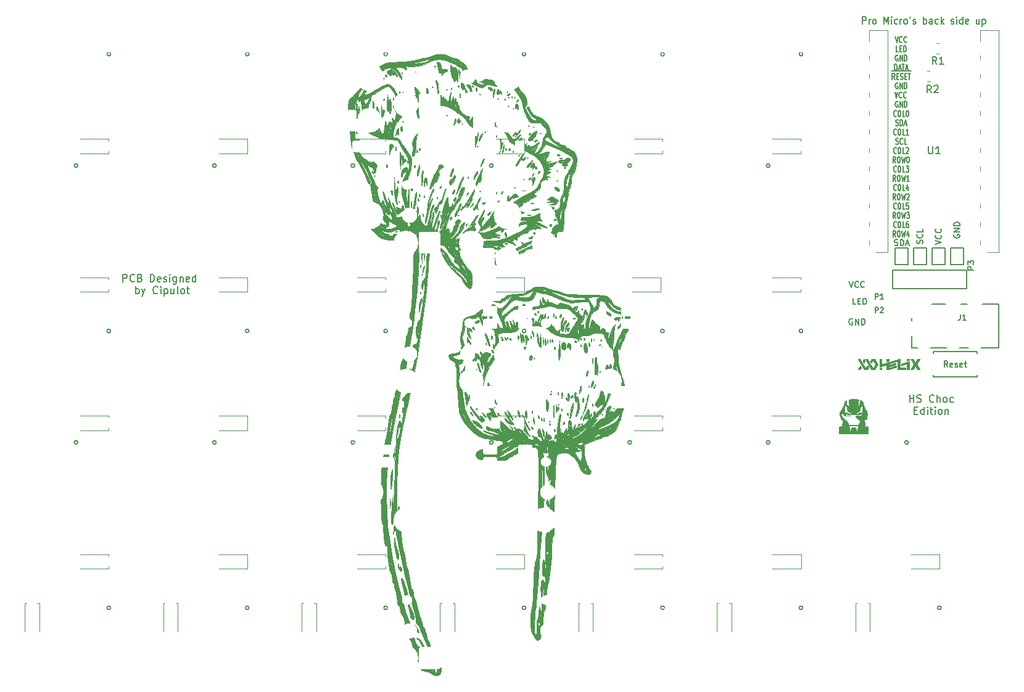
<source format=gbr>
G04 #@! TF.GenerationSoftware,KiCad,Pcbnew,(5.1.10)-1*
G04 #@! TF.CreationDate,2021-11-05T19:08:18+01:00*
G04 #@! TF.ProjectId,helix,68656c69-782e-46b6-9963-61645f706362,rev?*
G04 #@! TF.SameCoordinates,Original*
G04 #@! TF.FileFunction,Legend,Top*
G04 #@! TF.FilePolarity,Positive*
%FSLAX46Y46*%
G04 Gerber Fmt 4.6, Leading zero omitted, Abs format (unit mm)*
G04 Created by KiCad (PCBNEW (5.1.10)-1) date 2021-11-05 19:08:18*
%MOMM*%
%LPD*%
G01*
G04 APERTURE LIST*
%ADD10C,0.150000*%
%ADD11C,0.010000*%
%ADD12C,0.120000*%
%ADD13C,1.390600*%
%ADD14C,3.400000*%
%ADD15C,3.829000*%
%ADD16C,2.101800*%
%ADD17C,1.924000*%
%ADD18C,5.100400*%
%ADD19C,2.600000*%
%ADD20C,1.797000*%
%ADD21C,2.400000*%
%ADD22O,2.900000X2.100000*%
%ADD23C,1.600000*%
G04 APERTURE END LIST*
D10*
X96193647Y-81085180D02*
X96193647Y-80085180D01*
X96574600Y-80085180D01*
X96669838Y-80132800D01*
X96717457Y-80180419D01*
X96765076Y-80275657D01*
X96765076Y-80418514D01*
X96717457Y-80513752D01*
X96669838Y-80561371D01*
X96574600Y-80608990D01*
X96193647Y-80608990D01*
X97765076Y-80989942D02*
X97717457Y-81037561D01*
X97574600Y-81085180D01*
X97479361Y-81085180D01*
X97336504Y-81037561D01*
X97241266Y-80942323D01*
X97193647Y-80847085D01*
X97146028Y-80656609D01*
X97146028Y-80513752D01*
X97193647Y-80323276D01*
X97241266Y-80228038D01*
X97336504Y-80132800D01*
X97479361Y-80085180D01*
X97574600Y-80085180D01*
X97717457Y-80132800D01*
X97765076Y-80180419D01*
X98526980Y-80561371D02*
X98669838Y-80608990D01*
X98717457Y-80656609D01*
X98765076Y-80751847D01*
X98765076Y-80894704D01*
X98717457Y-80989942D01*
X98669838Y-81037561D01*
X98574600Y-81085180D01*
X98193647Y-81085180D01*
X98193647Y-80085180D01*
X98526980Y-80085180D01*
X98622219Y-80132800D01*
X98669838Y-80180419D01*
X98717457Y-80275657D01*
X98717457Y-80370895D01*
X98669838Y-80466133D01*
X98622219Y-80513752D01*
X98526980Y-80561371D01*
X98193647Y-80561371D01*
X99955552Y-81085180D02*
X99955552Y-80085180D01*
X100193647Y-80085180D01*
X100336504Y-80132800D01*
X100431742Y-80228038D01*
X100479361Y-80323276D01*
X100526980Y-80513752D01*
X100526980Y-80656609D01*
X100479361Y-80847085D01*
X100431742Y-80942323D01*
X100336504Y-81037561D01*
X100193647Y-81085180D01*
X99955552Y-81085180D01*
X101336504Y-81037561D02*
X101241266Y-81085180D01*
X101050790Y-81085180D01*
X100955552Y-81037561D01*
X100907933Y-80942323D01*
X100907933Y-80561371D01*
X100955552Y-80466133D01*
X101050790Y-80418514D01*
X101241266Y-80418514D01*
X101336504Y-80466133D01*
X101384123Y-80561371D01*
X101384123Y-80656609D01*
X100907933Y-80751847D01*
X101765076Y-81037561D02*
X101860314Y-81085180D01*
X102050790Y-81085180D01*
X102146028Y-81037561D01*
X102193647Y-80942323D01*
X102193647Y-80894704D01*
X102146028Y-80799466D01*
X102050790Y-80751847D01*
X101907933Y-80751847D01*
X101812695Y-80704228D01*
X101765076Y-80608990D01*
X101765076Y-80561371D01*
X101812695Y-80466133D01*
X101907933Y-80418514D01*
X102050790Y-80418514D01*
X102146028Y-80466133D01*
X102622219Y-81085180D02*
X102622219Y-80418514D01*
X102622219Y-80085180D02*
X102574600Y-80132800D01*
X102622219Y-80180419D01*
X102669838Y-80132800D01*
X102622219Y-80085180D01*
X102622219Y-80180419D01*
X103526980Y-80418514D02*
X103526980Y-81228038D01*
X103479361Y-81323276D01*
X103431742Y-81370895D01*
X103336504Y-81418514D01*
X103193647Y-81418514D01*
X103098409Y-81370895D01*
X103526980Y-81037561D02*
X103431742Y-81085180D01*
X103241266Y-81085180D01*
X103146028Y-81037561D01*
X103098409Y-80989942D01*
X103050790Y-80894704D01*
X103050790Y-80608990D01*
X103098409Y-80513752D01*
X103146028Y-80466133D01*
X103241266Y-80418514D01*
X103431742Y-80418514D01*
X103526980Y-80466133D01*
X104003171Y-80418514D02*
X104003171Y-81085180D01*
X104003171Y-80513752D02*
X104050790Y-80466133D01*
X104146028Y-80418514D01*
X104288885Y-80418514D01*
X104384123Y-80466133D01*
X104431742Y-80561371D01*
X104431742Y-81085180D01*
X105288885Y-81037561D02*
X105193647Y-81085180D01*
X105003171Y-81085180D01*
X104907933Y-81037561D01*
X104860314Y-80942323D01*
X104860314Y-80561371D01*
X104907933Y-80466133D01*
X105003171Y-80418514D01*
X105193647Y-80418514D01*
X105288885Y-80466133D01*
X105336504Y-80561371D01*
X105336504Y-80656609D01*
X104860314Y-80751847D01*
X106193647Y-81085180D02*
X106193647Y-80085180D01*
X106193647Y-81037561D02*
X106098409Y-81085180D01*
X105907933Y-81085180D01*
X105812695Y-81037561D01*
X105765076Y-80989942D01*
X105717457Y-80894704D01*
X105717457Y-80608990D01*
X105765076Y-80513752D01*
X105812695Y-80466133D01*
X105907933Y-80418514D01*
X106098409Y-80418514D01*
X106193647Y-80466133D01*
X97955552Y-82735180D02*
X97955552Y-81735180D01*
X97955552Y-82116133D02*
X98050790Y-82068514D01*
X98241266Y-82068514D01*
X98336504Y-82116133D01*
X98384123Y-82163752D01*
X98431742Y-82258990D01*
X98431742Y-82544704D01*
X98384123Y-82639942D01*
X98336504Y-82687561D01*
X98241266Y-82735180D01*
X98050790Y-82735180D01*
X97955552Y-82687561D01*
X98765076Y-82068514D02*
X99003171Y-82735180D01*
X99241266Y-82068514D02*
X99003171Y-82735180D01*
X98907933Y-82973276D01*
X98860314Y-83020895D01*
X98765076Y-83068514D01*
X100955552Y-82639942D02*
X100907933Y-82687561D01*
X100765076Y-82735180D01*
X100669838Y-82735180D01*
X100526980Y-82687561D01*
X100431742Y-82592323D01*
X100384123Y-82497085D01*
X100336504Y-82306609D01*
X100336504Y-82163752D01*
X100384123Y-81973276D01*
X100431742Y-81878038D01*
X100526980Y-81782800D01*
X100669838Y-81735180D01*
X100765076Y-81735180D01*
X100907933Y-81782800D01*
X100955552Y-81830419D01*
X101384123Y-82735180D02*
X101384123Y-82068514D01*
X101384123Y-81735180D02*
X101336504Y-81782800D01*
X101384123Y-81830419D01*
X101431742Y-81782800D01*
X101384123Y-81735180D01*
X101384123Y-81830419D01*
X101860314Y-82068514D02*
X101860314Y-83068514D01*
X101860314Y-82116133D02*
X101955552Y-82068514D01*
X102146028Y-82068514D01*
X102241266Y-82116133D01*
X102288885Y-82163752D01*
X102336504Y-82258990D01*
X102336504Y-82544704D01*
X102288885Y-82639942D01*
X102241266Y-82687561D01*
X102146028Y-82735180D01*
X101955552Y-82735180D01*
X101860314Y-82687561D01*
X103193647Y-82068514D02*
X103193647Y-82735180D01*
X102765076Y-82068514D02*
X102765076Y-82592323D01*
X102812695Y-82687561D01*
X102907933Y-82735180D01*
X103050790Y-82735180D01*
X103146028Y-82687561D01*
X103193647Y-82639942D01*
X103812695Y-82735180D02*
X103717457Y-82687561D01*
X103669838Y-82592323D01*
X103669838Y-81735180D01*
X104336504Y-82735180D02*
X104241266Y-82687561D01*
X104193647Y-82639942D01*
X104146028Y-82544704D01*
X104146028Y-82258990D01*
X104193647Y-82163752D01*
X104241266Y-82116133D01*
X104336504Y-82068514D01*
X104479361Y-82068514D01*
X104574600Y-82116133D01*
X104622219Y-82163752D01*
X104669838Y-82258990D01*
X104669838Y-82544704D01*
X104622219Y-82639942D01*
X104574600Y-82687561D01*
X104479361Y-82735180D01*
X104336504Y-82735180D01*
X104955552Y-82068514D02*
X105336504Y-82068514D01*
X105098409Y-81735180D02*
X105098409Y-82592323D01*
X105146028Y-82687561D01*
X105241266Y-82735180D01*
X105336504Y-82735180D01*
X204173809Y-97627380D02*
X204173809Y-96627380D01*
X204173809Y-97103571D02*
X204745238Y-97103571D01*
X204745238Y-97627380D02*
X204745238Y-96627380D01*
X205173809Y-97579761D02*
X205316666Y-97627380D01*
X205554761Y-97627380D01*
X205650000Y-97579761D01*
X205697619Y-97532142D01*
X205745238Y-97436904D01*
X205745238Y-97341666D01*
X205697619Y-97246428D01*
X205650000Y-97198809D01*
X205554761Y-97151190D01*
X205364285Y-97103571D01*
X205269047Y-97055952D01*
X205221428Y-97008333D01*
X205173809Y-96913095D01*
X205173809Y-96817857D01*
X205221428Y-96722619D01*
X205269047Y-96675000D01*
X205364285Y-96627380D01*
X205602380Y-96627380D01*
X205745238Y-96675000D01*
X207507142Y-97532142D02*
X207459523Y-97579761D01*
X207316666Y-97627380D01*
X207221428Y-97627380D01*
X207078571Y-97579761D01*
X206983333Y-97484523D01*
X206935714Y-97389285D01*
X206888095Y-97198809D01*
X206888095Y-97055952D01*
X206935714Y-96865476D01*
X206983333Y-96770238D01*
X207078571Y-96675000D01*
X207221428Y-96627380D01*
X207316666Y-96627380D01*
X207459523Y-96675000D01*
X207507142Y-96722619D01*
X207935714Y-97627380D02*
X207935714Y-96627380D01*
X208364285Y-97627380D02*
X208364285Y-97103571D01*
X208316666Y-97008333D01*
X208221428Y-96960714D01*
X208078571Y-96960714D01*
X207983333Y-97008333D01*
X207935714Y-97055952D01*
X208983333Y-97627380D02*
X208888095Y-97579761D01*
X208840476Y-97532142D01*
X208792857Y-97436904D01*
X208792857Y-97151190D01*
X208840476Y-97055952D01*
X208888095Y-97008333D01*
X208983333Y-96960714D01*
X209126190Y-96960714D01*
X209221428Y-97008333D01*
X209269047Y-97055952D01*
X209316666Y-97151190D01*
X209316666Y-97436904D01*
X209269047Y-97532142D01*
X209221428Y-97579761D01*
X209126190Y-97627380D01*
X208983333Y-97627380D01*
X210173809Y-97579761D02*
X210078571Y-97627380D01*
X209888095Y-97627380D01*
X209792857Y-97579761D01*
X209745238Y-97532142D01*
X209697619Y-97436904D01*
X209697619Y-97151190D01*
X209745238Y-97055952D01*
X209792857Y-97008333D01*
X209888095Y-96960714D01*
X210078571Y-96960714D01*
X210173809Y-97008333D01*
X204816666Y-98753571D02*
X205150000Y-98753571D01*
X205292857Y-99277380D02*
X204816666Y-99277380D01*
X204816666Y-98277380D01*
X205292857Y-98277380D01*
X206150000Y-99277380D02*
X206150000Y-98277380D01*
X206150000Y-99229761D02*
X206054761Y-99277380D01*
X205864285Y-99277380D01*
X205769047Y-99229761D01*
X205721428Y-99182142D01*
X205673809Y-99086904D01*
X205673809Y-98801190D01*
X205721428Y-98705952D01*
X205769047Y-98658333D01*
X205864285Y-98610714D01*
X206054761Y-98610714D01*
X206150000Y-98658333D01*
X206626190Y-99277380D02*
X206626190Y-98610714D01*
X206626190Y-98277380D02*
X206578571Y-98325000D01*
X206626190Y-98372619D01*
X206673809Y-98325000D01*
X206626190Y-98277380D01*
X206626190Y-98372619D01*
X206959523Y-98610714D02*
X207340476Y-98610714D01*
X207102380Y-98277380D02*
X207102380Y-99134523D01*
X207150000Y-99229761D01*
X207245238Y-99277380D01*
X207340476Y-99277380D01*
X207673809Y-99277380D02*
X207673809Y-98610714D01*
X207673809Y-98277380D02*
X207626190Y-98325000D01*
X207673809Y-98372619D01*
X207721428Y-98325000D01*
X207673809Y-98277380D01*
X207673809Y-98372619D01*
X208292857Y-99277380D02*
X208197619Y-99229761D01*
X208150000Y-99182142D01*
X208102380Y-99086904D01*
X208102380Y-98801190D01*
X208150000Y-98705952D01*
X208197619Y-98658333D01*
X208292857Y-98610714D01*
X208435714Y-98610714D01*
X208530952Y-98658333D01*
X208578571Y-98705952D01*
X208626190Y-98801190D01*
X208626190Y-99086904D01*
X208578571Y-99182142D01*
X208530952Y-99229761D01*
X208435714Y-99277380D01*
X208292857Y-99277380D01*
X209054761Y-98610714D02*
X209054761Y-99277380D01*
X209054761Y-98705952D02*
X209102380Y-98658333D01*
X209197619Y-98610714D01*
X209340476Y-98610714D01*
X209435714Y-98658333D01*
X209483333Y-98753571D01*
X209483333Y-99277380D01*
X202142620Y-55053475D02*
X202342620Y-55866275D01*
X202542620Y-55053475D01*
X203085477Y-55788865D02*
X203056905Y-55827570D01*
X202971191Y-55866275D01*
X202914048Y-55866275D01*
X202828334Y-55827570D01*
X202771191Y-55750160D01*
X202742620Y-55672751D01*
X202714048Y-55517932D01*
X202714048Y-55401818D01*
X202742620Y-55246999D01*
X202771191Y-55169589D01*
X202828334Y-55092180D01*
X202914048Y-55053475D01*
X202971191Y-55053475D01*
X203056905Y-55092180D01*
X203085477Y-55130884D01*
X203685477Y-55788865D02*
X203656905Y-55827570D01*
X203571191Y-55866275D01*
X203514048Y-55866275D01*
X203428334Y-55827570D01*
X203371191Y-55750160D01*
X203342620Y-55672751D01*
X203314048Y-55517932D01*
X203314048Y-55401818D01*
X203342620Y-55246999D01*
X203371191Y-55169589D01*
X203428334Y-55092180D01*
X203514048Y-55053475D01*
X203571191Y-55053475D01*
X203656905Y-55092180D01*
X203685477Y-55130884D01*
X202542857Y-56362180D02*
X202485714Y-56323475D01*
X202400000Y-56323475D01*
X202314285Y-56362180D01*
X202257142Y-56439589D01*
X202228571Y-56516999D01*
X202200000Y-56671818D01*
X202200000Y-56787932D01*
X202228571Y-56942751D01*
X202257142Y-57020160D01*
X202314285Y-57097570D01*
X202400000Y-57136275D01*
X202457142Y-57136275D01*
X202542857Y-57097570D01*
X202571428Y-57058865D01*
X202571428Y-56787932D01*
X202457142Y-56787932D01*
X202828571Y-57136275D02*
X202828571Y-56323475D01*
X203171428Y-57136275D01*
X203171428Y-56323475D01*
X203457142Y-57136275D02*
X203457142Y-56323475D01*
X203600000Y-56323475D01*
X203685714Y-56362180D01*
X203742857Y-56439589D01*
X203771428Y-56516999D01*
X203800000Y-56671818D01*
X203800000Y-56787932D01*
X203771428Y-56942751D01*
X203742857Y-57020160D01*
X203685714Y-57097570D01*
X203600000Y-57136275D01*
X203457142Y-57136275D01*
X202542857Y-53822180D02*
X202485714Y-53783475D01*
X202400000Y-53783475D01*
X202314285Y-53822180D01*
X202257142Y-53899589D01*
X202228571Y-53976999D01*
X202200000Y-54131818D01*
X202200000Y-54247932D01*
X202228571Y-54402751D01*
X202257142Y-54480160D01*
X202314285Y-54557570D01*
X202400000Y-54596275D01*
X202457142Y-54596275D01*
X202542857Y-54557570D01*
X202571428Y-54518865D01*
X202571428Y-54247932D01*
X202457142Y-54247932D01*
X202828571Y-54596275D02*
X202828571Y-53783475D01*
X203171428Y-54596275D01*
X203171428Y-53783475D01*
X203457142Y-54596275D02*
X203457142Y-53783475D01*
X203600000Y-53783475D01*
X203685714Y-53822180D01*
X203742857Y-53899589D01*
X203771428Y-53976999D01*
X203800000Y-54131818D01*
X203800000Y-54247932D01*
X203771428Y-54402751D01*
X203742857Y-54480160D01*
X203685714Y-54557570D01*
X203600000Y-54596275D01*
X203457142Y-54596275D01*
X201642857Y-52178364D02*
X202242857Y-52178364D01*
X202128571Y-53326275D02*
X201928571Y-52939227D01*
X201785714Y-53326275D02*
X201785714Y-52513475D01*
X202014285Y-52513475D01*
X202071428Y-52552180D01*
X202100000Y-52590884D01*
X202128571Y-52668294D01*
X202128571Y-52784408D01*
X202100000Y-52861818D01*
X202071428Y-52900522D01*
X202014285Y-52939227D01*
X201785714Y-52939227D01*
X202242857Y-52178364D02*
X202785714Y-52178364D01*
X202385714Y-52900522D02*
X202585714Y-52900522D01*
X202671428Y-53326275D02*
X202385714Y-53326275D01*
X202385714Y-52513475D01*
X202671428Y-52513475D01*
X202785714Y-52178364D02*
X203357142Y-52178364D01*
X202900000Y-53287570D02*
X202985714Y-53326275D01*
X203128571Y-53326275D01*
X203185714Y-53287570D01*
X203214285Y-53248865D01*
X203242857Y-53171456D01*
X203242857Y-53094046D01*
X203214285Y-53016637D01*
X203185714Y-52977932D01*
X203128571Y-52939227D01*
X203014285Y-52900522D01*
X202957142Y-52861818D01*
X202928571Y-52823113D01*
X202900000Y-52745703D01*
X202900000Y-52668294D01*
X202928571Y-52590884D01*
X202957142Y-52552180D01*
X203014285Y-52513475D01*
X203157142Y-52513475D01*
X203242857Y-52552180D01*
X203357142Y-52178364D02*
X203900000Y-52178364D01*
X203500000Y-52900522D02*
X203700000Y-52900522D01*
X203785714Y-53326275D02*
X203500000Y-53326275D01*
X203500000Y-52513475D01*
X203785714Y-52513475D01*
X203900000Y-52178364D02*
X204357142Y-52178364D01*
X203957142Y-52513475D02*
X204300000Y-52513475D01*
X204128571Y-53326275D02*
X204128571Y-52513475D01*
X202100000Y-52056275D02*
X202100000Y-51243475D01*
X202242857Y-51243475D01*
X202328571Y-51282180D01*
X202385714Y-51359589D01*
X202414285Y-51436999D01*
X202442857Y-51591818D01*
X202442857Y-51707932D01*
X202414285Y-51862751D01*
X202385714Y-51940160D01*
X202328571Y-52017570D01*
X202242857Y-52056275D01*
X202100000Y-52056275D01*
X202671428Y-51824046D02*
X202957142Y-51824046D01*
X202614285Y-52056275D02*
X202814285Y-51243475D01*
X203014285Y-52056275D01*
X203128571Y-51243475D02*
X203471428Y-51243475D01*
X203300000Y-52056275D02*
X203300000Y-51243475D01*
X203642857Y-51824046D02*
X203928571Y-51824046D01*
X203585714Y-52056275D02*
X203785714Y-51243475D01*
X203985714Y-52056275D01*
X202271428Y-59637570D02*
X202357142Y-59676275D01*
X202500000Y-59676275D01*
X202557142Y-59637570D01*
X202585714Y-59598865D01*
X202614285Y-59521456D01*
X202614285Y-59444046D01*
X202585714Y-59366637D01*
X202557142Y-59327932D01*
X202500000Y-59289227D01*
X202385714Y-59250522D01*
X202328571Y-59211818D01*
X202300000Y-59173113D01*
X202271428Y-59095703D01*
X202271428Y-59018294D01*
X202300000Y-58940884D01*
X202328571Y-58902180D01*
X202385714Y-58863475D01*
X202528571Y-58863475D01*
X202614285Y-58902180D01*
X202871428Y-59676275D02*
X202871428Y-58863475D01*
X203014285Y-58863475D01*
X203100000Y-58902180D01*
X203157142Y-58979589D01*
X203185714Y-59056999D01*
X203214285Y-59211818D01*
X203214285Y-59327932D01*
X203185714Y-59482751D01*
X203157142Y-59560160D01*
X203100000Y-59637570D01*
X203014285Y-59676275D01*
X202871428Y-59676275D01*
X203442857Y-59444046D02*
X203728571Y-59444046D01*
X203385714Y-59676275D02*
X203585714Y-58863475D01*
X203785714Y-59676275D01*
X202285714Y-62177570D02*
X202371428Y-62216275D01*
X202514285Y-62216275D01*
X202571428Y-62177570D01*
X202600000Y-62138865D01*
X202628571Y-62061456D01*
X202628571Y-61984046D01*
X202600000Y-61906637D01*
X202571428Y-61867932D01*
X202514285Y-61829227D01*
X202400000Y-61790522D01*
X202342857Y-61751818D01*
X202314285Y-61713113D01*
X202285714Y-61635703D01*
X202285714Y-61558294D01*
X202314285Y-61480884D01*
X202342857Y-61442180D01*
X202400000Y-61403475D01*
X202542857Y-61403475D01*
X202628571Y-61442180D01*
X203228571Y-62138865D02*
X203200000Y-62177570D01*
X203114285Y-62216275D01*
X203057142Y-62216275D01*
X202971428Y-62177570D01*
X202914285Y-62100160D01*
X202885714Y-62022751D01*
X202857142Y-61867932D01*
X202857142Y-61751818D01*
X202885714Y-61596999D01*
X202914285Y-61519589D01*
X202971428Y-61442180D01*
X203057142Y-61403475D01*
X203114285Y-61403475D01*
X203200000Y-61442180D01*
X203228571Y-61480884D01*
X203771428Y-62216275D02*
X203485714Y-62216275D01*
X203485714Y-61403475D01*
X202242857Y-64756275D02*
X202042857Y-64369227D01*
X201900000Y-64756275D02*
X201900000Y-63943475D01*
X202128571Y-63943475D01*
X202185714Y-63982180D01*
X202214285Y-64020884D01*
X202242857Y-64098294D01*
X202242857Y-64214408D01*
X202214285Y-64291818D01*
X202185714Y-64330522D01*
X202128571Y-64369227D01*
X201900000Y-64369227D01*
X202614285Y-63943475D02*
X202728571Y-63943475D01*
X202785714Y-63982180D01*
X202842857Y-64059589D01*
X202871428Y-64214408D01*
X202871428Y-64485341D01*
X202842857Y-64640160D01*
X202785714Y-64717570D01*
X202728571Y-64756275D01*
X202614285Y-64756275D01*
X202557142Y-64717570D01*
X202500000Y-64640160D01*
X202471428Y-64485341D01*
X202471428Y-64214408D01*
X202500000Y-64059589D01*
X202557142Y-63982180D01*
X202614285Y-63943475D01*
X203071428Y-63943475D02*
X203214285Y-64756275D01*
X203328571Y-64175703D01*
X203442857Y-64756275D01*
X203585714Y-63943475D01*
X203928571Y-63943475D02*
X203985714Y-63943475D01*
X204042857Y-63982180D01*
X204071428Y-64020884D01*
X204100000Y-64098294D01*
X204128571Y-64253113D01*
X204128571Y-64446637D01*
X204100000Y-64601456D01*
X204071428Y-64678865D01*
X204042857Y-64717570D01*
X203985714Y-64756275D01*
X203928571Y-64756275D01*
X203871428Y-64717570D01*
X203842857Y-64678865D01*
X203814285Y-64601456D01*
X203785714Y-64446637D01*
X203785714Y-64253113D01*
X203814285Y-64098294D01*
X203842857Y-64020884D01*
X203871428Y-63982180D01*
X203928571Y-63943475D01*
X202242857Y-67296275D02*
X202042857Y-66909227D01*
X201900000Y-67296275D02*
X201900000Y-66483475D01*
X202128571Y-66483475D01*
X202185714Y-66522180D01*
X202214285Y-66560884D01*
X202242857Y-66638294D01*
X202242857Y-66754408D01*
X202214285Y-66831818D01*
X202185714Y-66870522D01*
X202128571Y-66909227D01*
X201900000Y-66909227D01*
X202614285Y-66483475D02*
X202728571Y-66483475D01*
X202785714Y-66522180D01*
X202842857Y-66599589D01*
X202871428Y-66754408D01*
X202871428Y-67025341D01*
X202842857Y-67180160D01*
X202785714Y-67257570D01*
X202728571Y-67296275D01*
X202614285Y-67296275D01*
X202557142Y-67257570D01*
X202500000Y-67180160D01*
X202471428Y-67025341D01*
X202471428Y-66754408D01*
X202500000Y-66599589D01*
X202557142Y-66522180D01*
X202614285Y-66483475D01*
X203071428Y-66483475D02*
X203214285Y-67296275D01*
X203328571Y-66715703D01*
X203442857Y-67296275D01*
X203585714Y-66483475D01*
X204128571Y-67296275D02*
X203785714Y-67296275D01*
X203957142Y-67296275D02*
X203957142Y-66483475D01*
X203900000Y-66599589D01*
X203842857Y-66676999D01*
X203785714Y-66715703D01*
X202242857Y-69836275D02*
X202042857Y-69449227D01*
X201900000Y-69836275D02*
X201900000Y-69023475D01*
X202128571Y-69023475D01*
X202185714Y-69062180D01*
X202214285Y-69100884D01*
X202242857Y-69178294D01*
X202242857Y-69294408D01*
X202214285Y-69371818D01*
X202185714Y-69410522D01*
X202128571Y-69449227D01*
X201900000Y-69449227D01*
X202614285Y-69023475D02*
X202728571Y-69023475D01*
X202785714Y-69062180D01*
X202842857Y-69139589D01*
X202871428Y-69294408D01*
X202871428Y-69565341D01*
X202842857Y-69720160D01*
X202785714Y-69797570D01*
X202728571Y-69836275D01*
X202614285Y-69836275D01*
X202557142Y-69797570D01*
X202500000Y-69720160D01*
X202471428Y-69565341D01*
X202471428Y-69294408D01*
X202500000Y-69139589D01*
X202557142Y-69062180D01*
X202614285Y-69023475D01*
X203071428Y-69023475D02*
X203214285Y-69836275D01*
X203328571Y-69255703D01*
X203442857Y-69836275D01*
X203585714Y-69023475D01*
X203785714Y-69100884D02*
X203814285Y-69062180D01*
X203871428Y-69023475D01*
X204014285Y-69023475D01*
X204071428Y-69062180D01*
X204100000Y-69100884D01*
X204128571Y-69178294D01*
X204128571Y-69255703D01*
X204100000Y-69371818D01*
X203757142Y-69836275D01*
X204128571Y-69836275D01*
X202242857Y-72363995D02*
X202042857Y-71976947D01*
X201900000Y-72363995D02*
X201900000Y-71551195D01*
X202128571Y-71551195D01*
X202185714Y-71589900D01*
X202214285Y-71628604D01*
X202242857Y-71706014D01*
X202242857Y-71822128D01*
X202214285Y-71899538D01*
X202185714Y-71938242D01*
X202128571Y-71976947D01*
X201900000Y-71976947D01*
X202614285Y-71551195D02*
X202728571Y-71551195D01*
X202785714Y-71589900D01*
X202842857Y-71667309D01*
X202871428Y-71822128D01*
X202871428Y-72093061D01*
X202842857Y-72247880D01*
X202785714Y-72325290D01*
X202728571Y-72363995D01*
X202614285Y-72363995D01*
X202557142Y-72325290D01*
X202500000Y-72247880D01*
X202471428Y-72093061D01*
X202471428Y-71822128D01*
X202500000Y-71667309D01*
X202557142Y-71589900D01*
X202614285Y-71551195D01*
X203071428Y-71551195D02*
X203214285Y-72363995D01*
X203328571Y-71783423D01*
X203442857Y-72363995D01*
X203585714Y-71551195D01*
X203757142Y-71551195D02*
X204128571Y-71551195D01*
X203928571Y-71860833D01*
X204014285Y-71860833D01*
X204071428Y-71899538D01*
X204100000Y-71938242D01*
X204128571Y-72015652D01*
X204128571Y-72209176D01*
X204100000Y-72286585D01*
X204071428Y-72325290D01*
X204014285Y-72363995D01*
X203842857Y-72363995D01*
X203785714Y-72325290D01*
X203757142Y-72286585D01*
X202242857Y-74916275D02*
X202042857Y-74529227D01*
X201900000Y-74916275D02*
X201900000Y-74103475D01*
X202128571Y-74103475D01*
X202185714Y-74142180D01*
X202214285Y-74180884D01*
X202242857Y-74258294D01*
X202242857Y-74374408D01*
X202214285Y-74451818D01*
X202185714Y-74490522D01*
X202128571Y-74529227D01*
X201900000Y-74529227D01*
X202614285Y-74103475D02*
X202728571Y-74103475D01*
X202785714Y-74142180D01*
X202842857Y-74219589D01*
X202871428Y-74374408D01*
X202871428Y-74645341D01*
X202842857Y-74800160D01*
X202785714Y-74877570D01*
X202728571Y-74916275D01*
X202614285Y-74916275D01*
X202557142Y-74877570D01*
X202500000Y-74800160D01*
X202471428Y-74645341D01*
X202471428Y-74374408D01*
X202500000Y-74219589D01*
X202557142Y-74142180D01*
X202614285Y-74103475D01*
X203071428Y-74103475D02*
X203214285Y-74916275D01*
X203328571Y-74335703D01*
X203442857Y-74916275D01*
X203585714Y-74103475D01*
X204071428Y-74374408D02*
X204071428Y-74916275D01*
X203928571Y-74064770D02*
X203785714Y-74645341D01*
X204157142Y-74645341D01*
X202342857Y-73568865D02*
X202314285Y-73607570D01*
X202228571Y-73646275D01*
X202171428Y-73646275D01*
X202085714Y-73607570D01*
X202028571Y-73530160D01*
X202000000Y-73452751D01*
X201971428Y-73297932D01*
X201971428Y-73181818D01*
X202000000Y-73026999D01*
X202028571Y-72949589D01*
X202085714Y-72872180D01*
X202171428Y-72833475D01*
X202228571Y-72833475D01*
X202314285Y-72872180D01*
X202342857Y-72910884D01*
X202714285Y-72833475D02*
X202828571Y-72833475D01*
X202885714Y-72872180D01*
X202942857Y-72949589D01*
X202971428Y-73104408D01*
X202971428Y-73375341D01*
X202942857Y-73530160D01*
X202885714Y-73607570D01*
X202828571Y-73646275D01*
X202714285Y-73646275D01*
X202657142Y-73607570D01*
X202600000Y-73530160D01*
X202571428Y-73375341D01*
X202571428Y-73104408D01*
X202600000Y-72949589D01*
X202657142Y-72872180D01*
X202714285Y-72833475D01*
X203514285Y-73646275D02*
X203228571Y-73646275D01*
X203228571Y-72833475D01*
X203971428Y-72833475D02*
X203857142Y-72833475D01*
X203800000Y-72872180D01*
X203771428Y-72910884D01*
X203714285Y-73026999D01*
X203685714Y-73181818D01*
X203685714Y-73491456D01*
X203714285Y-73568865D01*
X203742857Y-73607570D01*
X203800000Y-73646275D01*
X203914285Y-73646275D01*
X203971428Y-73607570D01*
X204000000Y-73568865D01*
X204028571Y-73491456D01*
X204028571Y-73297932D01*
X204000000Y-73220522D01*
X203971428Y-73181818D01*
X203914285Y-73143113D01*
X203800000Y-73143113D01*
X203742857Y-73181818D01*
X203714285Y-73220522D01*
X203685714Y-73297932D01*
X202342857Y-71028865D02*
X202314285Y-71067570D01*
X202228571Y-71106275D01*
X202171428Y-71106275D01*
X202085714Y-71067570D01*
X202028571Y-70990160D01*
X202000000Y-70912751D01*
X201971428Y-70757932D01*
X201971428Y-70641818D01*
X202000000Y-70486999D01*
X202028571Y-70409589D01*
X202085714Y-70332180D01*
X202171428Y-70293475D01*
X202228571Y-70293475D01*
X202314285Y-70332180D01*
X202342857Y-70370884D01*
X202714285Y-70293475D02*
X202828571Y-70293475D01*
X202885714Y-70332180D01*
X202942857Y-70409589D01*
X202971428Y-70564408D01*
X202971428Y-70835341D01*
X202942857Y-70990160D01*
X202885714Y-71067570D01*
X202828571Y-71106275D01*
X202714285Y-71106275D01*
X202657142Y-71067570D01*
X202600000Y-70990160D01*
X202571428Y-70835341D01*
X202571428Y-70564408D01*
X202600000Y-70409589D01*
X202657142Y-70332180D01*
X202714285Y-70293475D01*
X203514285Y-71106275D02*
X203228571Y-71106275D01*
X203228571Y-70293475D01*
X204000000Y-70293475D02*
X203714285Y-70293475D01*
X203685714Y-70680522D01*
X203714285Y-70641818D01*
X203771428Y-70603113D01*
X203914285Y-70603113D01*
X203971428Y-70641818D01*
X204000000Y-70680522D01*
X204028571Y-70757932D01*
X204028571Y-70951456D01*
X204000000Y-71028865D01*
X203971428Y-71067570D01*
X203914285Y-71106275D01*
X203771428Y-71106275D01*
X203714285Y-71067570D01*
X203685714Y-71028865D01*
X202342857Y-68488865D02*
X202314285Y-68527570D01*
X202228571Y-68566275D01*
X202171428Y-68566275D01*
X202085714Y-68527570D01*
X202028571Y-68450160D01*
X202000000Y-68372751D01*
X201971428Y-68217932D01*
X201971428Y-68101818D01*
X202000000Y-67946999D01*
X202028571Y-67869589D01*
X202085714Y-67792180D01*
X202171428Y-67753475D01*
X202228571Y-67753475D01*
X202314285Y-67792180D01*
X202342857Y-67830884D01*
X202714285Y-67753475D02*
X202828571Y-67753475D01*
X202885714Y-67792180D01*
X202942857Y-67869589D01*
X202971428Y-68024408D01*
X202971428Y-68295341D01*
X202942857Y-68450160D01*
X202885714Y-68527570D01*
X202828571Y-68566275D01*
X202714285Y-68566275D01*
X202657142Y-68527570D01*
X202600000Y-68450160D01*
X202571428Y-68295341D01*
X202571428Y-68024408D01*
X202600000Y-67869589D01*
X202657142Y-67792180D01*
X202714285Y-67753475D01*
X203514285Y-68566275D02*
X203228571Y-68566275D01*
X203228571Y-67753475D01*
X203971428Y-68024408D02*
X203971428Y-68566275D01*
X203828571Y-67714770D02*
X203685714Y-68295341D01*
X204057142Y-68295341D01*
X202342857Y-65948865D02*
X202314285Y-65987570D01*
X202228571Y-66026275D01*
X202171428Y-66026275D01*
X202085714Y-65987570D01*
X202028571Y-65910160D01*
X202000000Y-65832751D01*
X201971428Y-65677932D01*
X201971428Y-65561818D01*
X202000000Y-65406999D01*
X202028571Y-65329589D01*
X202085714Y-65252180D01*
X202171428Y-65213475D01*
X202228571Y-65213475D01*
X202314285Y-65252180D01*
X202342857Y-65290884D01*
X202714285Y-65213475D02*
X202828571Y-65213475D01*
X202885714Y-65252180D01*
X202942857Y-65329589D01*
X202971428Y-65484408D01*
X202971428Y-65755341D01*
X202942857Y-65910160D01*
X202885714Y-65987570D01*
X202828571Y-66026275D01*
X202714285Y-66026275D01*
X202657142Y-65987570D01*
X202600000Y-65910160D01*
X202571428Y-65755341D01*
X202571428Y-65484408D01*
X202600000Y-65329589D01*
X202657142Y-65252180D01*
X202714285Y-65213475D01*
X203514285Y-66026275D02*
X203228571Y-66026275D01*
X203228571Y-65213475D01*
X203657142Y-65213475D02*
X204028571Y-65213475D01*
X203828571Y-65523113D01*
X203914285Y-65523113D01*
X203971428Y-65561818D01*
X204000000Y-65600522D01*
X204028571Y-65677932D01*
X204028571Y-65871456D01*
X204000000Y-65948865D01*
X203971428Y-65987570D01*
X203914285Y-66026275D01*
X203742857Y-66026275D01*
X203685714Y-65987570D01*
X203657142Y-65948865D01*
X202342857Y-63408865D02*
X202314285Y-63447570D01*
X202228571Y-63486275D01*
X202171428Y-63486275D01*
X202085714Y-63447570D01*
X202028571Y-63370160D01*
X202000000Y-63292751D01*
X201971428Y-63137932D01*
X201971428Y-63021818D01*
X202000000Y-62866999D01*
X202028571Y-62789589D01*
X202085714Y-62712180D01*
X202171428Y-62673475D01*
X202228571Y-62673475D01*
X202314285Y-62712180D01*
X202342857Y-62750884D01*
X202714285Y-62673475D02*
X202828571Y-62673475D01*
X202885714Y-62712180D01*
X202942857Y-62789589D01*
X202971428Y-62944408D01*
X202971428Y-63215341D01*
X202942857Y-63370160D01*
X202885714Y-63447570D01*
X202828571Y-63486275D01*
X202714285Y-63486275D01*
X202657142Y-63447570D01*
X202600000Y-63370160D01*
X202571428Y-63215341D01*
X202571428Y-62944408D01*
X202600000Y-62789589D01*
X202657142Y-62712180D01*
X202714285Y-62673475D01*
X203514285Y-63486275D02*
X203228571Y-63486275D01*
X203228571Y-62673475D01*
X203685714Y-62750884D02*
X203714285Y-62712180D01*
X203771428Y-62673475D01*
X203914285Y-62673475D01*
X203971428Y-62712180D01*
X204000000Y-62750884D01*
X204028571Y-62828294D01*
X204028571Y-62905703D01*
X204000000Y-63021818D01*
X203657142Y-63486275D01*
X204028571Y-63486275D01*
X202342857Y-60868865D02*
X202314285Y-60907570D01*
X202228571Y-60946275D01*
X202171428Y-60946275D01*
X202085714Y-60907570D01*
X202028571Y-60830160D01*
X202000000Y-60752751D01*
X201971428Y-60597932D01*
X201971428Y-60481818D01*
X202000000Y-60326999D01*
X202028571Y-60249589D01*
X202085714Y-60172180D01*
X202171428Y-60133475D01*
X202228571Y-60133475D01*
X202314285Y-60172180D01*
X202342857Y-60210884D01*
X202714285Y-60133475D02*
X202828571Y-60133475D01*
X202885714Y-60172180D01*
X202942857Y-60249589D01*
X202971428Y-60404408D01*
X202971428Y-60675341D01*
X202942857Y-60830160D01*
X202885714Y-60907570D01*
X202828571Y-60946275D01*
X202714285Y-60946275D01*
X202657142Y-60907570D01*
X202600000Y-60830160D01*
X202571428Y-60675341D01*
X202571428Y-60404408D01*
X202600000Y-60249589D01*
X202657142Y-60172180D01*
X202714285Y-60133475D01*
X203514285Y-60946275D02*
X203228571Y-60946275D01*
X203228571Y-60133475D01*
X204028571Y-60946275D02*
X203685714Y-60946275D01*
X203857142Y-60946275D02*
X203857142Y-60133475D01*
X203800000Y-60249589D01*
X203742857Y-60326999D01*
X203685714Y-60365703D01*
X202342857Y-58328865D02*
X202314285Y-58367570D01*
X202228571Y-58406275D01*
X202171428Y-58406275D01*
X202085714Y-58367570D01*
X202028571Y-58290160D01*
X202000000Y-58212751D01*
X201971428Y-58057932D01*
X201971428Y-57941818D01*
X202000000Y-57786999D01*
X202028571Y-57709589D01*
X202085714Y-57632180D01*
X202171428Y-57593475D01*
X202228571Y-57593475D01*
X202314285Y-57632180D01*
X202342857Y-57670884D01*
X202714285Y-57593475D02*
X202828571Y-57593475D01*
X202885714Y-57632180D01*
X202942857Y-57709589D01*
X202971428Y-57864408D01*
X202971428Y-58135341D01*
X202942857Y-58290160D01*
X202885714Y-58367570D01*
X202828571Y-58406275D01*
X202714285Y-58406275D01*
X202657142Y-58367570D01*
X202600000Y-58290160D01*
X202571428Y-58135341D01*
X202571428Y-57864408D01*
X202600000Y-57709589D01*
X202657142Y-57632180D01*
X202714285Y-57593475D01*
X203514285Y-58406275D02*
X203228571Y-58406275D01*
X203228571Y-57593475D01*
X203828571Y-57593475D02*
X203885714Y-57593475D01*
X203942857Y-57632180D01*
X203971428Y-57670884D01*
X204000000Y-57748294D01*
X204028571Y-57903113D01*
X204028571Y-58096637D01*
X204000000Y-58251456D01*
X203971428Y-58328865D01*
X203942857Y-58367570D01*
X203885714Y-58406275D01*
X203828571Y-58406275D01*
X203771428Y-58367570D01*
X203742857Y-58328865D01*
X203714285Y-58251456D01*
X203685714Y-58096637D01*
X203685714Y-57903113D01*
X203714285Y-57748294D01*
X203742857Y-57670884D01*
X203771428Y-57632180D01*
X203828571Y-57593475D01*
X202542857Y-50012180D02*
X202485714Y-49973475D01*
X202400000Y-49973475D01*
X202314285Y-50012180D01*
X202257142Y-50089589D01*
X202228571Y-50166999D01*
X202200000Y-50321818D01*
X202200000Y-50437932D01*
X202228571Y-50592751D01*
X202257142Y-50670160D01*
X202314285Y-50747570D01*
X202400000Y-50786275D01*
X202457142Y-50786275D01*
X202542857Y-50747570D01*
X202571428Y-50708865D01*
X202571428Y-50437932D01*
X202457142Y-50437932D01*
X202828571Y-50786275D02*
X202828571Y-49973475D01*
X203171428Y-50786275D01*
X203171428Y-49973475D01*
X203457142Y-50786275D02*
X203457142Y-49973475D01*
X203600000Y-49973475D01*
X203685714Y-50012180D01*
X203742857Y-50089589D01*
X203771428Y-50166999D01*
X203800000Y-50321818D01*
X203800000Y-50437932D01*
X203771428Y-50592751D01*
X203742857Y-50670160D01*
X203685714Y-50747570D01*
X203600000Y-50786275D01*
X203457142Y-50786275D01*
X202614285Y-49516275D02*
X202328571Y-49516275D01*
X202328571Y-48703475D01*
X202814285Y-49090522D02*
X203014285Y-49090522D01*
X203100000Y-49516275D02*
X202814285Y-49516275D01*
X202814285Y-48703475D01*
X203100000Y-48703475D01*
X203357142Y-49516275D02*
X203357142Y-48703475D01*
X203500000Y-48703475D01*
X203585714Y-48742180D01*
X203642857Y-48819589D01*
X203671428Y-48896999D01*
X203700000Y-49051818D01*
X203700000Y-49167932D01*
X203671428Y-49322751D01*
X203642857Y-49400160D01*
X203585714Y-49477570D01*
X203500000Y-49516275D01*
X203357142Y-49516275D01*
X202200000Y-47433475D02*
X202400000Y-48246275D01*
X202600000Y-47433475D01*
X203142857Y-48168865D02*
X203114285Y-48207570D01*
X203028571Y-48246275D01*
X202971428Y-48246275D01*
X202885714Y-48207570D01*
X202828571Y-48130160D01*
X202800000Y-48052751D01*
X202771428Y-47897932D01*
X202771428Y-47781818D01*
X202800000Y-47626999D01*
X202828571Y-47549589D01*
X202885714Y-47472180D01*
X202971428Y-47433475D01*
X203028571Y-47433475D01*
X203114285Y-47472180D01*
X203142857Y-47510884D01*
X203742857Y-48168865D02*
X203714285Y-48207570D01*
X203628571Y-48246275D01*
X203571428Y-48246275D01*
X203485714Y-48207570D01*
X203428571Y-48130160D01*
X203400000Y-48052751D01*
X203371428Y-47897932D01*
X203371428Y-47781818D01*
X203400000Y-47626999D01*
X203428571Y-47549589D01*
X203485714Y-47472180D01*
X203571428Y-47433475D01*
X203628571Y-47433475D01*
X203714285Y-47472180D01*
X203742857Y-47510884D01*
X197688571Y-45722380D02*
X197688571Y-44722380D01*
X198031428Y-44722380D01*
X198117142Y-44770000D01*
X198160000Y-44817619D01*
X198202857Y-44912857D01*
X198202857Y-45055714D01*
X198160000Y-45150952D01*
X198117142Y-45198571D01*
X198031428Y-45246190D01*
X197688571Y-45246190D01*
X198588571Y-45722380D02*
X198588571Y-45055714D01*
X198588571Y-45246190D02*
X198631428Y-45150952D01*
X198674285Y-45103333D01*
X198760000Y-45055714D01*
X198845714Y-45055714D01*
X199274285Y-45722380D02*
X199188571Y-45674761D01*
X199145714Y-45627142D01*
X199102857Y-45531904D01*
X199102857Y-45246190D01*
X199145714Y-45150952D01*
X199188571Y-45103333D01*
X199274285Y-45055714D01*
X199402857Y-45055714D01*
X199488571Y-45103333D01*
X199531428Y-45150952D01*
X199574285Y-45246190D01*
X199574285Y-45531904D01*
X199531428Y-45627142D01*
X199488571Y-45674761D01*
X199402857Y-45722380D01*
X199274285Y-45722380D01*
X200645714Y-45722380D02*
X200645714Y-44722380D01*
X200945714Y-45436666D01*
X201245714Y-44722380D01*
X201245714Y-45722380D01*
X201674285Y-45722380D02*
X201674285Y-45055714D01*
X201674285Y-44722380D02*
X201631428Y-44770000D01*
X201674285Y-44817619D01*
X201717142Y-44770000D01*
X201674285Y-44722380D01*
X201674285Y-44817619D01*
X202488571Y-45674761D02*
X202402857Y-45722380D01*
X202231428Y-45722380D01*
X202145714Y-45674761D01*
X202102857Y-45627142D01*
X202060000Y-45531904D01*
X202060000Y-45246190D01*
X202102857Y-45150952D01*
X202145714Y-45103333D01*
X202231428Y-45055714D01*
X202402857Y-45055714D01*
X202488571Y-45103333D01*
X202874285Y-45722380D02*
X202874285Y-45055714D01*
X202874285Y-45246190D02*
X202917142Y-45150952D01*
X202960000Y-45103333D01*
X203045714Y-45055714D01*
X203131428Y-45055714D01*
X203560000Y-45722380D02*
X203474285Y-45674761D01*
X203431428Y-45627142D01*
X203388571Y-45531904D01*
X203388571Y-45246190D01*
X203431428Y-45150952D01*
X203474285Y-45103333D01*
X203560000Y-45055714D01*
X203688571Y-45055714D01*
X203774285Y-45103333D01*
X203817142Y-45150952D01*
X203860000Y-45246190D01*
X203860000Y-45531904D01*
X203817142Y-45627142D01*
X203774285Y-45674761D01*
X203688571Y-45722380D01*
X203560000Y-45722380D01*
X204288571Y-44722380D02*
X204202857Y-44912857D01*
X204631428Y-45674761D02*
X204717142Y-45722380D01*
X204888571Y-45722380D01*
X204974285Y-45674761D01*
X205017142Y-45579523D01*
X205017142Y-45531904D01*
X204974285Y-45436666D01*
X204888571Y-45389047D01*
X204760000Y-45389047D01*
X204674285Y-45341428D01*
X204631428Y-45246190D01*
X204631428Y-45198571D01*
X204674285Y-45103333D01*
X204760000Y-45055714D01*
X204888571Y-45055714D01*
X204974285Y-45103333D01*
X206088571Y-45722380D02*
X206088571Y-44722380D01*
X206088571Y-45103333D02*
X206174285Y-45055714D01*
X206345714Y-45055714D01*
X206431428Y-45103333D01*
X206474285Y-45150952D01*
X206517142Y-45246190D01*
X206517142Y-45531904D01*
X206474285Y-45627142D01*
X206431428Y-45674761D01*
X206345714Y-45722380D01*
X206174285Y-45722380D01*
X206088571Y-45674761D01*
X207288571Y-45722380D02*
X207288571Y-45198571D01*
X207245714Y-45103333D01*
X207160000Y-45055714D01*
X206988571Y-45055714D01*
X206902857Y-45103333D01*
X207288571Y-45674761D02*
X207202857Y-45722380D01*
X206988571Y-45722380D01*
X206902857Y-45674761D01*
X206860000Y-45579523D01*
X206860000Y-45484285D01*
X206902857Y-45389047D01*
X206988571Y-45341428D01*
X207202857Y-45341428D01*
X207288571Y-45293809D01*
X208102857Y-45674761D02*
X208017142Y-45722380D01*
X207845714Y-45722380D01*
X207760000Y-45674761D01*
X207717142Y-45627142D01*
X207674285Y-45531904D01*
X207674285Y-45246190D01*
X207717142Y-45150952D01*
X207760000Y-45103333D01*
X207845714Y-45055714D01*
X208017142Y-45055714D01*
X208102857Y-45103333D01*
X208488571Y-45722380D02*
X208488571Y-44722380D01*
X208574285Y-45341428D02*
X208831428Y-45722380D01*
X208831428Y-45055714D02*
X208488571Y-45436666D01*
X209860000Y-45674761D02*
X209945714Y-45722380D01*
X210117142Y-45722380D01*
X210202857Y-45674761D01*
X210245714Y-45579523D01*
X210245714Y-45531904D01*
X210202857Y-45436666D01*
X210117142Y-45389047D01*
X209988571Y-45389047D01*
X209902857Y-45341428D01*
X209860000Y-45246190D01*
X209860000Y-45198571D01*
X209902857Y-45103333D01*
X209988571Y-45055714D01*
X210117142Y-45055714D01*
X210202857Y-45103333D01*
X210631428Y-45722380D02*
X210631428Y-45055714D01*
X210631428Y-44722380D02*
X210588571Y-44770000D01*
X210631428Y-44817619D01*
X210674285Y-44770000D01*
X210631428Y-44722380D01*
X210631428Y-44817619D01*
X211445714Y-45722380D02*
X211445714Y-44722380D01*
X211445714Y-45674761D02*
X211360000Y-45722380D01*
X211188571Y-45722380D01*
X211102857Y-45674761D01*
X211060000Y-45627142D01*
X211017142Y-45531904D01*
X211017142Y-45246190D01*
X211060000Y-45150952D01*
X211102857Y-45103333D01*
X211188571Y-45055714D01*
X211360000Y-45055714D01*
X211445714Y-45103333D01*
X212217142Y-45674761D02*
X212131428Y-45722380D01*
X211960000Y-45722380D01*
X211874285Y-45674761D01*
X211831428Y-45579523D01*
X211831428Y-45198571D01*
X211874285Y-45103333D01*
X211960000Y-45055714D01*
X212131428Y-45055714D01*
X212217142Y-45103333D01*
X212260000Y-45198571D01*
X212260000Y-45293809D01*
X211831428Y-45389047D01*
X213717142Y-45055714D02*
X213717142Y-45722380D01*
X213331428Y-45055714D02*
X213331428Y-45579523D01*
X213374285Y-45674761D01*
X213460000Y-45722380D01*
X213588571Y-45722380D01*
X213674285Y-45674761D01*
X213717142Y-45627142D01*
X214145714Y-45055714D02*
X214145714Y-46055714D01*
X214145714Y-45103333D02*
X214231428Y-45055714D01*
X214402857Y-45055714D01*
X214488571Y-45103333D01*
X214531428Y-45150952D01*
X214574285Y-45246190D01*
X214574285Y-45531904D01*
X214531428Y-45627142D01*
X214488571Y-45674761D01*
X214402857Y-45722380D01*
X214231428Y-45722380D01*
X214145714Y-45674761D01*
X196322163Y-86225380D02*
X196244754Y-86186675D01*
X196128640Y-86186675D01*
X196012525Y-86225380D01*
X195935116Y-86302789D01*
X195896411Y-86380199D01*
X195857706Y-86535018D01*
X195857706Y-86651132D01*
X195896411Y-86805951D01*
X195935116Y-86883360D01*
X196012525Y-86960770D01*
X196128640Y-86999475D01*
X196206049Y-86999475D01*
X196322163Y-86960770D01*
X196360868Y-86922065D01*
X196360868Y-86651132D01*
X196206049Y-86651132D01*
X196709211Y-86999475D02*
X196709211Y-86186675D01*
X197173668Y-86999475D01*
X197173668Y-86186675D01*
X197560716Y-86999475D02*
X197560716Y-86186675D01*
X197754240Y-86186675D01*
X197870354Y-86225380D01*
X197947763Y-86302789D01*
X197986468Y-86380199D01*
X198025173Y-86535018D01*
X198025173Y-86651132D01*
X197986468Y-86805951D01*
X197947763Y-86883360D01*
X197870354Y-86960770D01*
X197754240Y-86999475D01*
X197560716Y-86999475D01*
X196777485Y-84167695D02*
X196390438Y-84167695D01*
X196390438Y-83354895D01*
X197048419Y-83741942D02*
X197319352Y-83741942D01*
X197435466Y-84167695D02*
X197048419Y-84167695D01*
X197048419Y-83354895D01*
X197435466Y-83354895D01*
X197783809Y-84167695D02*
X197783809Y-83354895D01*
X197977333Y-83354895D01*
X198093447Y-83393600D01*
X198170857Y-83471009D01*
X198209561Y-83548419D01*
X198248266Y-83703238D01*
X198248266Y-83819352D01*
X198209561Y-83974171D01*
X198170857Y-84051580D01*
X198093447Y-84128990D01*
X197977333Y-84167695D01*
X197783809Y-84167695D01*
X195857706Y-81054895D02*
X196128640Y-81867695D01*
X196399573Y-81054895D01*
X197134963Y-81790285D02*
X197096259Y-81828990D01*
X196980144Y-81867695D01*
X196902735Y-81867695D01*
X196786620Y-81828990D01*
X196709211Y-81751580D01*
X196670506Y-81674171D01*
X196631801Y-81519352D01*
X196631801Y-81403238D01*
X196670506Y-81248419D01*
X196709211Y-81171009D01*
X196786620Y-81093600D01*
X196902735Y-81054895D01*
X196980144Y-81054895D01*
X197096259Y-81093600D01*
X197134963Y-81132304D01*
X197947763Y-81790285D02*
X197909059Y-81828990D01*
X197792944Y-81867695D01*
X197715535Y-81867695D01*
X197599420Y-81828990D01*
X197522011Y-81751580D01*
X197483306Y-81674171D01*
X197444601Y-81519352D01*
X197444601Y-81403238D01*
X197483306Y-81248419D01*
X197522011Y-81171009D01*
X197599420Y-81093600D01*
X197715535Y-81054895D01*
X197792944Y-81054895D01*
X197909059Y-81093600D01*
X197947763Y-81132304D01*
D11*
G36*
X140224127Y-49882139D02*
G01*
X140578273Y-49926072D01*
X140711441Y-50000706D01*
X140854770Y-50112035D01*
X141222034Y-50254035D01*
X141525544Y-50341394D01*
X141985641Y-50485352D01*
X142280795Y-50627714D01*
X142339646Y-50697816D01*
X142468024Y-50836042D01*
X142537988Y-50845590D01*
X142822278Y-50981450D01*
X143128166Y-51314601D01*
X143374286Y-51733399D01*
X143479271Y-52126201D01*
X143479390Y-52137294D01*
X143631594Y-52623388D01*
X144047216Y-53020017D01*
X144450683Y-53204701D01*
X144707778Y-53382467D01*
X144715429Y-53552050D01*
X144780880Y-53758195D01*
X145040215Y-53945574D01*
X145365124Y-54048172D01*
X145609720Y-54012146D01*
X145610234Y-54011552D01*
X147805291Y-54011552D01*
X148000631Y-54089814D01*
X148038364Y-54102000D01*
X148439058Y-54220050D01*
X148640472Y-54230645D01*
X148750727Y-54133786D01*
X148771057Y-54102000D01*
X148700860Y-53996260D01*
X148360631Y-53954482D01*
X148251499Y-53955410D01*
X147879578Y-53973171D01*
X147805291Y-54011552D01*
X145610234Y-54011552D01*
X145743424Y-53857770D01*
X147224262Y-53857770D01*
X147305672Y-53939180D01*
X147387082Y-53857770D01*
X147305672Y-53776359D01*
X147224262Y-53857770D01*
X145743424Y-53857770D01*
X145761092Y-53837371D01*
X145627991Y-53721113D01*
X145311121Y-53700755D01*
X145070883Y-53708818D01*
X145152408Y-53677227D01*
X145229710Y-53661741D01*
X145515652Y-53549980D01*
X145596057Y-53439903D01*
X145734663Y-53336887D01*
X146065434Y-53292841D01*
X146460799Y-53305003D01*
X146793187Y-53370613D01*
X146931788Y-53468810D01*
X147124783Y-53566644D01*
X147599688Y-53628825D01*
X148284904Y-53649721D01*
X149159556Y-53673779D01*
X149761948Y-53756593D01*
X150142636Y-53914119D01*
X150352177Y-54162318D01*
X150407127Y-54319602D01*
X150622198Y-54693456D01*
X150900070Y-54922711D01*
X151236905Y-55249176D01*
X151456621Y-55716978D01*
X151584003Y-56296467D01*
X151613955Y-56725660D01*
X151547275Y-56945297D01*
X151440151Y-56940579D01*
X151326511Y-56948930D01*
X151358426Y-57171482D01*
X151512233Y-57544213D01*
X151764267Y-58003102D01*
X151925300Y-58253069D01*
X152242010Y-58649340D01*
X152538566Y-58909092D01*
X152645186Y-58956995D01*
X152881673Y-58925424D01*
X152895081Y-58771714D01*
X152687614Y-58608863D01*
X152638044Y-58590782D01*
X152363622Y-58394098D01*
X152042924Y-58027945D01*
X151766439Y-57613662D01*
X151624658Y-57272590D01*
X151620416Y-57226220D01*
X151727781Y-57044393D01*
X151783236Y-57032770D01*
X151922687Y-57167301D01*
X151948870Y-57317706D01*
X152090164Y-57677296D01*
X152441726Y-58048106D01*
X152904658Y-58339086D01*
X153155150Y-58428266D01*
X153541977Y-58611734D01*
X153994298Y-58943392D01*
X154177555Y-59112302D01*
X154563125Y-59573965D01*
X154775501Y-60072277D01*
X154867101Y-60559079D01*
X155052664Y-61280817D01*
X155368935Y-61739552D01*
X155799453Y-61911737D01*
X155813044Y-61912207D01*
X156002457Y-62012210D01*
X156016569Y-62067269D01*
X156156932Y-62202986D01*
X156495533Y-62322322D01*
X156505031Y-62324436D01*
X156846711Y-62437936D01*
X156993392Y-62562930D01*
X156993492Y-62565676D01*
X157130551Y-62704538D01*
X157464501Y-62863423D01*
X157504182Y-62877659D01*
X158037270Y-63159101D01*
X158338177Y-63586318D01*
X158450211Y-64227656D01*
X158453699Y-64376101D01*
X158409950Y-64987708D01*
X158289413Y-65588542D01*
X158120207Y-66071991D01*
X157939442Y-66325808D01*
X157844434Y-66528036D01*
X157749956Y-66948100D01*
X157699504Y-67302731D01*
X157622381Y-67825684D01*
X157531371Y-68218434D01*
X157476256Y-68348795D01*
X157394680Y-68577760D01*
X157288602Y-69040153D01*
X157177808Y-69646784D01*
X157151127Y-69814180D01*
X157040346Y-70442117D01*
X156925883Y-70947195D01*
X156828542Y-71240852D01*
X156808807Y-71271424D01*
X156743509Y-71496985D01*
X156694266Y-71960175D01*
X156669348Y-72573076D01*
X156667851Y-72770112D01*
X156658665Y-73450301D01*
X156617191Y-73893603D01*
X156522558Y-74188571D01*
X156353895Y-74423758D01*
X156253399Y-74528574D01*
X155913781Y-74806611D01*
X155628880Y-74940801D01*
X155602117Y-74943026D01*
X155390116Y-75025128D01*
X155365287Y-75090800D01*
X155221837Y-75211081D01*
X154854294Y-75358855D01*
X154551185Y-75447222D01*
X154091469Y-75585080D01*
X153796286Y-75712079D01*
X153737082Y-75769789D01*
X153595032Y-75871490D01*
X153245386Y-75974875D01*
X153167210Y-75990617D01*
X152791642Y-76093422D01*
X152602672Y-76208487D01*
X152597339Y-76227196D01*
X152456905Y-76349470D01*
X152104905Y-76500476D01*
X151946057Y-76551995D01*
X151542887Y-76706554D01*
X151314266Y-76859668D01*
X151294774Y-76903408D01*
X151167063Y-77050346D01*
X151101324Y-77059693D01*
X150812794Y-77154020D01*
X150436262Y-77382756D01*
X150081582Y-77664529D01*
X149858605Y-77917970D01*
X149830502Y-78001021D01*
X149696617Y-78226328D01*
X149544454Y-78314785D01*
X149238716Y-78493787D01*
X149142738Y-78594611D01*
X148926327Y-78683157D01*
X148498772Y-78729654D01*
X147971593Y-78735986D01*
X147456310Y-78704039D01*
X147064441Y-78635698D01*
X146915291Y-78556958D01*
X146701048Y-78419148D01*
X146315033Y-78294390D01*
X146288044Y-78288365D01*
X145929223Y-78171135D01*
X145760698Y-78038524D01*
X145758877Y-78025864D01*
X145623648Y-77872628D01*
X145290188Y-77683956D01*
X145208882Y-77648363D01*
X144813722Y-77449134D01*
X144564391Y-77261289D01*
X144547991Y-77239126D01*
X144308738Y-77088100D01*
X144121063Y-77059693D01*
X143861747Y-76989656D01*
X143842886Y-76958799D01*
X144850630Y-76958799D01*
X144887273Y-77021840D01*
X145107595Y-77207965D01*
X145449090Y-77473124D01*
X145576272Y-77528314D01*
X145515187Y-77386209D01*
X145300203Y-77192443D01*
X145057822Y-77049641D01*
X144850630Y-76958799D01*
X143842886Y-76958799D01*
X143805031Y-76896872D01*
X143681332Y-76815462D01*
X144293492Y-76815462D01*
X144374903Y-76896872D01*
X144456313Y-76815462D01*
X144374903Y-76734052D01*
X144293492Y-76815462D01*
X143681332Y-76815462D01*
X143659251Y-76800930D01*
X143289328Y-76742434D01*
X143051035Y-76734052D01*
X142297039Y-76734052D01*
X142395914Y-77343349D01*
X142499931Y-77751407D01*
X142632219Y-77990358D01*
X142661449Y-78008200D01*
X142816158Y-78196092D01*
X142828108Y-78280437D01*
X142934512Y-78512327D01*
X143207207Y-78871697D01*
X143433485Y-79120494D01*
X143784537Y-79517844D01*
X143975470Y-79875824D01*
X144063778Y-80334304D01*
X144091753Y-80721972D01*
X144094429Y-81466806D01*
X144002517Y-81906200D01*
X143812112Y-82047473D01*
X143519304Y-81897948D01*
X143481668Y-81864959D01*
X143179544Y-81520087D01*
X142859734Y-81053422D01*
X142790464Y-80935216D01*
X142556676Y-80558454D01*
X142377857Y-80338983D01*
X142336491Y-80316103D01*
X142115654Y-80194728D01*
X141768609Y-79877200D01*
X141356921Y-79433420D01*
X140942157Y-78933285D01*
X140585882Y-78446695D01*
X140468994Y-78250846D01*
X140717211Y-78250846D01*
X140834217Y-78608585D01*
X141222163Y-79060266D01*
X141895224Y-79622265D01*
X141922255Y-79642727D01*
X142426874Y-80068139D01*
X142850812Y-80504068D01*
X143081960Y-80823170D01*
X143275050Y-81131196D01*
X143415382Y-81241791D01*
X143429453Y-81234416D01*
X143413091Y-81051583D01*
X143339743Y-80885975D01*
X143805031Y-80885975D01*
X143886441Y-80967385D01*
X143967851Y-80885975D01*
X143886441Y-80804565D01*
X143805031Y-80885975D01*
X143339743Y-80885975D01*
X143261384Y-80709055D01*
X143205274Y-80608709D01*
X143166330Y-80560334D01*
X143805031Y-80560334D01*
X143886441Y-80641744D01*
X143967851Y-80560334D01*
X143886441Y-80478924D01*
X143805031Y-80560334D01*
X143166330Y-80560334D01*
X142895746Y-80224232D01*
X142575553Y-79930761D01*
X143153749Y-79930761D01*
X143234025Y-80169502D01*
X143394890Y-80262494D01*
X143454967Y-80231979D01*
X143432496Y-80064702D01*
X143346420Y-79955184D01*
X143182494Y-79863395D01*
X143153749Y-79930761D01*
X142575553Y-79930761D01*
X142422267Y-79790268D01*
X142032072Y-79500506D01*
X141535970Y-79130767D01*
X141132634Y-78758691D01*
X140947450Y-78523583D01*
X140788067Y-78277175D01*
X140717288Y-78249400D01*
X140717211Y-78250846D01*
X140468994Y-78250846D01*
X140367187Y-78080266D01*
X140306114Y-77955206D01*
X140548621Y-77955206D01*
X140630031Y-78036616D01*
X140711441Y-77955206D01*
X140630031Y-77873795D01*
X140548621Y-77955206D01*
X140306114Y-77955206D01*
X140089849Y-77512365D01*
X139950824Y-77201645D01*
X139942380Y-77114229D01*
X140056784Y-77216241D01*
X140208563Y-77385334D01*
X140442928Y-77644532D01*
X140495740Y-77663201D01*
X140398830Y-77446802D01*
X140383541Y-77415344D01*
X140159069Y-77156504D01*
X139777987Y-76893431D01*
X139320324Y-76659613D01*
X138866114Y-76488539D01*
X138495389Y-76413695D01*
X138288180Y-76468572D01*
X138268962Y-76530526D01*
X138257176Y-76723539D01*
X138224426Y-77189747D01*
X138174460Y-77877642D01*
X138111023Y-78735718D01*
X138037864Y-79712466D01*
X138027526Y-79849563D01*
X137894052Y-81389754D01*
X137715348Y-83109335D01*
X137500784Y-84939469D01*
X137259732Y-86811319D01*
X137001562Y-88656050D01*
X136735648Y-90404824D01*
X136471359Y-91988804D01*
X136218067Y-93339155D01*
X136139816Y-93715592D01*
X135915382Y-94769999D01*
X135671388Y-95927528D01*
X135437397Y-97047338D01*
X135244292Y-97982129D01*
X135061674Y-98855152D01*
X134874397Y-99718582D01*
X134706546Y-100463022D01*
X134599054Y-100912898D01*
X134346921Y-102126831D01*
X134129309Y-103590412D01*
X133953088Y-105228824D01*
X133825126Y-106967250D01*
X133752292Y-108730872D01*
X133739527Y-110275077D01*
X133751147Y-111191854D01*
X133766768Y-111930234D01*
X133785095Y-112455717D01*
X133804828Y-112733805D01*
X133824671Y-112729995D01*
X133829839Y-112676680D01*
X133896102Y-112145680D01*
X133977597Y-111915088D01*
X134061417Y-111960891D01*
X134134655Y-112259073D01*
X134184404Y-112785620D01*
X134198621Y-113362831D01*
X134214557Y-114108728D01*
X134258000Y-114933737D01*
X134322403Y-115775311D01*
X134401216Y-116570899D01*
X134487892Y-117257953D01*
X134575882Y-117773923D01*
X134658639Y-118056259D01*
X134693546Y-118090462D01*
X134769183Y-118239138D01*
X134852508Y-118630476D01*
X134926409Y-119182446D01*
X134931313Y-119230206D01*
X135003667Y-119791317D01*
X135086657Y-120198243D01*
X135163217Y-120368954D01*
X135168458Y-120369949D01*
X135243744Y-120519547D01*
X135343026Y-120920456D01*
X135449996Y-121500852D01*
X135501185Y-121835334D01*
X135606565Y-122478483D01*
X135713521Y-122977978D01*
X135805419Y-123261978D01*
X135840459Y-123300718D01*
X135939097Y-123445579D01*
X136040355Y-123812277D01*
X136079567Y-124033411D01*
X136169184Y-124469436D01*
X136269860Y-124731764D01*
X136312023Y-124766103D01*
X136396584Y-124913962D01*
X136509401Y-125305416D01*
X136628733Y-125862278D01*
X136651581Y-125987257D01*
X136768804Y-126567884D01*
X136882591Y-126998853D01*
X136971625Y-127201999D01*
X136984662Y-127208411D01*
X137081415Y-127351945D01*
X137182560Y-127710786D01*
X137210800Y-127859693D01*
X137307791Y-128266482D01*
X137416843Y-128493738D01*
X137449019Y-128510975D01*
X137548373Y-128656422D01*
X137678768Y-129035037D01*
X137793935Y-129487898D01*
X137924433Y-129999044D01*
X138047399Y-130352655D01*
X138125587Y-130464821D01*
X138221600Y-130608349D01*
X138322331Y-130967174D01*
X138350544Y-131116103D01*
X138446256Y-131522851D01*
X138552135Y-131750124D01*
X138583025Y-131767385D01*
X138704484Y-131906726D01*
X138862955Y-132256308D01*
X138920416Y-132418667D01*
X139079400Y-132820116D01*
X139221522Y-133049343D01*
X139259181Y-133069949D01*
X139376547Y-133210075D01*
X139488016Y-133548191D01*
X139490287Y-133558411D01*
X139608435Y-133900236D01*
X139744520Y-134046781D01*
X139747455Y-134046872D01*
X139876624Y-134173330D01*
X139883417Y-134465253D01*
X139779796Y-134791465D01*
X139664738Y-134954015D01*
X139370117Y-135144818D01*
X139021173Y-135119790D01*
X138531137Y-134871918D01*
X138513364Y-134860975D01*
X138047761Y-134646287D01*
X137602855Y-134547515D01*
X137594566Y-134547234D01*
X137319194Y-134453924D01*
X138594774Y-134453924D01*
X138676185Y-134535334D01*
X138757595Y-134453924D01*
X138676185Y-134372513D01*
X138594774Y-134453924D01*
X137319194Y-134453924D01*
X137185238Y-134408533D01*
X137041187Y-134128283D01*
X138431954Y-134128283D01*
X138513364Y-134209693D01*
X138594774Y-134128283D01*
X138513364Y-134046872D01*
X138431954Y-134128283D01*
X137041187Y-134128283D01*
X136986702Y-134022284D01*
X136966569Y-133777695D01*
X136918451Y-133639821D01*
X138269133Y-133639821D01*
X138350544Y-133721231D01*
X138431954Y-133639821D01*
X138350544Y-133558411D01*
X138269133Y-133639821D01*
X136918451Y-133639821D01*
X136858923Y-133469259D01*
X136722339Y-133290920D01*
X136645225Y-133151359D01*
X137780672Y-133151359D01*
X137862082Y-133232770D01*
X138106313Y-133232770D01*
X138165886Y-133366789D01*
X138214860Y-133341317D01*
X138234346Y-133148087D01*
X138214860Y-133124223D01*
X138118063Y-133146573D01*
X138106313Y-133232770D01*
X137862082Y-133232770D01*
X137943492Y-133151359D01*
X137862082Y-133069949D01*
X137780672Y-133151359D01*
X136645225Y-133151359D01*
X136527440Y-132938193D01*
X136508102Y-132825718D01*
X137943492Y-132825718D01*
X138024903Y-132907129D01*
X138106313Y-132825718D01*
X138024903Y-132744308D01*
X137943492Y-132825718D01*
X136508102Y-132825718D01*
X136478108Y-132651268D01*
X136423110Y-132350852D01*
X136321670Y-132255847D01*
X136289040Y-132213378D01*
X136904119Y-132213378D01*
X136965877Y-132446066D01*
X137178964Y-132579501D01*
X137212977Y-132581488D01*
X137356353Y-132456518D01*
X137342334Y-132267113D01*
X137277087Y-132174436D01*
X137455031Y-132174436D01*
X137536441Y-132255847D01*
X137617851Y-132174436D01*
X137536441Y-132093026D01*
X137455031Y-132174436D01*
X137277087Y-132174436D01*
X137185432Y-132044251D01*
X137042217Y-132036357D01*
X136904119Y-132213378D01*
X136289040Y-132213378D01*
X136209511Y-132109870D01*
X136074410Y-131729999D01*
X135963453Y-131278924D01*
X135841083Y-130767184D01*
X135724643Y-130413514D01*
X135649916Y-130302000D01*
X135561709Y-130157221D01*
X135466732Y-129790706D01*
X135428285Y-129569308D01*
X135339130Y-129133297D01*
X135239615Y-128870966D01*
X135198144Y-128836616D01*
X135105024Y-128690833D01*
X134983117Y-128311421D01*
X134876096Y-127859693D01*
X134749117Y-127347687D01*
X134620823Y-126993991D01*
X134532190Y-126882770D01*
X134419123Y-126739088D01*
X134308858Y-126379924D01*
X134280031Y-126231488D01*
X134178510Y-125824559D01*
X134058208Y-125597358D01*
X134021489Y-125580206D01*
X133901310Y-125443526D01*
X133872980Y-125250286D01*
X133842278Y-124864995D01*
X133763189Y-124347903D01*
X133655232Y-123791625D01*
X133537929Y-123288776D01*
X133430800Y-122931970D01*
X133359102Y-122812257D01*
X133278463Y-122665576D01*
X133189775Y-122287067D01*
X133158099Y-122079565D01*
X133384518Y-122079565D01*
X133465928Y-122160975D01*
X133547339Y-122079565D01*
X133465928Y-121998154D01*
X133384518Y-122079565D01*
X133158099Y-122079565D01*
X133133243Y-121916744D01*
X133053556Y-121427146D01*
X132965136Y-121101876D01*
X132908311Y-121021231D01*
X132836815Y-120872171D01*
X132751205Y-120478291D01*
X132661178Y-119919541D01*
X132645449Y-119800077D01*
X132896057Y-119800077D01*
X132977467Y-119881488D01*
X133058877Y-119800077D01*
X132977467Y-119718667D01*
X132896057Y-119800077D01*
X132645449Y-119800077D01*
X132576427Y-119275870D01*
X132506647Y-118627228D01*
X132461530Y-118053564D01*
X132450773Y-117634828D01*
X132476439Y-117459513D01*
X132472502Y-117345561D01*
X132348547Y-117371719D01*
X132234289Y-117360267D01*
X132149035Y-117191537D01*
X132081545Y-116816503D01*
X132022350Y-116204458D01*
X132257629Y-116204458D01*
X132287564Y-116415638D01*
X132343145Y-116418160D01*
X132382013Y-116200242D01*
X132355999Y-116106087D01*
X132283702Y-116044414D01*
X132257629Y-116204458D01*
X132022350Y-116204458D01*
X132020578Y-116186144D01*
X131993475Y-115823059D01*
X131931777Y-115137214D01*
X131857867Y-114592179D01*
X131782531Y-114256496D01*
X131735338Y-114182770D01*
X131695405Y-114027449D01*
X131659822Y-113591463D01*
X131646432Y-113287257D01*
X131950875Y-113287257D01*
X131968474Y-113565326D01*
X132019445Y-113589808D01*
X132025933Y-113575292D01*
X132058143Y-113252062D01*
X132031967Y-113086830D01*
X131980138Y-113020432D01*
X131951949Y-113236694D01*
X131950875Y-113287257D01*
X131646432Y-113287257D01*
X131630255Y-112919776D01*
X131608371Y-112057353D01*
X131595837Y-111049160D01*
X131594393Y-110622353D01*
X132307300Y-110622353D01*
X132365087Y-112644927D01*
X132527744Y-114687440D01*
X132793376Y-116796092D01*
X133160089Y-119017084D01*
X133306322Y-119800077D01*
X133503494Y-120750822D01*
X133750234Y-121819102D01*
X134032727Y-122956204D01*
X134337158Y-124113412D01*
X134649711Y-125242012D01*
X134956574Y-126293286D01*
X135243929Y-127218522D01*
X135497963Y-127969002D01*
X135704861Y-128496013D01*
X135842144Y-128742101D01*
X135992600Y-128733549D01*
X136117026Y-128520641D01*
X136254333Y-128149465D01*
X136529041Y-128568722D01*
X136725310Y-128933229D01*
X136801256Y-129197233D01*
X136752171Y-129295582D01*
X136640928Y-129162257D01*
X136516180Y-129017688D01*
X136481279Y-129175816D01*
X136480601Y-129220382D01*
X136397594Y-129437844D01*
X136215764Y-129422067D01*
X136040852Y-129404028D01*
X136022676Y-129595571D01*
X136058550Y-129770993D01*
X136260948Y-130459354D01*
X136485196Y-130922483D01*
X136707832Y-131113655D01*
X136734001Y-131116103D01*
X136986801Y-131242163D01*
X137116348Y-131401039D01*
X137247902Y-131550807D01*
X137287259Y-131493049D01*
X137198673Y-131056499D01*
X136971859Y-130565053D01*
X136692063Y-130200670D01*
X136675232Y-130186645D01*
X136491821Y-130020924D01*
X136583413Y-129993804D01*
X136718234Y-130011995D01*
X137017234Y-130217875D01*
X137286216Y-130728171D01*
X137296696Y-130756175D01*
X137474279Y-131140754D01*
X137633872Y-131328674D01*
X137691187Y-131324607D01*
X137763600Y-131353728D01*
X137738487Y-131564084D01*
X137709387Y-131817734D01*
X137760683Y-131861149D01*
X137870638Y-131964132D01*
X138050666Y-132300945D01*
X138261176Y-132797142D01*
X138589002Y-133637415D01*
X138825626Y-134214793D01*
X138992240Y-134572009D01*
X139110041Y-134751798D01*
X139200221Y-134796893D01*
X139244763Y-134780364D01*
X139314151Y-134568425D01*
X139257843Y-134326044D01*
X139146809Y-134053245D01*
X138934000Y-133543847D01*
X138645827Y-132860598D01*
X138308702Y-132066250D01*
X138146657Y-131685975D01*
X137787676Y-130834802D01*
X137459701Y-130039112D01*
X137191702Y-129370495D01*
X137012649Y-128900540D01*
X136972516Y-128784512D01*
X136789619Y-128366227D01*
X136586253Y-128101618D01*
X136538277Y-128073242D01*
X136380965Y-127865631D01*
X136399258Y-127688806D01*
X136390086Y-127424475D01*
X136296008Y-126922299D01*
X136132830Y-126254107D01*
X135916359Y-125491729D01*
X135914150Y-125484437D01*
X135695133Y-124713481D01*
X135437545Y-123728862D01*
X135156234Y-122595380D01*
X134866047Y-121377835D01*
X134581832Y-120141028D01*
X134318437Y-118949759D01*
X134090710Y-117868829D01*
X133913499Y-116963037D01*
X133801651Y-116297185D01*
X133790914Y-116218026D01*
X133687066Y-115536564D01*
X133589024Y-115169286D01*
X133490929Y-115104942D01*
X133386925Y-115332285D01*
X133366963Y-115403924D01*
X133313236Y-115604821D01*
X133281470Y-115698655D01*
X133274363Y-115645757D01*
X133294611Y-115406458D01*
X133344911Y-114941089D01*
X133394060Y-114508411D01*
X133910754Y-114508411D01*
X133927730Y-114804633D01*
X133969994Y-114839543D01*
X133985216Y-114793347D01*
X134010538Y-114380397D01*
X133985216Y-114223475D01*
X133938023Y-114172801D01*
X133912329Y-114397940D01*
X133910754Y-114508411D01*
X133394060Y-114508411D01*
X133427960Y-114209983D01*
X133477650Y-113775718D01*
X133515784Y-113311323D01*
X133485869Y-113137993D01*
X133398738Y-113205847D01*
X133278351Y-113530956D01*
X133219909Y-113988226D01*
X133219240Y-114019949D01*
X133189654Y-114366188D01*
X133112052Y-114397102D01*
X133078739Y-114345590D01*
X133035010Y-114092224D01*
X133017254Y-113589795D01*
X133026237Y-112913905D01*
X133057272Y-112228924D01*
X133105030Y-111445467D01*
X133139027Y-110968747D01*
X133163930Y-110780382D01*
X133184409Y-110861988D01*
X133205133Y-111195185D01*
X133222699Y-111577641D01*
X133244343Y-111811164D01*
X133273841Y-111742772D01*
X133309937Y-111396063D01*
X133351374Y-110794634D01*
X133396895Y-109962085D01*
X133445244Y-108922013D01*
X133495163Y-107698016D01*
X133545397Y-106313694D01*
X133594689Y-104792643D01*
X133608545Y-104332129D01*
X133626211Y-103925077D01*
X133710159Y-103925077D01*
X133769733Y-104059097D01*
X133818706Y-104033624D01*
X133838193Y-103840395D01*
X133818706Y-103816530D01*
X133721909Y-103838881D01*
X133710159Y-103925077D01*
X133626211Y-103925077D01*
X133649255Y-103394147D01*
X133691815Y-102767899D01*
X133726187Y-102767899D01*
X133790481Y-102709680D01*
X133888465Y-102554701D01*
X134063743Y-102170306D01*
X134201005Y-101716429D01*
X134248431Y-101294158D01*
X134199869Y-100996753D01*
X134195659Y-100989517D01*
X134097898Y-100997568D01*
X133999700Y-101289245D01*
X133960411Y-101502147D01*
X133873314Y-102022783D01*
X133791591Y-102452160D01*
X133771901Y-102541103D01*
X133726187Y-102767899D01*
X133691815Y-102767899D01*
X133711967Y-102471382D01*
X133788519Y-101663258D01*
X133870747Y-101069198D01*
X133880776Y-101016169D01*
X133994609Y-100469838D01*
X134078623Y-100199935D01*
X134161078Y-100162465D01*
X134270235Y-100313436D01*
X134299152Y-100364887D01*
X134453584Y-100623727D01*
X134508931Y-100605273D01*
X134518492Y-100404084D01*
X134554804Y-99996151D01*
X134631088Y-99523959D01*
X134668087Y-99169997D01*
X134592833Y-99080722D01*
X134579139Y-99087956D01*
X134486418Y-99025397D01*
X134491685Y-98701903D01*
X134496720Y-98665835D01*
X134558492Y-98345069D01*
X134622536Y-98319585D01*
X134687282Y-98470908D01*
X134753476Y-98546208D01*
X134784754Y-98316015D01*
X134784990Y-98038426D01*
X134752333Y-97610971D01*
X134687765Y-97374052D01*
X134646377Y-97356048D01*
X134517128Y-97374763D01*
X134548739Y-97212078D01*
X134708524Y-96948474D01*
X134904022Y-96721657D01*
X135171667Y-96350482D01*
X135357601Y-95905985D01*
X135430874Y-95497155D01*
X135360537Y-95232980D01*
X135333031Y-95210884D01*
X135189564Y-95239705D01*
X135175544Y-95313118D01*
X135123568Y-95443838D01*
X135088733Y-95425874D01*
X135058244Y-95225578D01*
X135086447Y-94828594D01*
X135102992Y-94712150D01*
X135514039Y-94712150D01*
X135543975Y-94923331D01*
X135599555Y-94925852D01*
X135638424Y-94707935D01*
X135612410Y-94613779D01*
X135540112Y-94552106D01*
X135514039Y-94712150D01*
X135102992Y-94712150D01*
X135109543Y-94666045D01*
X135218629Y-94217185D01*
X135384963Y-94020492D01*
X135533319Y-93993026D01*
X135769544Y-93909464D01*
X135793579Y-93626680D01*
X135676419Y-93357816D01*
X135538024Y-93301039D01*
X135354351Y-93227764D01*
X135338364Y-93159934D01*
X135466216Y-93046193D01*
X135646710Y-93058757D01*
X135827747Y-93059529D01*
X135956896Y-92904600D01*
X136070053Y-92529877D01*
X136146479Y-92166405D01*
X136233454Y-91638782D01*
X136266279Y-91249639D01*
X136245185Y-91100701D01*
X136167027Y-91148376D01*
X136152467Y-91279351D01*
X136045585Y-91512412D01*
X135934049Y-91550718D01*
X135809595Y-91477032D01*
X135786670Y-91212180D01*
X135842933Y-90777321D01*
X135920611Y-90275413D01*
X135971046Y-89893096D01*
X135979940Y-89793260D01*
X136118000Y-89638544D01*
X136274582Y-89630440D01*
X136505719Y-89564054D01*
X136611038Y-89230527D01*
X136611038Y-89230526D01*
X136607028Y-88907099D01*
X136529628Y-88782610D01*
X136455334Y-88635243D01*
X136403404Y-88255351D01*
X136401634Y-88212898D01*
X136672670Y-88212898D01*
X136690269Y-88490967D01*
X136741239Y-88515449D01*
X136747728Y-88500933D01*
X136779938Y-88177704D01*
X136753761Y-88012471D01*
X136701933Y-87946073D01*
X136673744Y-88162336D01*
X136672670Y-88212898D01*
X136401634Y-88212898D01*
X136388116Y-87888761D01*
X136404833Y-87388994D01*
X136463927Y-87172263D01*
X136524356Y-87196933D01*
X136612440Y-87250100D01*
X136587233Y-87026130D01*
X136643852Y-86584625D01*
X136800968Y-86374848D01*
X136942106Y-86163787D01*
X137066168Y-85787939D01*
X137183991Y-85199980D01*
X137306412Y-84352583D01*
X137357249Y-83945633D01*
X137487388Y-82824515D01*
X137567718Y-82013908D01*
X137598477Y-81502553D01*
X137579900Y-81279188D01*
X137512223Y-81332552D01*
X137406065Y-81618667D01*
X137223647Y-82188539D01*
X137166497Y-81663321D01*
X137232765Y-81098581D01*
X137445009Y-80777812D01*
X137631984Y-80511811D01*
X137735847Y-80156342D01*
X137777761Y-79616592D01*
X137782087Y-79267773D01*
X137798653Y-78524965D01*
X137840206Y-77766317D01*
X137886177Y-77263218D01*
X137924660Y-76708226D01*
X137868675Y-76441364D01*
X137803351Y-76408411D01*
X137685184Y-76560304D01*
X137608956Y-76974435D01*
X137591312Y-77263218D01*
X137564773Y-78118026D01*
X137345289Y-76327000D01*
X137247995Y-78606488D01*
X137122974Y-77414595D01*
X137053083Y-76826972D01*
X136984314Y-76379003D01*
X136930237Y-76157401D01*
X136925039Y-76149786D01*
X136894997Y-76278267D01*
X136858358Y-76680191D01*
X136818588Y-77303518D01*
X136779151Y-78096205D01*
X136753536Y-78725653D01*
X136700878Y-79781049D01*
X136618084Y-81000552D01*
X136511734Y-82317299D01*
X136388405Y-83664426D01*
X136254677Y-84975071D01*
X136117127Y-86182370D01*
X135982335Y-87219459D01*
X135856880Y-88019474D01*
X135820102Y-88212898D01*
X135722196Y-88739583D01*
X135598221Y-89467086D01*
X135468574Y-90273913D01*
X135410090Y-90655206D01*
X135303623Y-91283190D01*
X135138165Y-92160497D01*
X134927438Y-93219031D01*
X134685162Y-94390698D01*
X134425062Y-95607399D01*
X134268880Y-96318433D01*
X133657683Y-99191571D01*
X133162718Y-101807449D01*
X132782090Y-104212266D01*
X132513908Y-106452222D01*
X132356275Y-108573518D01*
X132307300Y-110622353D01*
X131594393Y-110622353D01*
X131593492Y-110356488D01*
X131599108Y-109279298D01*
X131614872Y-108319436D01*
X131622253Y-108077000D01*
X131965702Y-108077000D01*
X131976049Y-108463134D01*
X132005070Y-108604275D01*
X132033748Y-108526996D01*
X132063067Y-108080311D01*
X132035970Y-107712893D01*
X131998666Y-107599903D01*
X131973027Y-107775882D01*
X131965702Y-108077000D01*
X131622253Y-108077000D01*
X131639157Y-107521866D01*
X131670338Y-106931553D01*
X131706790Y-106593461D01*
X131731834Y-106530206D01*
X131796205Y-106378390D01*
X131811845Y-106285975D01*
X132128523Y-106285975D01*
X132138870Y-106672108D01*
X132167890Y-106813249D01*
X132196568Y-106735970D01*
X132225887Y-106289285D01*
X132198791Y-105921867D01*
X132161486Y-105808878D01*
X132135847Y-105984857D01*
X132128523Y-106285975D01*
X131811845Y-106285975D01*
X131865943Y-105966340D01*
X131932147Y-105359148D01*
X131980757Y-104709504D01*
X131996781Y-104494949D01*
X132285835Y-104494949D01*
X132298941Y-104830047D01*
X132335838Y-104916537D01*
X132356645Y-104863194D01*
X132386973Y-104472191D01*
X132359931Y-104211912D01*
X132317040Y-104121671D01*
X132290058Y-104317372D01*
X132285835Y-104494949D01*
X131996781Y-104494949D01*
X132036608Y-103961705D01*
X132103277Y-103329661D01*
X132111920Y-103273795D01*
X132445370Y-103273795D01*
X132462345Y-103570017D01*
X132504609Y-103604928D01*
X132519831Y-103558731D01*
X132545153Y-103145781D01*
X132519831Y-102988859D01*
X132472638Y-102938185D01*
X132446944Y-103163324D01*
X132445370Y-103273795D01*
X132111920Y-103273795D01*
X132171767Y-102887004D01*
X132224462Y-102714952D01*
X132299912Y-102488247D01*
X132305087Y-102463143D01*
X132583499Y-102463143D01*
X132585644Y-102587693D01*
X132619340Y-102621495D01*
X132634910Y-102622513D01*
X132690298Y-102473883D01*
X132785477Y-102075106D01*
X132904382Y-101496846D01*
X132971653Y-101141093D01*
X133083365Y-100487150D01*
X133156742Y-99964327D01*
X133182079Y-99647412D01*
X133173073Y-99588846D01*
X133115210Y-99704971D01*
X133018963Y-100075273D01*
X132900613Y-100632909D01*
X132836331Y-100971489D01*
X132701846Y-101712391D01*
X132619901Y-102190492D01*
X132583499Y-102463143D01*
X132305087Y-102463143D01*
X132397461Y-102015095D01*
X132502575Y-101372625D01*
X132571751Y-100872193D01*
X132671539Y-100181425D01*
X132772401Y-99630029D01*
X132860690Y-99285458D01*
X132909437Y-99203283D01*
X132959897Y-99108304D01*
X133234552Y-99108304D01*
X133264487Y-99319485D01*
X133320068Y-99322006D01*
X133358936Y-99104088D01*
X133332923Y-99009933D01*
X133260625Y-98948260D01*
X133234552Y-99108304D01*
X132959897Y-99108304D01*
X132988123Y-99055176D01*
X133074108Y-98667576D01*
X133123806Y-98307770D01*
X133416260Y-98307770D01*
X133433859Y-98585838D01*
X133484829Y-98610320D01*
X133491318Y-98595804D01*
X133523527Y-98272575D01*
X133497351Y-98107343D01*
X133445523Y-98040945D01*
X133417333Y-98257207D01*
X133416260Y-98307770D01*
X133123806Y-98307770D01*
X133146296Y-98144949D01*
X133220011Y-97606696D01*
X133247542Y-97480099D01*
X133560193Y-97480099D01*
X133590128Y-97691279D01*
X133645709Y-97693801D01*
X133684577Y-97475883D01*
X133658564Y-97381728D01*
X133586266Y-97320055D01*
X133560193Y-97480099D01*
X133247542Y-97480099D01*
X133302885Y-97225622D01*
X133374504Y-97086616D01*
X133443312Y-96936437D01*
X133464886Y-96842385D01*
X133710159Y-96842385D01*
X133791569Y-96923795D01*
X133872980Y-96842385D01*
X133791569Y-96760975D01*
X133710159Y-96842385D01*
X133464886Y-96842385D01*
X133536094Y-96531960D01*
X133581178Y-96272513D01*
X133897405Y-96272513D01*
X133933988Y-96275527D01*
X134018664Y-96028233D01*
X134134935Y-95599494D01*
X134266304Y-95058173D01*
X134396273Y-94473133D01*
X134508346Y-93913237D01*
X134586024Y-93447349D01*
X134599522Y-93341744D01*
X134600653Y-93192147D01*
X134541322Y-93328046D01*
X134431945Y-93717100D01*
X134284875Y-94318667D01*
X134121873Y-95043438D01*
X133993321Y-95664959D01*
X133914552Y-96105921D01*
X133897405Y-96272513D01*
X133581178Y-96272513D01*
X133638566Y-95942272D01*
X133702699Y-95499116D01*
X133805853Y-94804294D01*
X133909626Y-94227895D01*
X133998867Y-93848750D01*
X134039091Y-93748795D01*
X134129460Y-93504043D01*
X134226444Y-93055319D01*
X134277078Y-92731167D01*
X134360725Y-92254529D01*
X134452725Y-91944225D01*
X134506398Y-91876359D01*
X134588404Y-91728807D01*
X134691745Y-91343081D01*
X134801088Y-90804576D01*
X134901100Y-90198689D01*
X134976445Y-89610815D01*
X135011792Y-89126350D01*
X135012723Y-89056543D01*
X135056444Y-88640833D01*
X135162120Y-88372610D01*
X135166882Y-88367577D01*
X135246200Y-88145590D01*
X135329857Y-87680073D01*
X135404699Y-87052670D01*
X135434474Y-86706808D01*
X135495386Y-86052209D01*
X135565019Y-85541345D01*
X135632477Y-85245706D01*
X135663989Y-85200718D01*
X135701501Y-85130163D01*
X135739043Y-84903648D01*
X135777876Y-84498898D01*
X135819263Y-83893637D01*
X135864466Y-83065590D01*
X135914747Y-81992483D01*
X135951169Y-81130206D01*
X136196813Y-81130206D01*
X136209515Y-81482361D01*
X136241989Y-81579033D01*
X136267375Y-81496552D01*
X136294312Y-81022095D01*
X136267375Y-80763859D01*
X136227110Y-80686701D01*
X136201563Y-80891266D01*
X136196813Y-81130206D01*
X135951169Y-81130206D01*
X135971368Y-80652039D01*
X136019886Y-79420590D01*
X136361856Y-79420590D01*
X136372203Y-79806723D01*
X136401224Y-79947865D01*
X136429902Y-79870585D01*
X136459221Y-79423900D01*
X136432124Y-79056483D01*
X136394820Y-78943493D01*
X136369181Y-79119472D01*
X136361856Y-79420590D01*
X136019886Y-79420590D01*
X136035591Y-79021983D01*
X136079119Y-77873795D01*
X136109546Y-76912404D01*
X136115138Y-76222394D01*
X136092723Y-75750228D01*
X136039128Y-75442366D01*
X135951180Y-75245272D01*
X135920894Y-75203802D01*
X135865575Y-75151956D01*
X136803749Y-75151956D01*
X136962479Y-75446300D01*
X137422431Y-75721966D01*
X138159244Y-75966522D01*
X138598896Y-76068136D01*
X139478345Y-76314314D01*
X140122580Y-76672201D01*
X140618393Y-77204975D01*
X140960176Y-77787034D01*
X141333349Y-78418467D01*
X141736245Y-78929152D01*
X142111504Y-79254856D01*
X142346285Y-79339180D01*
X142378795Y-79214552D01*
X142283622Y-78933399D01*
X142084303Y-78633963D01*
X142075562Y-78628587D01*
X142515393Y-78628587D01*
X142570713Y-78765224D01*
X142768033Y-79022702D01*
X143015368Y-79295381D01*
X143220732Y-79477625D01*
X143275925Y-79502000D01*
X143228645Y-79391808D01*
X143029379Y-79118637D01*
X142962607Y-79034996D01*
X142701270Y-78747396D01*
X142532522Y-78625080D01*
X142515393Y-78628587D01*
X142075562Y-78628587D01*
X141909310Y-78526348D01*
X141694557Y-78394574D01*
X141629484Y-78280847D01*
X141626100Y-78071190D01*
X141693474Y-78036616D01*
X141842321Y-78163932D01*
X141851185Y-78226573D01*
X141915295Y-78337409D01*
X141956036Y-78311679D01*
X141906093Y-78152887D01*
X141669466Y-77848287D01*
X141379887Y-77545939D01*
X141306349Y-77466744D01*
X141688364Y-77466744D01*
X141769774Y-77548154D01*
X141851185Y-77466744D01*
X141769774Y-77385334D01*
X141688364Y-77466744D01*
X141306349Y-77466744D01*
X141003967Y-77141103D01*
X141525544Y-77141103D01*
X141606954Y-77222513D01*
X141688364Y-77141103D01*
X141606954Y-77059693D01*
X141525544Y-77141103D01*
X141003967Y-77141103D01*
X140974954Y-77109859D01*
X140660944Y-76694306D01*
X140546373Y-76483910D01*
X140449293Y-76334163D01*
X140765715Y-76334163D01*
X140801233Y-76555389D01*
X140919116Y-76465542D01*
X140948719Y-76419661D01*
X140946970Y-76375847D01*
X141688364Y-76375847D01*
X141790262Y-76592192D01*
X141882841Y-76700580D01*
X142079958Y-76811704D01*
X142197739Y-76700213D01*
X142213470Y-76634656D01*
X145159685Y-76634656D01*
X145362333Y-76850063D01*
X145743052Y-77119270D01*
X146240958Y-77405657D01*
X146795169Y-77672602D01*
X147344801Y-77883482D01*
X147602905Y-77957443D01*
X148216217Y-78101743D01*
X148586097Y-78161824D01*
X148784352Y-78135126D01*
X148880173Y-78022171D01*
X149270691Y-78022171D01*
X149414960Y-77936131D01*
X149742472Y-77584381D01*
X149749424Y-77576131D01*
X150111374Y-77267298D01*
X150723063Y-76879381D01*
X151527521Y-76442698D01*
X152467775Y-75987570D01*
X153486852Y-75544315D01*
X153818492Y-75410646D01*
X154584110Y-75096982D01*
X155191940Y-74825878D01*
X155602121Y-74617077D01*
X155774789Y-74490320D01*
X155735872Y-74461052D01*
X155459691Y-74521937D01*
X154948256Y-74697601D01*
X154260880Y-74964004D01*
X153456880Y-75297106D01*
X152595571Y-75672868D01*
X151736266Y-76067250D01*
X151525451Y-76167497D01*
X150605030Y-76651144D01*
X149963793Y-77090917D01*
X149604023Y-77456484D01*
X149327701Y-77857343D01*
X149270691Y-78022171D01*
X148880173Y-78022171D01*
X148882786Y-78019091D01*
X148922251Y-77910426D01*
X149139756Y-77539136D01*
X149537043Y-77088861D01*
X150017574Y-76652928D01*
X150484810Y-76324660D01*
X150645096Y-76244926D01*
X150965269Y-76081709D01*
X151021949Y-75925875D01*
X150931065Y-75776988D01*
X150805833Y-75601061D01*
X150904342Y-75654315D01*
X150996975Y-75725685D01*
X151200930Y-75826813D01*
X151465320Y-75799220D01*
X151881746Y-75625716D01*
X152096014Y-75519416D01*
X152544509Y-75274999D01*
X152844831Y-75078493D01*
X152922980Y-74993809D01*
X152825407Y-74804094D01*
X152653514Y-74589501D01*
X152508532Y-74363698D01*
X152570724Y-74291744D01*
X152794513Y-74415774D01*
X152960766Y-74617385D01*
X153201942Y-74876645D01*
X153419190Y-74937973D01*
X153522837Y-74799126D01*
X153497111Y-74630807D01*
X153487149Y-74388100D01*
X153644247Y-74354727D01*
X153907810Y-74439058D01*
X154028210Y-74551077D01*
X153932891Y-74616242D01*
X153899903Y-74617385D01*
X153754519Y-74666692D01*
X153771032Y-74705609D01*
X153961562Y-74704417D01*
X154337703Y-74597741D01*
X154520550Y-74529235D01*
X154961194Y-74303608D01*
X155102693Y-74091066D01*
X155089828Y-74024845D01*
X155128054Y-73758870D01*
X155342202Y-73472103D01*
X155626708Y-73267359D01*
X155876008Y-73247453D01*
X155883526Y-73251814D01*
X156002323Y-73257104D01*
X155962134Y-73082174D01*
X155833553Y-72691686D01*
X155753993Y-72404182D01*
X155604117Y-72066454D01*
X155401056Y-72047403D01*
X155313545Y-72118273D01*
X155338584Y-72283926D01*
X155489933Y-72438736D01*
X155663012Y-72595759D01*
X155561537Y-72648556D01*
X155365287Y-72653182D01*
X154911358Y-72556634D01*
X154642180Y-72414130D01*
X154341104Y-72228929D01*
X154156385Y-72181786D01*
X154153786Y-72269954D01*
X154316539Y-72427739D01*
X154526444Y-72607847D01*
X154459416Y-72628857D01*
X154245859Y-72573116D01*
X153976189Y-72539834D01*
X153963969Y-72635476D01*
X153901120Y-72739948D01*
X153539171Y-72754845D01*
X153414487Y-72745228D01*
X153006357Y-72722374D01*
X152777818Y-72737727D01*
X152760159Y-72751321D01*
X152896250Y-72846278D01*
X153246747Y-73021024D01*
X153574262Y-73167525D01*
X154024762Y-73384000D01*
X154320408Y-73569547D01*
X154388364Y-73652552D01*
X154257503Y-73671804D01*
X153924648Y-73569291D01*
X153696377Y-73473257D01*
X153228345Y-73284053D01*
X152856208Y-73173753D01*
X152760159Y-73161949D01*
X152726520Y-73216672D01*
X152945451Y-73349289D01*
X153045095Y-73394744D01*
X153413499Y-73589149D01*
X153565634Y-73736646D01*
X153477483Y-73794591D01*
X153248621Y-73756105D01*
X152988891Y-73744971D01*
X152922980Y-73813416D01*
X152802235Y-73888024D01*
X152667765Y-73857948D01*
X152383437Y-73850993D01*
X152049602Y-73960684D01*
X151785216Y-74129674D01*
X151709237Y-74300619D01*
X151716992Y-74316283D01*
X151646606Y-74418728D01*
X151397424Y-74454565D01*
X150982117Y-74549670D01*
X150748163Y-74698795D01*
X150475666Y-74898822D01*
X150334592Y-74943026D01*
X150238727Y-75063302D01*
X150266240Y-75206198D01*
X150301161Y-75377086D01*
X150153799Y-75350952D01*
X149997250Y-75271364D01*
X149746009Y-75169473D01*
X149737940Y-75252423D01*
X149719032Y-75414464D01*
X149635473Y-75435108D01*
X149598016Y-75519732D01*
X149786150Y-75722287D01*
X149829390Y-75757129D01*
X150085529Y-75992555D01*
X150084112Y-76072555D01*
X149858846Y-75987334D01*
X149589954Y-75826708D01*
X149185821Y-75665869D01*
X148742682Y-75630797D01*
X148384712Y-75717969D01*
X148245674Y-75864857D01*
X148329801Y-76063932D01*
X148617021Y-76308103D01*
X148680874Y-76347718D01*
X149011525Y-76578396D01*
X149174516Y-76761454D01*
X149178108Y-76780244D01*
X149063532Y-76785408D01*
X148777153Y-76629900D01*
X148659204Y-76549555D01*
X148121219Y-76283276D01*
X147532255Y-76149241D01*
X147508724Y-76147816D01*
X147122779Y-76137159D01*
X146932414Y-76150009D01*
X146928589Y-76158525D01*
X147177417Y-76318419D01*
X147449511Y-76437264D01*
X147630198Y-76472245D01*
X147641352Y-76424655D01*
X147601551Y-76263691D01*
X147809646Y-76309298D01*
X148267175Y-76561855D01*
X148312646Y-76589804D01*
X148661741Y-76842737D01*
X148783188Y-77002230D01*
X148673268Y-77025327D01*
X148337245Y-76874091D01*
X147920685Y-76728374D01*
X147391142Y-76645684D01*
X147305672Y-76641356D01*
X146801618Y-76594746D01*
X146394900Y-76506485D01*
X146350661Y-76489821D01*
X146898621Y-76489821D01*
X146980031Y-76571231D01*
X147061441Y-76489821D01*
X146980031Y-76408411D01*
X146898621Y-76489821D01*
X146350661Y-76489821D01*
X146342744Y-76486839D01*
X146127570Y-76430315D01*
X146148828Y-76543562D01*
X146191723Y-76714514D01*
X145984154Y-76680352D01*
X145759968Y-76571815D01*
X145392353Y-76481590D01*
X145195990Y-76509671D01*
X145159685Y-76634656D01*
X142213470Y-76634656D01*
X142248225Y-76489821D01*
X144619133Y-76489821D01*
X144700544Y-76571231D01*
X144781954Y-76489821D01*
X144700544Y-76408411D01*
X144619133Y-76489821D01*
X142248225Y-76489821D01*
X142259667Y-76442141D01*
X142237883Y-76375480D01*
X142155732Y-76327000D01*
X145758877Y-76327000D01*
X145840287Y-76408411D01*
X145921698Y-76327000D01*
X146572980Y-76327000D01*
X146654390Y-76408411D01*
X146735800Y-76327000D01*
X146654390Y-76245590D01*
X146572980Y-76327000D01*
X145921698Y-76327000D01*
X145840287Y-76245590D01*
X145758877Y-76327000D01*
X142155732Y-76327000D01*
X142045787Y-76262118D01*
X141802197Y-76264513D01*
X141688364Y-76375847D01*
X140946970Y-76375847D01*
X140940521Y-76214395D01*
X140904054Y-76182593D01*
X140782852Y-76230816D01*
X140765715Y-76334163D01*
X140449293Y-76334163D01*
X140351698Y-76183623D01*
X140261405Y-76137043D01*
X145324689Y-76137043D01*
X145347039Y-76233840D01*
X145433236Y-76245590D01*
X145567256Y-76186017D01*
X145541783Y-76137043D01*
X146138792Y-76137043D01*
X146161142Y-76233840D01*
X146247339Y-76245590D01*
X146381358Y-76186017D01*
X146355886Y-76137043D01*
X146162656Y-76117557D01*
X146138792Y-76137043D01*
X145541783Y-76137043D01*
X145348553Y-76117557D01*
X145324689Y-76137043D01*
X140261405Y-76137043D01*
X140156199Y-76082770D01*
X139944665Y-76047479D01*
X142958387Y-76047479D01*
X143184787Y-76042161D01*
X143592751Y-76009378D01*
X143644586Y-76001359D01*
X145758877Y-76001359D01*
X145840287Y-76082770D01*
X145921698Y-76001359D01*
X146572980Y-76001359D01*
X146654390Y-76082770D01*
X146735800Y-76001359D01*
X146654390Y-75919949D01*
X146572980Y-76001359D01*
X145921698Y-76001359D01*
X145840287Y-75919949D01*
X145758877Y-76001359D01*
X143644586Y-76001359D01*
X144192846Y-75916542D01*
X144740473Y-75764218D01*
X144927935Y-75684426D01*
X145488216Y-75516370D01*
X146332139Y-75437313D01*
X146690093Y-75431488D01*
X147461210Y-75405368D01*
X147806211Y-75350077D01*
X149178108Y-75350077D01*
X149259518Y-75431488D01*
X149340928Y-75350077D01*
X149259518Y-75268667D01*
X149178108Y-75350077D01*
X147806211Y-75350077D01*
X148091960Y-75304282D01*
X148748650Y-75094141D01*
X149175770Y-74921986D01*
X150054562Y-74522959D01*
X150771291Y-74139153D01*
X151301007Y-73791141D01*
X151553875Y-73559052D01*
X152597339Y-73559052D01*
X152678749Y-73640462D01*
X152760159Y-73559052D01*
X152678749Y-73477641D01*
X152597339Y-73559052D01*
X151553875Y-73559052D01*
X151618762Y-73499497D01*
X151699608Y-73284792D01*
X151518597Y-73167600D01*
X151322228Y-73152000D01*
X150916941Y-73218730D01*
X150676057Y-73347385D01*
X150507619Y-73461542D01*
X150506645Y-73298283D01*
X150579502Y-73083907D01*
X150794249Y-72897723D01*
X151278699Y-72810732D01*
X151434310Y-72803435D01*
X152190287Y-72780510D01*
X151294774Y-72669825D01*
X150585797Y-72612462D01*
X150112558Y-72639494D01*
X149906574Y-72746902D01*
X149922241Y-72844871D01*
X149891583Y-72980802D01*
X149838999Y-72989180D01*
X149686079Y-73120905D01*
X149666569Y-73233411D01*
X149536237Y-73449273D01*
X149422339Y-73477641D01*
X149205662Y-73565560D01*
X149178108Y-73640462D01*
X149038769Y-73762858D01*
X148771057Y-73803283D01*
X148481267Y-73864685D01*
X148404710Y-73986456D01*
X148315381Y-74196168D01*
X148219226Y-74251809D01*
X148075483Y-74247715D01*
X148123820Y-74122377D01*
X148158607Y-73985410D01*
X147949980Y-74035455D01*
X147942959Y-74038316D01*
X147508587Y-74195786D01*
X147311450Y-74256930D01*
X147150345Y-74333020D01*
X147245339Y-74427392D01*
X147555680Y-74551711D01*
X147899102Y-74685068D01*
X147955807Y-74750459D01*
X147748485Y-74781451D01*
X147712723Y-74784048D01*
X147305672Y-74812665D01*
X147712723Y-74956673D01*
X147900922Y-75037737D01*
X147808575Y-75056827D01*
X147441278Y-75022086D01*
X147010842Y-75003803D01*
X146743063Y-75051974D01*
X146708586Y-75084323D01*
X146531521Y-75142772D01*
X146132805Y-75144343D01*
X145773663Y-75109955D01*
X145168223Y-75065574D01*
X144610778Y-75081306D01*
X144389688Y-75115045D01*
X144116572Y-75198908D01*
X144098516Y-75248887D01*
X144124857Y-75252001D01*
X144257608Y-75328114D01*
X144149631Y-75487056D01*
X143858855Y-75681860D01*
X143443210Y-75865561D01*
X143316569Y-75907323D01*
X143010677Y-76005623D01*
X142958387Y-76047479D01*
X139944665Y-76047479D01*
X139821230Y-76026886D01*
X139541592Y-75939455D01*
X139201183Y-75826035D01*
X139133767Y-75811402D01*
X142393920Y-75811402D01*
X142416270Y-75908199D01*
X142502467Y-75919949D01*
X142636487Y-75860376D01*
X142611014Y-75811402D01*
X142417784Y-75791916D01*
X142393920Y-75811402D01*
X139133767Y-75811402D01*
X139033947Y-75789736D01*
X138851427Y-75718201D01*
X141758983Y-75718201D01*
X141919027Y-75744274D01*
X142130207Y-75714339D01*
X142132729Y-75658758D01*
X142075677Y-75648582D01*
X143045202Y-75648582D01*
X143067552Y-75745378D01*
X143153749Y-75757129D01*
X143287769Y-75697555D01*
X143262296Y-75648582D01*
X143069066Y-75629095D01*
X143045202Y-75648582D01*
X142075677Y-75648582D01*
X141914811Y-75619890D01*
X141820656Y-75645904D01*
X141758983Y-75718201D01*
X138851427Y-75718201D01*
X138814111Y-75703576D01*
X138513271Y-75527809D01*
X138417080Y-75485761D01*
X142556740Y-75485761D01*
X142579091Y-75582558D01*
X142665287Y-75594308D01*
X142799307Y-75534735D01*
X142773834Y-75485761D01*
X142580604Y-75466275D01*
X142556740Y-75485761D01*
X138417080Y-75485761D01*
X138182189Y-75383083D01*
X143092590Y-75383083D01*
X143316569Y-75405779D01*
X143547714Y-75380192D01*
X143520095Y-75323655D01*
X143186745Y-75302150D01*
X143113044Y-75323655D01*
X143092590Y-75383083D01*
X138182189Y-75383083D01*
X138168458Y-75377081D01*
X138018898Y-75441204D01*
X137839896Y-75519747D01*
X137710490Y-75440807D01*
X137471839Y-75354738D01*
X137386032Y-75391939D01*
X137213839Y-75372739D01*
X137034667Y-75196586D01*
X136863448Y-74994159D01*
X136807023Y-75057074D01*
X136803749Y-75151956D01*
X135865575Y-75151956D01*
X135700315Y-74997074D01*
X135491793Y-75050862D01*
X135404080Y-75118872D01*
X135103402Y-75242541D01*
X134542052Y-75316972D01*
X133690643Y-75345804D01*
X133567260Y-75346373D01*
X132784877Y-75336333D01*
X132245569Y-75293670D01*
X131867375Y-75205522D01*
X131568328Y-75059024D01*
X131514769Y-75024252D01*
X131114185Y-74719554D01*
X131090644Y-74698795D01*
X131756313Y-74698795D01*
X131837723Y-74780206D01*
X131919133Y-74698795D01*
X131837723Y-74617385D01*
X131756313Y-74698795D01*
X131090644Y-74698795D01*
X130905995Y-74535975D01*
X131430672Y-74535975D01*
X131512082Y-74617385D01*
X131593492Y-74535975D01*
X131512082Y-74454565D01*
X131430672Y-74535975D01*
X130905995Y-74535975D01*
X130671302Y-74329027D01*
X130257669Y-73923314D01*
X129944835Y-73573064D01*
X129804347Y-73348921D01*
X129802467Y-73333547D01*
X129680255Y-73148312D01*
X129418261Y-72937711D01*
X128846346Y-72490068D01*
X128555684Y-72065440D01*
X128524487Y-71892597D01*
X128890930Y-71892597D01*
X128969087Y-72024041D01*
X129214427Y-72325008D01*
X129568042Y-72730658D01*
X129971026Y-73176150D01*
X130364472Y-73596646D01*
X130689472Y-73927306D01*
X130887121Y-74103289D01*
X130910710Y-74115797D01*
X130871680Y-74001992D01*
X130803061Y-73874275D01*
X131267851Y-73874275D01*
X131394032Y-74005200D01*
X131691203Y-74204606D01*
X132037310Y-74398968D01*
X132310300Y-74514759D01*
X132342425Y-74521607D01*
X132624412Y-74627660D01*
X132674250Y-74666946D01*
X132897214Y-74770650D01*
X133153085Y-74770567D01*
X133203180Y-74741099D01*
X134931313Y-74741099D01*
X135532281Y-74760652D01*
X135960934Y-74824501D01*
X136238617Y-74956298D01*
X136261153Y-74983731D01*
X136379420Y-75068972D01*
X136447976Y-74889577D01*
X136454400Y-74593960D01*
X136414396Y-74499400D01*
X136213899Y-74477825D01*
X135817896Y-74532308D01*
X135626606Y-74574001D01*
X134931313Y-74741099D01*
X133203180Y-74741099D01*
X133304136Y-74681713D01*
X133292111Y-74599592D01*
X133323892Y-74497221D01*
X133626183Y-74493135D01*
X133893079Y-74527796D01*
X134306213Y-74570494D01*
X134432396Y-74531704D01*
X134388240Y-74486679D01*
X134281232Y-74373154D01*
X134687082Y-74373154D01*
X134768492Y-74454565D01*
X134849903Y-74373154D01*
X134768492Y-74291744D01*
X134687082Y-74373154D01*
X134281232Y-74373154D01*
X134211038Y-74298686D01*
X134196926Y-74228765D01*
X134177517Y-73945654D01*
X133939052Y-73892455D01*
X133588956Y-74025992D01*
X132995177Y-74250769D01*
X132430703Y-74248868D01*
X131832494Y-74055821D01*
X131470705Y-73917367D01*
X131277722Y-73868280D01*
X131267851Y-73874275D01*
X130803061Y-73874275D01*
X130711710Y-73704252D01*
X130697168Y-73679106D01*
X132138823Y-73679106D01*
X132181260Y-73753757D01*
X132334904Y-73817628D01*
X132881647Y-73861954D01*
X133489601Y-73625372D01*
X133606273Y-73549727D01*
X133768232Y-73407869D01*
X133728936Y-73284949D01*
X133447580Y-73118298D01*
X133267915Y-73030086D01*
X132626392Y-72720135D01*
X132700667Y-73108679D01*
X132684378Y-73430231D01*
X132421456Y-73589427D01*
X132396462Y-73596196D01*
X132138823Y-73679106D01*
X130697168Y-73679106D01*
X130666480Y-73626042D01*
X130618239Y-73559052D01*
X131593492Y-73559052D01*
X131674903Y-73640462D01*
X131756313Y-73559052D01*
X131674903Y-73477641D01*
X131593492Y-73559052D01*
X130618239Y-73559052D01*
X130426273Y-73292480D01*
X130089631Y-72907770D01*
X130616569Y-72907770D01*
X130697980Y-72989180D01*
X130779390Y-72907770D01*
X130697980Y-72826359D01*
X130616569Y-72907770D01*
X130089631Y-72907770D01*
X130075229Y-72891312D01*
X129679473Y-72487097D01*
X129305130Y-72144392D01*
X129018327Y-71927754D01*
X128890930Y-71892597D01*
X128524487Y-71892597D01*
X128499903Y-71756396D01*
X128545484Y-71487164D01*
X128745839Y-71378086D01*
X129061684Y-71360975D01*
X129477583Y-71415383D01*
X129741106Y-71548051D01*
X129753671Y-71564766D01*
X129987192Y-71785168D01*
X130313712Y-71989739D01*
X130707926Y-72288330D01*
X130949496Y-72595743D01*
X131189583Y-72853104D01*
X131567058Y-73090905D01*
X131968018Y-73255634D01*
X132278555Y-73293779D01*
X132356925Y-73256944D01*
X132308406Y-73099802D01*
X132080968Y-72807951D01*
X131938909Y-72658265D01*
X131596456Y-72249400D01*
X131364672Y-71851979D01*
X131331555Y-71755446D01*
X131259559Y-71580639D01*
X132135971Y-71580639D01*
X132185915Y-71732200D01*
X132397393Y-72006550D01*
X132685675Y-72313406D01*
X132966037Y-72562489D01*
X133152263Y-72663539D01*
X133144115Y-72526233D01*
X133098268Y-72254082D01*
X132993283Y-71935484D01*
X132857884Y-71745561D01*
X132754271Y-71749598D01*
X132733236Y-71870947D01*
X132657572Y-71917818D01*
X132502318Y-71758697D01*
X132280200Y-71567570D01*
X132135971Y-71580639D01*
X131259559Y-71580639D01*
X131208506Y-71456682D01*
X131094758Y-71360975D01*
X130977252Y-71218757D01*
X130867105Y-70872513D01*
X131105031Y-70872513D01*
X131164604Y-71006533D01*
X131213578Y-70981060D01*
X131216314Y-70953924D01*
X131919133Y-70953924D01*
X132000544Y-71035334D01*
X132073813Y-70962065D01*
X132739755Y-70962065D01*
X132822955Y-71331378D01*
X132925907Y-71488518D01*
X133130845Y-71633251D01*
X133176459Y-71526767D01*
X133056287Y-71205381D01*
X132996728Y-71090434D01*
X132827102Y-70806944D01*
X132754696Y-70798260D01*
X132739755Y-70962065D01*
X132073813Y-70962065D01*
X132081954Y-70953924D01*
X132000544Y-70872513D01*
X131919133Y-70953924D01*
X131216314Y-70953924D01*
X131233064Y-70787830D01*
X131213578Y-70763966D01*
X131116781Y-70786317D01*
X131105031Y-70872513D01*
X130867105Y-70872513D01*
X130865908Y-70868753D01*
X130850058Y-70791103D01*
X130784172Y-70546872D01*
X131756313Y-70546872D01*
X131815886Y-70680892D01*
X131864860Y-70655419D01*
X131884346Y-70462189D01*
X131864860Y-70438325D01*
X131768063Y-70460676D01*
X131756313Y-70546872D01*
X130784172Y-70546872D01*
X130748754Y-70415582D01*
X130637354Y-70226582D01*
X130619425Y-70221231D01*
X130942210Y-70221231D01*
X131001784Y-70355251D01*
X131050757Y-70329778D01*
X131070244Y-70136548D01*
X131050757Y-70112684D01*
X130953961Y-70135035D01*
X130942210Y-70221231D01*
X130619425Y-70221231D01*
X130530413Y-70075121D01*
X130464546Y-69814180D01*
X130779390Y-69814180D01*
X130860800Y-69895590D01*
X130942210Y-69814180D01*
X130860800Y-69732770D01*
X130779390Y-69814180D01*
X130464546Y-69814180D01*
X130435829Y-69700416D01*
X130384678Y-69384299D01*
X130350922Y-69149330D01*
X130629424Y-69149330D01*
X130659359Y-69360510D01*
X130714940Y-69363031D01*
X130753808Y-69145114D01*
X130727794Y-69050959D01*
X130655497Y-68989285D01*
X130629424Y-69149330D01*
X130350922Y-69149330D01*
X130298945Y-68787534D01*
X130214117Y-68267385D01*
X130453749Y-68267385D01*
X130513322Y-68401405D01*
X130562296Y-68375932D01*
X130581782Y-68182702D01*
X130562296Y-68158838D01*
X130465499Y-68181188D01*
X130453749Y-68267385D01*
X130214117Y-68267385D01*
X130209870Y-68241349D01*
X130175466Y-68056418D01*
X130140720Y-67724212D01*
X130232868Y-67664681D01*
X130266905Y-67682666D01*
X130328351Y-67626526D01*
X130256084Y-67331619D01*
X130166915Y-67097406D01*
X129944380Y-66592819D01*
X129659766Y-65995968D01*
X129349207Y-65376454D01*
X129048834Y-64803877D01*
X128794780Y-64347840D01*
X128623176Y-64077944D01*
X128576639Y-64034052D01*
X128612365Y-64168876D01*
X128771686Y-64534685D01*
X129028091Y-65073481D01*
X129311379Y-65641498D01*
X129711655Y-66444559D01*
X129967423Y-67003071D01*
X130092019Y-67357308D01*
X130098783Y-67547549D01*
X130001051Y-67614069D01*
X129965287Y-67616103D01*
X129811195Y-67489198D01*
X129802467Y-67428845D01*
X129733370Y-67194120D01*
X129558793Y-66775884D01*
X129327811Y-66277254D01*
X129089496Y-65801348D01*
X128892921Y-65451283D01*
X128806784Y-65336616D01*
X128684076Y-65131839D01*
X128592286Y-64888859D01*
X128455465Y-64605096D01*
X128347270Y-64522513D01*
X128232771Y-64380093D01*
X128085672Y-64016827D01*
X128016376Y-63789821D01*
X128337082Y-63789821D01*
X128418492Y-63871231D01*
X128499903Y-63789821D01*
X128418492Y-63708411D01*
X128337082Y-63789821D01*
X128016376Y-63789821D01*
X128003950Y-63749116D01*
X127853683Y-63280424D01*
X127710151Y-62956461D01*
X127652039Y-62881541D01*
X127584473Y-62688992D01*
X127552045Y-62487257D01*
X128179248Y-62487257D01*
X128246436Y-62516382D01*
X128337082Y-62405847D01*
X128474859Y-62109022D01*
X128494916Y-61998795D01*
X128427729Y-61969670D01*
X128337082Y-62080206D01*
X128199306Y-62377030D01*
X128179248Y-62487257D01*
X127552045Y-62487257D01*
X127513019Y-62244479D01*
X127478746Y-61917385D01*
X128011441Y-61917385D01*
X128071015Y-62051405D01*
X128119988Y-62025932D01*
X128139475Y-61832702D01*
X128119988Y-61808838D01*
X128023192Y-61831188D01*
X128011441Y-61917385D01*
X127478746Y-61917385D01*
X127447729Y-61621380D01*
X127411510Y-61125410D01*
X127356507Y-60423060D01*
X127288633Y-59849840D01*
X127217859Y-59478618D01*
X127172389Y-59378247D01*
X127094066Y-59172529D01*
X127047640Y-58732087D01*
X127031314Y-58146089D01*
X127032339Y-58091103D01*
X127825694Y-58091103D01*
X127921345Y-59789928D01*
X127976561Y-60643274D01*
X128034093Y-61204876D01*
X128102456Y-61508570D01*
X128190167Y-61588192D01*
X128305739Y-61477581D01*
X128334748Y-61432700D01*
X128463986Y-61354994D01*
X128562679Y-61513120D01*
X128615293Y-61817613D01*
X128606292Y-62179011D01*
X128521087Y-62505785D01*
X128426749Y-62866837D01*
X128544826Y-63219063D01*
X128622537Y-63345898D01*
X128961707Y-63807222D01*
X129304328Y-64176159D01*
X129579980Y-64382508D01*
X129680351Y-64400398D01*
X129796851Y-64482408D01*
X129802467Y-64532122D01*
X129902217Y-64629365D01*
X129965287Y-64603924D01*
X130118657Y-64633091D01*
X130140962Y-64716430D01*
X130179188Y-64832301D01*
X130233142Y-64734436D01*
X130374965Y-64621356D01*
X130683819Y-64708671D01*
X130711088Y-64720932D01*
X130995242Y-64925105D01*
X131010925Y-65206826D01*
X131000368Y-65241701D01*
X130909856Y-65632834D01*
X130891991Y-65825077D01*
X130787766Y-66109661D01*
X130558271Y-66243418D01*
X130420818Y-66211776D01*
X130298061Y-65995851D01*
X130293422Y-65937584D01*
X130356988Y-65873378D01*
X130453749Y-65987898D01*
X130583859Y-66110300D01*
X130614076Y-66041920D01*
X130535181Y-65641785D01*
X130335053Y-65378434D01*
X130205666Y-65336616D01*
X129960893Y-65207163D01*
X129919736Y-65133090D01*
X129792025Y-65006170D01*
X129738854Y-65029036D01*
X129754203Y-65211226D01*
X129890153Y-65608368D01*
X130119662Y-66145170D01*
X130205025Y-66327007D01*
X130472858Y-66908028D01*
X130674052Y-67386662D01*
X130774160Y-67679600D01*
X130779390Y-67716205D01*
X130911364Y-67928449D01*
X131059763Y-68014493D01*
X131230828Y-68140279D01*
X131150127Y-68239514D01*
X131062875Y-68397878D01*
X131079806Y-68740873D01*
X131204493Y-69326497D01*
X131221288Y-69393743D01*
X131367813Y-69937856D01*
X131476804Y-70210637D01*
X131578005Y-70259369D01*
X131692672Y-70143055D01*
X131851626Y-69967172D01*
X131945149Y-70055031D01*
X132010071Y-70282632D01*
X132141723Y-70596884D01*
X132279845Y-70709693D01*
X132363511Y-70589355D01*
X132324033Y-70424757D01*
X132162859Y-69991916D01*
X132004269Y-69496447D01*
X131877384Y-69040079D01*
X131811323Y-68724539D01*
X131814194Y-68643692D01*
X131894550Y-68752327D01*
X132047674Y-69093426D01*
X132230283Y-69566050D01*
X132468061Y-70180992D01*
X132619111Y-70482966D01*
X132684099Y-70472699D01*
X132663692Y-70150917D01*
X132644692Y-70017706D01*
X132564290Y-69488539D01*
X132792050Y-70067313D01*
X133017489Y-70593697D01*
X133294412Y-71181884D01*
X133364984Y-71322686D01*
X133610432Y-71830508D01*
X133692342Y-72087022D01*
X133613278Y-72121018D01*
X133425223Y-71999341D01*
X133236848Y-71866095D01*
X133281138Y-71940483D01*
X133344682Y-72012837D01*
X133652623Y-72190827D01*
X134051398Y-72241863D01*
X134398120Y-72164174D01*
X134535296Y-72027578D01*
X134646375Y-72009413D01*
X134820733Y-72206289D01*
X135008853Y-72527763D01*
X135161218Y-72883397D01*
X135228309Y-73182748D01*
X135217791Y-73274116D01*
X135283921Y-73448668D01*
X135406206Y-73477641D01*
X135630881Y-73362996D01*
X135664005Y-73253347D01*
X135549300Y-72963155D01*
X135437927Y-72841424D01*
X135294938Y-72584661D01*
X135164023Y-72119940D01*
X135097245Y-71722449D01*
X134965814Y-71025149D01*
X134761941Y-70309821D01*
X134649462Y-70011825D01*
X134423087Y-69117402D01*
X134424280Y-68114560D01*
X134646031Y-67120744D01*
X134850925Y-66637176D01*
X135022841Y-66252401D01*
X135079164Y-66020930D01*
X135056737Y-65990391D01*
X134719334Y-66142621D01*
X134492567Y-66514416D01*
X134480574Y-66557770D01*
X134422136Y-66697019D01*
X134390690Y-66521617D01*
X134385507Y-66394949D01*
X134469128Y-65874243D01*
X134712104Y-65490990D01*
X135055539Y-65336748D01*
X135066268Y-65336616D01*
X135249419Y-65430385D01*
X135224174Y-65607556D01*
X135197806Y-65790429D01*
X135329377Y-65749221D01*
X135471508Y-65489255D01*
X135489934Y-65033825D01*
X135400133Y-64481871D01*
X135217580Y-63932326D01*
X134979366Y-63511749D01*
X134635381Y-63007220D01*
X134295558Y-62430208D01*
X134228358Y-62302458D01*
X133885469Y-61629197D01*
X132780186Y-61563519D01*
X131502704Y-61349402D01*
X130697980Y-61047822D01*
X130561730Y-60973591D01*
X133228873Y-60973591D01*
X133265634Y-61191991D01*
X133427245Y-61260809D01*
X133602436Y-61266103D01*
X133964898Y-61363209D01*
X134245251Y-61701481D01*
X134295047Y-61795270D01*
X134542472Y-62216588D01*
X134903395Y-62754723D01*
X135194741Y-63153579D01*
X135558508Y-63670842D01*
X135749904Y-64087428D01*
X135820596Y-64538987D01*
X135826826Y-64813182D01*
X135735457Y-65605125D01*
X135517704Y-66182117D01*
X135323966Y-66693603D01*
X135173571Y-67416704D01*
X135078687Y-68238887D01*
X135051479Y-69047624D01*
X135104115Y-69730382D01*
X135123117Y-69831729D01*
X135186353Y-70085231D01*
X135234384Y-70129729D01*
X135274966Y-69934227D01*
X135315852Y-69467725D01*
X135351547Y-68918667D01*
X135386030Y-68394699D01*
X135410579Y-68133912D01*
X135426330Y-68149136D01*
X135434422Y-68453199D01*
X135435991Y-69058933D01*
X135432958Y-69837193D01*
X135431482Y-70797168D01*
X135442944Y-71487026D01*
X135473313Y-71962215D01*
X135528559Y-72278185D01*
X135614652Y-72490384D01*
X135736067Y-72652611D01*
X136052359Y-73002708D01*
X136259464Y-72629598D01*
X136398568Y-72218787D01*
X136472022Y-71692641D01*
X136474831Y-71605206D01*
X136511969Y-71134475D01*
X136593520Y-70789437D01*
X136616699Y-70743322D01*
X136679699Y-70770625D01*
X136705932Y-71063310D01*
X136694691Y-71476014D01*
X136677744Y-71982467D01*
X136707281Y-72185473D01*
X136786319Y-72104314D01*
X136791380Y-72093667D01*
X136896568Y-71909980D01*
X136942269Y-71997769D01*
X136955125Y-72266491D01*
X137054596Y-72700776D01*
X137284992Y-73092887D01*
X137573519Y-73349818D01*
X137831044Y-73385612D01*
X137967324Y-73193855D01*
X138112191Y-72774980D01*
X138220148Y-72292131D01*
X138364069Y-71591432D01*
X138522927Y-71003301D01*
X138676398Y-70588685D01*
X138804159Y-70408532D01*
X138845299Y-70417482D01*
X138843573Y-70604033D01*
X138747658Y-70983203D01*
X138682558Y-71180089D01*
X138518151Y-71773899D01*
X138389169Y-72461107D01*
X138358358Y-72711577D01*
X138320769Y-73161401D01*
X138329822Y-73311939D01*
X138390084Y-73186824D01*
X138427776Y-73070590D01*
X138558708Y-72572418D01*
X138677886Y-71998859D01*
X138689689Y-71930847D01*
X138770275Y-71571818D01*
X138843929Y-71435570D01*
X138865749Y-71460032D01*
X138868500Y-71702093D01*
X138811370Y-72161096D01*
X138709795Y-72721891D01*
X138606170Y-73323704D01*
X138582995Y-73686989D01*
X138631336Y-73790468D01*
X138742259Y-73612862D01*
X138896687Y-73166992D01*
X139100710Y-72546160D01*
X139312238Y-71999121D01*
X139500814Y-71595395D01*
X139635982Y-71404501D01*
X139669051Y-71404054D01*
X139654263Y-71583143D01*
X139542399Y-71982287D01*
X139356941Y-72519042D01*
X139333871Y-72580782D01*
X139076249Y-73317224D01*
X138942174Y-73821879D01*
X138935097Y-74074258D01*
X139058465Y-74053871D01*
X139091092Y-74023375D01*
X139234252Y-73745249D01*
X139316758Y-73380234D01*
X139362535Y-72998677D01*
X139390312Y-72785654D01*
X139534238Y-72664710D01*
X139554551Y-72663539D01*
X139613266Y-72800600D01*
X139579816Y-73146113D01*
X139470752Y-73601575D01*
X139328812Y-74006808D01*
X139309992Y-74240959D01*
X139470124Y-74291744D01*
X139650225Y-74164659D01*
X139742503Y-74047513D01*
X140711441Y-74047513D01*
X140792851Y-74128924D01*
X140874262Y-74047513D01*
X140792851Y-73966103D01*
X140711441Y-74047513D01*
X139742503Y-74047513D01*
X139900900Y-73846432D01*
X140165585Y-73431604D01*
X140387718Y-73014718D01*
X140510737Y-72690316D01*
X140503634Y-72564279D01*
X140404315Y-72655480D01*
X140230837Y-72963376D01*
X140142318Y-73150340D01*
X139934279Y-73546535D01*
X139755739Y-73778339D01*
X139705609Y-73803283D01*
X139674428Y-73679628D01*
X139784804Y-73376673D01*
X139811196Y-73323972D01*
X139969679Y-72847046D01*
X139910861Y-72500718D01*
X140060159Y-72500718D01*
X140119733Y-72634738D01*
X140168706Y-72609265D01*
X140188193Y-72416036D01*
X140168706Y-72392171D01*
X140071909Y-72414522D01*
X140060159Y-72500718D01*
X139910861Y-72500718D01*
X139896788Y-72417859D01*
X139841112Y-72257292D01*
X140594182Y-72257292D01*
X140664097Y-72206286D01*
X140683971Y-72175077D01*
X140844371Y-71826904D01*
X140943751Y-71523795D01*
X140991521Y-71278760D01*
X140921606Y-71329766D01*
X140901731Y-71360975D01*
X140741332Y-71709148D01*
X140641952Y-72012257D01*
X140594182Y-72257292D01*
X139841112Y-72257292D01*
X139784375Y-72093667D01*
X140222980Y-72093667D01*
X140304390Y-72175077D01*
X140385800Y-72093667D01*
X140304390Y-72012257D01*
X140222980Y-72093667D01*
X139784375Y-72093667D01*
X139762405Y-72030307D01*
X139762567Y-71886728D01*
X139900517Y-71933098D01*
X139925008Y-71947947D01*
X140049164Y-71956381D01*
X140019445Y-71815367D01*
X140021130Y-71768026D01*
X140385800Y-71768026D01*
X140467210Y-71849436D01*
X140548621Y-71768026D01*
X140467210Y-71686616D01*
X140385800Y-71768026D01*
X140021130Y-71768026D01*
X140028574Y-71558937D01*
X140128779Y-71106996D01*
X140287145Y-70565148D01*
X140470757Y-70038992D01*
X140646700Y-69634131D01*
X140747486Y-69479630D01*
X140804538Y-69557959D01*
X140828487Y-69878524D01*
X140824235Y-70122022D01*
X140849531Y-70630733D01*
X140965827Y-70857800D01*
X141152881Y-70788182D01*
X141341226Y-70506167D01*
X141468961Y-70279902D01*
X141496726Y-70327757D01*
X141454484Y-70628283D01*
X141434226Y-70853383D01*
X141496260Y-70819915D01*
X141658298Y-70509719D01*
X141740884Y-70334627D01*
X141963332Y-69923429D01*
X142149983Y-69693762D01*
X142230985Y-69678382D01*
X142292912Y-69671367D01*
X142261135Y-69554807D01*
X142266769Y-69325718D01*
X142339646Y-69325718D01*
X142421057Y-69407129D01*
X142502467Y-69325718D01*
X142421057Y-69244308D01*
X142339646Y-69325718D01*
X142266769Y-69325718D01*
X142268198Y-69267618D01*
X142394987Y-68822769D01*
X142493185Y-68582847D01*
X142678569Y-68219098D01*
X142800182Y-68066186D01*
X142827025Y-68104565D01*
X142854073Y-68266667D01*
X142964568Y-68144933D01*
X142990928Y-68104565D01*
X143127277Y-67943300D01*
X143149449Y-68039806D01*
X143067586Y-68350876D01*
X142891826Y-68833301D01*
X142726627Y-69230781D01*
X142494342Y-69718070D01*
X142297490Y-70045375D01*
X142179666Y-70141576D01*
X142054750Y-70231211D01*
X141878966Y-70543641D01*
X141800187Y-70728489D01*
X141615563Y-71108828D01*
X141451495Y-71300159D01*
X141400789Y-71303090D01*
X141284073Y-71397625D01*
X141121445Y-71730407D01*
X140975899Y-72143652D01*
X140792833Y-72737986D01*
X140626738Y-73275893D01*
X140547921Y-73530285D01*
X140473137Y-73830617D01*
X140532383Y-73874723D01*
X140620653Y-73811065D01*
X140826853Y-73734264D01*
X140937185Y-73895230D01*
X140978227Y-74201469D01*
X140946591Y-74306437D01*
X140954213Y-74446376D01*
X140994909Y-74454565D01*
X141276341Y-74312724D01*
X141478191Y-73970950D01*
X141525544Y-73689308D01*
X141595577Y-73399435D01*
X141715501Y-73314821D01*
X141827552Y-73251826D01*
X141802640Y-73212003D01*
X141778215Y-72997150D01*
X141925456Y-72723325D01*
X142155717Y-72527207D01*
X142263965Y-72500718D01*
X142467566Y-72616215D01*
X142477137Y-72874770D01*
X142349696Y-73078731D01*
X142215404Y-73345912D01*
X142138019Y-73680534D01*
X141990257Y-74065673D01*
X141685878Y-74517356D01*
X141526157Y-74698162D01*
X141240472Y-75022753D01*
X141114169Y-75229401D01*
X141134919Y-75268667D01*
X141331305Y-75160506D01*
X141660998Y-74882957D01*
X141905205Y-74645435D01*
X142258194Y-74223763D01*
X142423946Y-73892678D01*
X142422630Y-73792681D01*
X142542387Y-73792681D01*
X142564659Y-73803283D01*
X142713246Y-73688660D01*
X142746698Y-73640462D01*
X142788188Y-73488243D01*
X142765916Y-73477641D01*
X142617328Y-73592264D01*
X142583877Y-73640462D01*
X142542387Y-73792681D01*
X142422630Y-73792681D01*
X142422520Y-73784399D01*
X142477313Y-73521529D01*
X142750004Y-73162781D01*
X142850398Y-73064362D01*
X143145415Y-72800552D01*
X143233081Y-72758356D01*
X143136386Y-72929203D01*
X143111102Y-72967167D01*
X142945956Y-73311939D01*
X142927806Y-73547998D01*
X142867213Y-73763969D01*
X142634326Y-74130312D01*
X142331814Y-74506229D01*
X141967682Y-74954440D01*
X141842760Y-75203467D01*
X141920351Y-75268667D01*
X142220243Y-75153336D01*
X142447346Y-74956445D01*
X142734844Y-74740750D01*
X143090555Y-74787233D01*
X143108334Y-74793891D01*
X143626126Y-74890847D01*
X144015085Y-74774830D01*
X144164610Y-74535975D01*
X144456313Y-74535975D01*
X144537723Y-74617385D01*
X144619133Y-74535975D01*
X144537723Y-74454565D01*
X144456313Y-74535975D01*
X144164610Y-74535975D01*
X144204278Y-74472610D01*
X144212082Y-74377322D01*
X144188738Y-74109426D01*
X144064651Y-74129539D01*
X143927146Y-74247171D01*
X143711680Y-74401774D01*
X143642210Y-74388780D01*
X143535281Y-74353346D01*
X143438685Y-74399672D01*
X143117525Y-74537892D01*
X142879555Y-74541593D01*
X142828108Y-74468539D01*
X142935695Y-74286380D01*
X143198402Y-74001124D01*
X143235159Y-73966103D01*
X143502784Y-73746867D01*
X143638154Y-73698961D01*
X143642210Y-73713427D01*
X143742035Y-73735034D01*
X143886441Y-73640462D01*
X144091986Y-73389561D01*
X144130672Y-73263765D01*
X144048292Y-73237824D01*
X143874367Y-73405817D01*
X143722816Y-73570220D01*
X143731991Y-73500002D01*
X143882519Y-73231848D01*
X143984855Y-73070590D01*
X144130672Y-73070590D01*
X144212082Y-73152000D01*
X144293492Y-73070590D01*
X144212082Y-72989180D01*
X144130672Y-73070590D01*
X143984855Y-73070590D01*
X144155026Y-72802443D01*
X144336895Y-72529981D01*
X144617645Y-72151357D01*
X144827781Y-71933254D01*
X144897621Y-71910830D01*
X144864708Y-72080000D01*
X144673982Y-72385191D01*
X144632859Y-72438840D01*
X144415432Y-72793609D01*
X144456173Y-72988353D01*
X144468859Y-72996934D01*
X144565192Y-73137622D01*
X144465790Y-73227554D01*
X144362182Y-73393981D01*
X144462424Y-73566415D01*
X144569872Y-73839140D01*
X144542559Y-73958278D01*
X144536867Y-74171935D01*
X144787071Y-74306339D01*
X145230818Y-74351232D01*
X145805757Y-74296357D01*
X146146695Y-74222184D01*
X147373718Y-73784070D01*
X148323711Y-73178756D01*
X148986291Y-72419308D01*
X149992210Y-72419308D01*
X150073621Y-72500718D01*
X150155031Y-72419308D01*
X150073621Y-72337898D01*
X149992210Y-72419308D01*
X148986291Y-72419308D01*
X149001935Y-72401377D01*
X149357132Y-71578069D01*
X150372125Y-71578069D01*
X150394475Y-71674865D01*
X150480672Y-71686616D01*
X150614692Y-71627042D01*
X150589219Y-71578069D01*
X150395989Y-71558582D01*
X150372125Y-71578069D01*
X149357132Y-71578069D01*
X149385558Y-71512183D01*
X149895612Y-71512183D01*
X150165284Y-71445212D01*
X150388662Y-71365005D01*
X150719617Y-71288418D01*
X150806313Y-71365005D01*
X150944750Y-71495397D01*
X151172659Y-71540462D01*
X151323884Y-71573146D01*
X151161694Y-71646402D01*
X150969133Y-71697725D01*
X150541814Y-71776258D01*
X150244981Y-71783637D01*
X150222873Y-71777992D01*
X150061057Y-71843833D01*
X150046484Y-71918604D01*
X150184341Y-72055036D01*
X150467104Y-72053154D01*
X150726936Y-72040826D01*
X150687662Y-72129088D01*
X150687612Y-72129124D01*
X150722927Y-72195041D01*
X151037937Y-72220821D01*
X151583124Y-72203186D01*
X152410909Y-72099148D01*
X152426664Y-72093667D01*
X153737082Y-72093667D01*
X153818492Y-72175077D01*
X153899903Y-72093667D01*
X153845258Y-72039022D01*
X156073085Y-72039022D01*
X156102822Y-72359945D01*
X156184444Y-72682013D01*
X156247254Y-72760451D01*
X156305347Y-72571135D01*
X156372817Y-72089941D01*
X156401102Y-71849436D01*
X156454951Y-71349147D01*
X156456888Y-71134103D01*
X156393727Y-71166219D01*
X156252283Y-71407409D01*
X156249687Y-71412085D01*
X156073085Y-72039022D01*
X153845258Y-72039022D01*
X153818492Y-72012257D01*
X153737082Y-72093667D01*
X152426664Y-72093667D01*
X152994758Y-71896042D01*
X153160284Y-71794202D01*
X153682909Y-71547411D01*
X154424232Y-71413455D01*
X154707078Y-71392047D01*
X155415702Y-71313972D01*
X155858494Y-71147198D01*
X156092684Y-70843920D01*
X156175503Y-70356333D01*
X156179390Y-70162227D01*
X156204032Y-69979006D01*
X156507623Y-69979006D01*
X156574213Y-70191782D01*
X156649371Y-70221231D01*
X156771760Y-70079896D01*
X156864379Y-69739725D01*
X156864823Y-69736717D01*
X156888225Y-69420003D01*
X156806631Y-69370880D01*
X156720483Y-69431013D01*
X156560619Y-69678314D01*
X156507623Y-69979006D01*
X156204032Y-69979006D01*
X156250849Y-69630911D01*
X156432507Y-69235416D01*
X156448020Y-69217347D01*
X156621744Y-68884891D01*
X156689690Y-68349463D01*
X156688412Y-67979457D01*
X156690004Y-67810164D01*
X156999249Y-67810164D01*
X157094050Y-68148452D01*
X157112752Y-68169550D01*
X157189866Y-68081273D01*
X157293917Y-67767616D01*
X157403917Y-67325297D01*
X157498879Y-66851031D01*
X157557817Y-66441536D01*
X157559742Y-66193527D01*
X157547423Y-66166424D01*
X157453969Y-66256831D01*
X157295376Y-66562667D01*
X157239860Y-66690361D01*
X157050611Y-67292033D01*
X156999249Y-67810164D01*
X156690004Y-67810164D01*
X156693361Y-67453467D01*
X156769954Y-67028259D01*
X156955322Y-66583754D01*
X157286596Y-65999874D01*
X157315295Y-65952195D01*
X157632028Y-65375112D01*
X157864591Y-64852400D01*
X157968630Y-64485622D01*
X157970416Y-64452064D01*
X157862339Y-64125743D01*
X157522760Y-63775033D01*
X156928651Y-63383756D01*
X156398767Y-63111402D01*
X157210586Y-63111402D01*
X157232937Y-63208199D01*
X157319133Y-63219949D01*
X157453153Y-63160376D01*
X157427680Y-63111402D01*
X157234451Y-63091916D01*
X157210586Y-63111402D01*
X156398767Y-63111402D01*
X156056987Y-62935732D01*
X155365287Y-62621582D01*
X154760020Y-62363900D01*
X154388400Y-62233741D01*
X154189846Y-62219085D01*
X154103778Y-62307917D01*
X154087596Y-62368128D01*
X153944429Y-62668210D01*
X153663774Y-63047164D01*
X153599135Y-63119909D01*
X153167210Y-63589742D01*
X153574262Y-63487528D01*
X154052700Y-63363419D01*
X154347659Y-63283642D01*
X154634902Y-63264429D01*
X154714005Y-63445190D01*
X154626884Y-63673709D01*
X154541576Y-63708411D01*
X154444333Y-63808161D01*
X154469774Y-63871231D01*
X154444280Y-64019401D01*
X154370837Y-64034052D01*
X154252082Y-64096952D01*
X154278405Y-64141186D01*
X154286967Y-64338732D01*
X154222707Y-64444521D01*
X154180828Y-64575322D01*
X154403647Y-64588598D01*
X154509056Y-64574929D01*
X154958236Y-64509137D01*
X154469774Y-64762512D01*
X154220174Y-64907873D01*
X154213332Y-64950823D01*
X154254686Y-64941567D01*
X154594521Y-64862377D01*
X155066595Y-64766347D01*
X155131799Y-64753986D01*
X155735538Y-64640724D01*
X155387592Y-64988670D01*
X155013816Y-65249393D01*
X154673300Y-65352846D01*
X154431238Y-65372336D01*
X154482374Y-65421781D01*
X154714005Y-65499436D01*
X154937785Y-65597906D01*
X154855375Y-65645394D01*
X154845730Y-65646027D01*
X154539728Y-65761897D01*
X154452674Y-65852747D01*
X154444783Y-65975017D01*
X154605885Y-65939267D01*
X154831857Y-65914974D01*
X154876826Y-65974018D01*
X154741391Y-66121855D01*
X154551185Y-66197895D01*
X154268503Y-66357764D01*
X154272704Y-66545154D01*
X154554855Y-66658377D01*
X154591890Y-66661353D01*
X154838395Y-66682482D01*
X154776767Y-66715876D01*
X154565495Y-66757547D01*
X154312550Y-66836814D01*
X154356368Y-66945571D01*
X154402675Y-66977111D01*
X154519378Y-67090775D01*
X154336811Y-67127021D01*
X154306954Y-67127641D01*
X154093079Y-67155995D01*
X154180359Y-67260473D01*
X154225544Y-67290462D01*
X154357303Y-67410584D01*
X154196937Y-67449292D01*
X154119356Y-67450789D01*
X153790572Y-67591541D01*
X153602863Y-67929687D01*
X153339836Y-68375192D01*
X153017063Y-68681105D01*
X152682199Y-68959725D01*
X152621103Y-69159050D01*
X152841523Y-69246505D01*
X152882274Y-69247884D01*
X152922862Y-69306076D01*
X152710518Y-69450554D01*
X152495311Y-69556571D01*
X152063459Y-69779540D01*
X151767138Y-69981727D01*
X151712304Y-70041457D01*
X151473626Y-70191239D01*
X151275556Y-70221231D01*
X151054370Y-70287884D01*
X151057317Y-70395011D01*
X151012872Y-70564294D01*
X150824527Y-70657753D01*
X150590016Y-70779499D01*
X150568744Y-70883293D01*
X150502290Y-71044600D01*
X150226421Y-71250994D01*
X150200567Y-71265314D01*
X149902692Y-71449736D01*
X149895612Y-71512183D01*
X149385558Y-71512183D01*
X149413650Y-71447071D01*
X149483721Y-71137750D01*
X149488707Y-71116744D01*
X149829390Y-71116744D01*
X149910800Y-71198154D01*
X149992210Y-71116744D01*
X149910800Y-71035334D01*
X149829390Y-71116744D01*
X149488707Y-71116744D01*
X149527354Y-70953924D01*
X150155031Y-70953924D01*
X150236441Y-71035334D01*
X150317851Y-70953924D01*
X150236441Y-70872513D01*
X150155031Y-70953924D01*
X149527354Y-70953924D01*
X149600338Y-70646450D01*
X149606925Y-70628283D01*
X150155031Y-70628283D01*
X150236441Y-70709693D01*
X150317851Y-70628283D01*
X150236441Y-70546872D01*
X150155031Y-70628283D01*
X149606925Y-70628283D01*
X149665963Y-70465462D01*
X150480672Y-70465462D01*
X150562082Y-70546872D01*
X150643492Y-70465462D01*
X150562082Y-70384052D01*
X150480672Y-70465462D01*
X149665963Y-70465462D01*
X149730324Y-70287963D01*
X149787832Y-70197661D01*
X149988794Y-70056638D01*
X150408523Y-69798967D01*
X150980325Y-69464702D01*
X151475111Y-69184333D01*
X152157257Y-68796464D01*
X152622081Y-68499841D01*
X152938111Y-68229722D01*
X153173871Y-67921364D01*
X153397890Y-67510024D01*
X153526629Y-67246089D01*
X153791964Y-66680088D01*
X153930000Y-66296826D01*
X153957543Y-65987022D01*
X153891396Y-65641395D01*
X153814507Y-65373987D01*
X153699032Y-65065248D01*
X154605458Y-65065248D01*
X154627809Y-65162045D01*
X154714005Y-65173795D01*
X154848025Y-65114222D01*
X154822552Y-65065248D01*
X154629322Y-65045762D01*
X154605458Y-65065248D01*
X153699032Y-65065248D01*
X153638326Y-64902942D01*
X153386027Y-64491675D01*
X153181340Y-64278283D01*
X153899903Y-64278283D01*
X153981313Y-64359693D01*
X154062723Y-64278283D01*
X153981313Y-64196872D01*
X153899903Y-64278283D01*
X153181340Y-64278283D01*
X153015295Y-64105177D01*
X152810956Y-63952641D01*
X153899903Y-63952641D01*
X153981313Y-64034052D01*
X154062723Y-63952641D01*
X153981313Y-63871231D01*
X153899903Y-63952641D01*
X152810956Y-63952641D01*
X152483814Y-63708436D01*
X151807296Y-63301359D01*
X152232440Y-63301359D01*
X152609369Y-62939536D01*
X152842411Y-62667288D01*
X152900477Y-62493498D01*
X152895284Y-62486698D01*
X152758576Y-62544585D01*
X152545363Y-62806764D01*
X152518355Y-62848522D01*
X152232440Y-63301359D01*
X151807296Y-63301359D01*
X151749269Y-63266443D01*
X150898268Y-62812898D01*
X152108877Y-62812898D01*
X152190287Y-62894308D01*
X152271698Y-62812898D01*
X152190287Y-62731488D01*
X152108877Y-62812898D01*
X150898268Y-62812898D01*
X150769345Y-62744188D01*
X150421582Y-62566824D01*
X149868096Y-62263656D01*
X149457730Y-61998795D01*
X150480672Y-61998795D01*
X150562082Y-62080206D01*
X150643492Y-61998795D01*
X150562082Y-61917385D01*
X150480672Y-61998795D01*
X149457730Y-61998795D01*
X149433030Y-61982853D01*
X149197303Y-61777569D01*
X149182278Y-61752721D01*
X148808795Y-60988408D01*
X148482664Y-60467557D01*
X148153947Y-60122865D01*
X147812464Y-59906548D01*
X146986154Y-59627897D01*
X146241370Y-59657975D01*
X145667800Y-59936242D01*
X145326583Y-60157630D01*
X145040619Y-60210470D01*
X144649646Y-60114358D01*
X144533077Y-60074982D01*
X143863859Y-59685548D01*
X143530744Y-59297624D01*
X143127788Y-58720009D01*
X142750573Y-58324293D01*
X142288702Y-57996559D01*
X142243031Y-57968805D01*
X141777254Y-57668782D01*
X141285616Y-57325421D01*
X141252647Y-57301158D01*
X140950598Y-57113847D01*
X140595009Y-56987698D01*
X140103233Y-56904361D01*
X139392625Y-56845487D01*
X139131618Y-56830249D01*
X138779320Y-56800427D01*
X141711260Y-56800427D01*
X141791831Y-57060001D01*
X141909284Y-57195484D01*
X141912242Y-57195590D01*
X141934533Y-57063791D01*
X141896673Y-56863491D01*
X141796806Y-56632754D01*
X141728981Y-56612238D01*
X141711260Y-56800427D01*
X138779320Y-56800427D01*
X138360310Y-56764958D01*
X137644067Y-56664392D01*
X137091989Y-56545471D01*
X136917512Y-56486909D01*
X136375865Y-56318261D01*
X136012582Y-56373316D01*
X135752486Y-56671432D01*
X135686669Y-56803820D01*
X135478411Y-57139582D01*
X135127005Y-57596343D01*
X134798355Y-57975312D01*
X134151037Y-58717844D01*
X133713035Y-59323199D01*
X133442509Y-59861475D01*
X133297619Y-60402770D01*
X133279762Y-60519546D01*
X133228873Y-60973591D01*
X130561730Y-60973591D01*
X130037123Y-60687779D01*
X129422875Y-60255593D01*
X128919735Y-59807406D01*
X128592201Y-59399367D01*
X128533493Y-59230847D01*
X128825544Y-59230847D01*
X128906954Y-59312257D01*
X128988364Y-59230847D01*
X128906954Y-59149436D01*
X128825544Y-59230847D01*
X128533493Y-59230847D01*
X128499903Y-59134430D01*
X128397882Y-58821782D01*
X128162798Y-58475487D01*
X127825694Y-58091103D01*
X127032339Y-58091103D01*
X127043290Y-57503706D01*
X127078156Y-56951359D01*
X127717542Y-56951359D01*
X127735141Y-57229428D01*
X127786111Y-57253910D01*
X127792600Y-57239394D01*
X127816288Y-57001674D01*
X128035896Y-57001674D01*
X128060350Y-57765462D01*
X128174262Y-57032770D01*
X128288173Y-56300077D01*
X128331892Y-57032770D01*
X128362628Y-57459708D01*
X128397501Y-57588550D01*
X128455233Y-57446513D01*
X128499903Y-57277000D01*
X128575527Y-57011787D01*
X128615469Y-57007923D01*
X128634874Y-57291628D01*
X128640966Y-57521231D01*
X128632024Y-57951045D01*
X128573653Y-58082206D01*
X128499903Y-58009693D01*
X128367139Y-57852965D01*
X128354133Y-57950045D01*
X128457994Y-58253079D01*
X128523712Y-58403977D01*
X128730003Y-58688532D01*
X128910156Y-58677544D01*
X128999366Y-58376124D01*
X128999808Y-58366430D01*
X129029153Y-58208909D01*
X129114631Y-58347832D01*
X129143268Y-58416744D01*
X129226857Y-58557928D01*
X129261676Y-58416061D01*
X129261916Y-58325725D01*
X129802467Y-58325725D01*
X129814295Y-59047493D01*
X129846379Y-59631374D01*
X129893612Y-60011830D01*
X129942709Y-60126359D01*
X130023842Y-59991829D01*
X130010325Y-59746445D01*
X130022020Y-59443345D01*
X130195724Y-59366530D01*
X130404815Y-59506606D01*
X130478145Y-59868560D01*
X130497856Y-60198240D01*
X130522046Y-60213839D01*
X130569801Y-59926587D01*
X130570370Y-59922834D01*
X130682184Y-59576155D01*
X130827860Y-59488942D01*
X130937004Y-59676090D01*
X130955065Y-59841424D01*
X130992629Y-60046878D01*
X131050043Y-60004244D01*
X131208034Y-59795258D01*
X131343078Y-59851905D01*
X131383263Y-60117881D01*
X131361967Y-60248475D01*
X131315083Y-60525269D01*
X131377485Y-60514839D01*
X131423233Y-60452000D01*
X131554758Y-60304126D01*
X131590370Y-60460463D01*
X131590999Y-60502315D01*
X131662962Y-60700638D01*
X131756313Y-60696231D01*
X131902955Y-60740669D01*
X131948991Y-60890148D01*
X131973841Y-60881057D01*
X132014315Y-60602338D01*
X132021138Y-60533411D01*
X132602157Y-60533411D01*
X132619756Y-60811479D01*
X132670727Y-60835961D01*
X132677215Y-60821445D01*
X132709425Y-60498216D01*
X132683249Y-60332984D01*
X132631420Y-60266586D01*
X132603231Y-60482848D01*
X132602157Y-60533411D01*
X132021138Y-60533411D01*
X132063131Y-60109201D01*
X132081954Y-59882129D01*
X132131157Y-59355505D01*
X132175048Y-59054884D01*
X132206727Y-59020914D01*
X132214917Y-59099122D01*
X132279860Y-59460992D01*
X132394201Y-59695287D01*
X132507361Y-59745782D01*
X132512086Y-59731196D01*
X132756132Y-59731196D01*
X132836703Y-59990770D01*
X132954155Y-60126253D01*
X132957113Y-60126359D01*
X132979404Y-59994560D01*
X132941545Y-59794260D01*
X132841678Y-59563523D01*
X132773853Y-59543008D01*
X132756132Y-59731196D01*
X132512086Y-59731196D01*
X132568762Y-59556255D01*
X132570416Y-59494296D01*
X132650313Y-59155163D01*
X132841217Y-59073989D01*
X133059709Y-59268127D01*
X133171279Y-59404762D01*
X133190324Y-59284821D01*
X133148162Y-58992147D01*
X133097450Y-58636685D01*
X133131514Y-58561578D01*
X133272186Y-58727682D01*
X133285515Y-58745861D01*
X133441971Y-58928734D01*
X133532812Y-58882802D01*
X133611344Y-58565638D01*
X133629043Y-58472439D01*
X133643330Y-58009693D01*
X133872980Y-58009693D01*
X133932553Y-58143712D01*
X133981527Y-58118240D01*
X134001013Y-57925010D01*
X133981527Y-57901146D01*
X133884730Y-57923496D01*
X133872980Y-58009693D01*
X133643330Y-58009693D01*
X133646943Y-57892684D01*
X133465543Y-57462084D01*
X133268916Y-57072774D01*
X133260199Y-56857938D01*
X133404462Y-56863459D01*
X133666779Y-57135219D01*
X133689985Y-57167258D01*
X134052893Y-57534914D01*
X134420942Y-57682234D01*
X134716323Y-57584615D01*
X134775187Y-57510399D01*
X134732782Y-57305072D01*
X134504978Y-56975866D01*
X134321524Y-56775758D01*
X134257636Y-56696528D01*
X135215464Y-56696528D01*
X135237736Y-56707129D01*
X135386323Y-56592506D01*
X135419774Y-56544308D01*
X135461264Y-56392089D01*
X135438993Y-56381488D01*
X135290405Y-56496110D01*
X135256954Y-56544308D01*
X135215464Y-56696528D01*
X134257636Y-56696528D01*
X133934627Y-56295955D01*
X133638058Y-55766549D01*
X133576452Y-55600352D01*
X133338223Y-55046228D01*
X133013055Y-54587467D01*
X132669935Y-54309580D01*
X132499024Y-54264821D01*
X132254470Y-54350868D01*
X131841781Y-54574578D01*
X131430672Y-54834693D01*
X130968734Y-55132652D01*
X130612330Y-55338904D01*
X130454807Y-55404565D01*
X130282689Y-55550726D01*
X130162820Y-55923481D01*
X130128108Y-56323003D01*
X130074897Y-56591692D01*
X129965287Y-56625718D01*
X129887541Y-56730239D01*
X129834003Y-57143447D01*
X129806221Y-57849177D01*
X129802467Y-58325725D01*
X129261916Y-58325725D01*
X129262427Y-58133623D01*
X129226740Y-57779605D01*
X129149727Y-57694296D01*
X129121460Y-57726572D01*
X129037481Y-57722433D01*
X128986732Y-57440701D01*
X128979414Y-57277000D01*
X128972596Y-57195590D01*
X129502534Y-57195590D01*
X129528122Y-57426735D01*
X129584659Y-57399116D01*
X129606164Y-57065766D01*
X129584659Y-56992065D01*
X129525230Y-56971610D01*
X129502534Y-57195590D01*
X128972596Y-57195590D01*
X128946348Y-56882205D01*
X128877694Y-56500910D01*
X128817327Y-56286509D01*
X129001218Y-56286509D01*
X129031154Y-56497690D01*
X129086735Y-56500211D01*
X129124145Y-56290468D01*
X129314005Y-56290468D01*
X129384217Y-56631248D01*
X129559075Y-56676151D01*
X129784913Y-56413868D01*
X129796738Y-56392192D01*
X129922945Y-56086658D01*
X129967784Y-55846408D01*
X129927718Y-55757053D01*
X129818177Y-55873181D01*
X129604775Y-56011359D01*
X129495030Y-55985687D01*
X129354987Y-56024322D01*
X129314005Y-56290468D01*
X129124145Y-56290468D01*
X129125603Y-56282294D01*
X129099589Y-56188138D01*
X129027292Y-56126465D01*
X129001218Y-56286509D01*
X128817327Y-56286509D01*
X128795076Y-56207483D01*
X128720119Y-56076293D01*
X128674448Y-56181710D01*
X128671674Y-56218667D01*
X128632337Y-56374324D01*
X128515613Y-56238512D01*
X128321068Y-56076118D01*
X128158556Y-56195244D01*
X128055794Y-56551801D01*
X128035896Y-57001674D01*
X127816288Y-57001674D01*
X127824809Y-56916165D01*
X127798633Y-56750933D01*
X127746805Y-56684534D01*
X127718616Y-56900797D01*
X127717542Y-56951359D01*
X127078156Y-56951359D01*
X127081771Y-56894105D01*
X127144961Y-56406455D01*
X127231062Y-56129927D01*
X127238044Y-56120606D01*
X127449170Y-55886317D01*
X127519971Y-55811616D01*
X127848621Y-55811616D01*
X127930031Y-55893026D01*
X128011441Y-55811616D01*
X127930031Y-55730206D01*
X127848621Y-55811616D01*
X127519971Y-55811616D01*
X127645748Y-55678911D01*
X128396252Y-55678911D01*
X128482074Y-55750551D01*
X128762893Y-55605597D01*
X128946322Y-55368560D01*
X129006947Y-55225506D01*
X129342464Y-55225506D01*
X129351268Y-55415266D01*
X129602668Y-55411143D01*
X129909348Y-55302019D01*
X130383559Y-55067621D01*
X130964088Y-54731908D01*
X131331854Y-54496224D01*
X131833048Y-54196430D01*
X132278371Y-53994207D01*
X132513063Y-53939180D01*
X132908156Y-54089290D01*
X133324219Y-54502915D01*
X133714738Y-55124999D01*
X133936088Y-55623534D01*
X134182903Y-56137300D01*
X134431017Y-56363365D01*
X134533698Y-56381488D01*
X134739710Y-56336804D01*
X134740535Y-56300077D01*
X135012723Y-56300077D01*
X135094133Y-56381488D01*
X135175544Y-56300077D01*
X135094133Y-56218667D01*
X135012723Y-56300077D01*
X134740535Y-56300077D01*
X134744104Y-56141391D01*
X134742683Y-56137257D01*
X135501185Y-56137257D01*
X135582595Y-56218667D01*
X135664005Y-56137257D01*
X135582595Y-56055847D01*
X135501185Y-56137257D01*
X134742683Y-56137257D01*
X134683052Y-55963837D01*
X134560485Y-55521888D01*
X134524262Y-55219514D01*
X134549317Y-54996548D01*
X134677025Y-55049525D01*
X134780122Y-55148704D01*
X135055104Y-55354744D01*
X135204594Y-55404565D01*
X135303415Y-55523516D01*
X135279276Y-55649337D01*
X135245635Y-55801900D01*
X135375677Y-55764235D01*
X135564555Y-55645643D01*
X135933468Y-55494062D01*
X136203777Y-55496955D01*
X136365582Y-55521055D01*
X136385772Y-55364754D01*
X136308130Y-55053967D01*
X136182211Y-54558797D01*
X136179088Y-54344106D01*
X136307022Y-54385537D01*
X136478108Y-54552952D01*
X136713574Y-54853031D01*
X136803749Y-55054695D01*
X136933491Y-55238815D01*
X137047980Y-55300624D01*
X137251121Y-55521988D01*
X137292210Y-55715486D01*
X137356764Y-56024839D01*
X137491804Y-56138511D01*
X137609398Y-56018836D01*
X137634081Y-55861930D01*
X137652726Y-55606936D01*
X137702408Y-55644549D01*
X137793650Y-55893026D01*
X137864899Y-56013321D01*
X137890010Y-55830550D01*
X137869968Y-55335556D01*
X137863678Y-55241744D01*
X137839249Y-54681102D01*
X137865898Y-54441992D01*
X137936897Y-54509052D01*
X138035400Y-54872589D01*
X138104650Y-55388281D01*
X138116303Y-55567385D01*
X138138736Y-56003366D01*
X138163394Y-56133417D01*
X138206468Y-55976947D01*
X138252116Y-55730206D01*
X138332455Y-55386284D01*
X138409417Y-55335795D01*
X138474913Y-55458586D01*
X138584248Y-55878233D01*
X138611004Y-56109868D01*
X138632359Y-56334185D01*
X138686327Y-56267560D01*
X138757595Y-56055847D01*
X138887956Y-55648795D01*
X138904186Y-56096552D01*
X138962120Y-56456734D01*
X139074953Y-56527618D01*
X139206972Y-56332690D01*
X139322468Y-55895432D01*
X139335815Y-55812702D01*
X139362396Y-54776597D01*
X139166560Y-53749041D01*
X139131136Y-53642682D01*
X139092527Y-53463009D01*
X139225854Y-53547075D01*
X139262798Y-53580975D01*
X139392446Y-53841121D01*
X139466499Y-54349809D01*
X139490285Y-55143859D01*
X139490287Y-55152927D01*
X139508929Y-55771446D01*
X139556001Y-56206939D01*
X139618220Y-56429072D01*
X139682305Y-56407516D01*
X139734973Y-56111939D01*
X139756691Y-55761302D01*
X139780883Y-55429516D01*
X139820056Y-55413561D01*
X139852885Y-55553075D01*
X139932153Y-55806020D01*
X140040909Y-55762202D01*
X140072449Y-55715895D01*
X140188284Y-55590011D01*
X140220352Y-55768047D01*
X140220486Y-55780520D01*
X140287765Y-55982211D01*
X140374078Y-55981681D01*
X140531015Y-56039837D01*
X140646341Y-56257008D01*
X140727052Y-56429205D01*
X140807131Y-56372611D01*
X140913936Y-56050412D01*
X140977321Y-55811616D01*
X141187137Y-54997513D01*
X141132110Y-55770911D01*
X141108111Y-56300186D01*
X141135631Y-56509953D01*
X141216704Y-56402563D01*
X141343383Y-56015141D01*
X141445660Y-55691021D01*
X141493748Y-55663318D01*
X141513352Y-55893026D01*
X141548648Y-56155299D01*
X141641095Y-56123489D01*
X141688364Y-56055847D01*
X141814544Y-55906164D01*
X141848165Y-56060050D01*
X141848691Y-56096552D01*
X141925291Y-56338291D01*
X142008895Y-56381488D01*
X142101626Y-56499526D01*
X142079112Y-56609493D01*
X142114863Y-56790824D01*
X142287748Y-56813018D01*
X142495474Y-56863498D01*
X142541429Y-57117863D01*
X142529123Y-57254588D01*
X142534501Y-57567362D01*
X142637331Y-57619919D01*
X142828891Y-57646222D01*
X142877400Y-57723742D01*
X142907132Y-57711221D01*
X142893017Y-57442832D01*
X142872449Y-57255535D01*
X142862251Y-56753652D01*
X142939333Y-56347316D01*
X142971783Y-56278612D01*
X143075235Y-56150973D01*
X143106400Y-56269558D01*
X143073515Y-56670540D01*
X143069369Y-56707129D01*
X143033344Y-57122397D01*
X143059880Y-57246697D01*
X143152816Y-57114180D01*
X143250050Y-56969229D01*
X143272749Y-57087951D01*
X143236432Y-57439821D01*
X143152797Y-58091103D01*
X143395469Y-57602641D01*
X143638141Y-57114180D01*
X143548886Y-57684052D01*
X143510709Y-58032532D01*
X143559260Y-58098225D01*
X143638372Y-58009693D01*
X143742216Y-57921254D01*
X143753436Y-58093725D01*
X143711541Y-58376039D01*
X143678551Y-58817777D01*
X143765732Y-58966406D01*
X143947488Y-58820012D01*
X144181926Y-58411220D01*
X144425573Y-57545572D01*
X144384611Y-56643543D01*
X144130672Y-55935552D01*
X143922492Y-55463620D01*
X143810964Y-55048115D01*
X143805031Y-54968829D01*
X143731707Y-54634432D01*
X143625476Y-54498709D01*
X143390655Y-54226504D01*
X143205158Y-53871283D01*
X143588516Y-53871283D01*
X143738712Y-54077965D01*
X143804330Y-54102000D01*
X143912821Y-54244693D01*
X144022641Y-54598646D01*
X144045593Y-54709580D01*
X144198058Y-55329569D01*
X144368512Y-55702317D01*
X144539466Y-55798049D01*
X144634141Y-55711497D01*
X144753317Y-55574348D01*
X144789781Y-55730206D01*
X144845875Y-55787064D01*
X144958593Y-55584451D01*
X145102733Y-55326487D01*
X145204509Y-55284384D01*
X145198187Y-55473612D01*
X145064175Y-55818155D01*
X145038191Y-55869809D01*
X144883312Y-56336812D01*
X144792174Y-56935424D01*
X144781954Y-57183569D01*
X144669717Y-58038053D01*
X144456922Y-58534924D01*
X144246970Y-58921007D01*
X144141056Y-59197843D01*
X144137799Y-59230847D01*
X144205961Y-59222531D01*
X144364557Y-58985868D01*
X144386622Y-58945911D01*
X144606392Y-58601609D01*
X144743528Y-58506454D01*
X144766966Y-58680560D01*
X144763814Y-58701680D01*
X144790718Y-59020256D01*
X144920306Y-59329870D01*
X145090257Y-59512957D01*
X145191852Y-59509141D01*
X145345169Y-59306476D01*
X145387428Y-59230847D01*
X145596057Y-59230847D01*
X145677467Y-59312257D01*
X145758877Y-59230847D01*
X145677467Y-59149436D01*
X145596057Y-59230847D01*
X145387428Y-59230847D01*
X145569973Y-58904164D01*
X145747714Y-58538859D01*
X145981814Y-58077732D01*
X146182225Y-57767371D01*
X146280899Y-57684052D01*
X146328742Y-57800848D01*
X146257680Y-57990371D01*
X146198045Y-58241541D01*
X146332157Y-58521561D01*
X146579008Y-58804473D01*
X147049222Y-59168953D01*
X147504722Y-59305321D01*
X147873324Y-59201628D01*
X148010884Y-59041504D01*
X148137106Y-58875767D01*
X148230364Y-58994186D01*
X148274927Y-59125278D01*
X148425466Y-59359841D01*
X148563705Y-59370874D01*
X148661035Y-59362007D01*
X148608540Y-59474586D01*
X148465052Y-59582322D01*
X148277177Y-59413399D01*
X148257742Y-59387213D01*
X148088416Y-59222037D01*
X148044466Y-59298931D01*
X148145806Y-59551874D01*
X148187245Y-59620919D01*
X148443873Y-59767284D01*
X148605409Y-59742923D01*
X148807803Y-59727890D01*
X148807002Y-59841313D01*
X148831621Y-60156295D01*
X149020346Y-60599569D01*
X149316590Y-61059977D01*
X149574529Y-61348949D01*
X149924244Y-61676027D01*
X150302935Y-61218764D01*
X150570504Y-60943613D01*
X150751939Y-60843044D01*
X150771748Y-60851624D01*
X150733872Y-61016182D01*
X150522907Y-61301382D01*
X150480672Y-61347513D01*
X150250818Y-61643157D01*
X150187094Y-61835930D01*
X150195471Y-61849278D01*
X150332724Y-61802407D01*
X150473209Y-61605689D01*
X150681707Y-61340665D01*
X150831978Y-61266103D01*
X150904447Y-61356346D01*
X150803220Y-61514061D01*
X150683316Y-61691264D01*
X150806893Y-61681106D01*
X150851722Y-61664439D01*
X151033134Y-61663800D01*
X151067515Y-61904402D01*
X151059962Y-61986353D01*
X151068628Y-62328338D01*
X151213906Y-62376873D01*
X151448995Y-62202321D01*
X151600338Y-62094620D01*
X151579081Y-62249126D01*
X151559242Y-62306761D01*
X151510088Y-62514833D01*
X151638356Y-62457308D01*
X151698098Y-62408940D01*
X151903485Y-62298430D01*
X151946057Y-62385910D01*
X152056602Y-62552771D01*
X152347719Y-62512594D01*
X152758631Y-62276957D01*
X152839233Y-62215774D01*
X153287864Y-61862881D01*
X153169878Y-62256479D01*
X152981041Y-62724668D01*
X152833090Y-62997761D01*
X152680632Y-63320742D01*
X152736062Y-63429715D01*
X152958920Y-63321308D01*
X153270043Y-63034196D01*
X153656046Y-62444727D01*
X153738155Y-62022281D01*
X153831719Y-61524111D01*
X153863088Y-61455298D01*
X154115741Y-61455298D01*
X154116541Y-61598633D01*
X154273117Y-61743390D01*
X154633725Y-61936849D01*
X155162159Y-62186798D01*
X155742786Y-62448041D01*
X156171734Y-62622385D01*
X156417053Y-62701561D01*
X156446787Y-62677296D01*
X156228985Y-62541320D01*
X155935159Y-62386891D01*
X155400381Y-62045823D01*
X154909384Y-61624190D01*
X154830543Y-61539279D01*
X154530144Y-61228900D01*
X154348776Y-61151800D01*
X154222459Y-61266103D01*
X154115741Y-61455298D01*
X153863088Y-61455298D01*
X154055990Y-61032148D01*
X154062723Y-61021872D01*
X154301019Y-60640428D01*
X154353054Y-60395314D01*
X154208876Y-60149077D01*
X153981313Y-59897515D01*
X153712942Y-59570156D01*
X153615920Y-59398601D01*
X153942014Y-59398601D01*
X153974618Y-59464245D01*
X154129873Y-59632578D01*
X154158433Y-59513867D01*
X154118909Y-59386645D01*
X153999037Y-59209326D01*
X153944894Y-59212992D01*
X153942014Y-59398601D01*
X153615920Y-59398601D01*
X153578030Y-59331604D01*
X153574262Y-59306983D01*
X153430525Y-59234073D01*
X153063515Y-59231241D01*
X152870224Y-59252165D01*
X152477505Y-59294253D01*
X152218970Y-59248225D01*
X152000591Y-59057608D01*
X151728336Y-58665928D01*
X151623949Y-58503661D01*
X151164598Y-57578006D01*
X151001686Y-56825810D01*
X150908333Y-56334188D01*
X150702449Y-55838428D01*
X150348367Y-55278063D01*
X150100921Y-54962775D01*
X150506918Y-54962775D01*
X150546534Y-55053766D01*
X150710477Y-55228562D01*
X150804728Y-55192705D01*
X150806313Y-55169943D01*
X150690665Y-55032227D01*
X150618335Y-54981965D01*
X150506918Y-54962775D01*
X150100921Y-54962775D01*
X149810417Y-54592626D01*
X149405976Y-54120650D01*
X149248142Y-54154371D01*
X148945649Y-54323545D01*
X148945317Y-54323763D01*
X148740436Y-54438237D01*
X148519100Y-54491798D01*
X148219450Y-54476743D01*
X147779629Y-54385366D01*
X147137780Y-54209963D01*
X146480195Y-54016730D01*
X146090472Y-54044897D01*
X145931092Y-54172091D01*
X145726349Y-54355319D01*
X145471796Y-54406908D01*
X145092443Y-54320143D01*
X144513301Y-54088311D01*
X144389841Y-54034103D01*
X143879477Y-53827850D01*
X143622756Y-53777309D01*
X143588516Y-53871283D01*
X143205158Y-53871283D01*
X143142683Y-53751647D01*
X143058187Y-53532129D01*
X144130672Y-53532129D01*
X144212082Y-53613539D01*
X144293492Y-53532129D01*
X144212082Y-53450718D01*
X144130672Y-53532129D01*
X143058187Y-53532129D01*
X142927181Y-53191781D01*
X142789767Y-52664549D01*
X142787664Y-52618476D01*
X143154334Y-52618476D01*
X143209934Y-52873824D01*
X143382290Y-53093919D01*
X143475659Y-53125077D01*
X143544336Y-53016532D01*
X143446228Y-52806841D01*
X143246953Y-52576045D01*
X143154334Y-52618476D01*
X142787664Y-52618476D01*
X142773161Y-52300773D01*
X142794331Y-52060043D01*
X142708191Y-51864043D01*
X142459792Y-51654442D01*
X141994183Y-51372907D01*
X141791578Y-51258790D01*
X141778212Y-51252641D01*
X142502467Y-51252641D01*
X142583877Y-51334052D01*
X142665287Y-51252641D01*
X142583877Y-51171231D01*
X142502467Y-51252641D01*
X141778212Y-51252641D01*
X140716431Y-50764180D01*
X141688364Y-50764180D01*
X141769774Y-50845590D01*
X141851185Y-50764180D01*
X141769774Y-50682770D01*
X141688364Y-50764180D01*
X140716431Y-50764180D01*
X140688472Y-50751318D01*
X140005050Y-50601359D01*
X141362723Y-50601359D01*
X141444133Y-50682770D01*
X141525544Y-50601359D01*
X141444133Y-50519949D01*
X141362723Y-50601359D01*
X140005050Y-50601359D01*
X139719579Y-50538720D01*
X138881664Y-50620656D01*
X138310636Y-50893110D01*
X137601492Y-51242642D01*
X136735634Y-51476111D01*
X135871981Y-51557567D01*
X135493388Y-51530459D01*
X135139280Y-51503086D01*
X135032024Y-51587738D01*
X135063049Y-51718811D01*
X135077041Y-51941765D01*
X135007613Y-51985334D01*
X134853619Y-51871036D01*
X134849903Y-51839615D01*
X134705389Y-51734565D01*
X134344395Y-51649393D01*
X134198621Y-51631787D01*
X133732131Y-51616802D01*
X133566081Y-51698977D01*
X133686356Y-51891218D01*
X133802305Y-51994244D01*
X134083713Y-52322628D01*
X134342850Y-52767981D01*
X134500414Y-53183154D01*
X134517066Y-53320517D01*
X134448625Y-53329791D01*
X134285223Y-53101855D01*
X134206976Y-52962257D01*
X133768779Y-52295974D01*
X133302810Y-51863753D01*
X132851545Y-51700519D01*
X132691873Y-51716503D01*
X132152240Y-51941472D01*
X131598806Y-52308720D01*
X131155857Y-52726690D01*
X130992577Y-52968335D01*
X130788051Y-53296699D01*
X130442884Y-53763169D01*
X130056359Y-54237411D01*
X129577184Y-54835131D01*
X129342464Y-55225506D01*
X129006947Y-55225506D01*
X129069069Y-55078924D01*
X129249064Y-54728248D01*
X129573562Y-54275506D01*
X129805405Y-54003378D01*
X130233200Y-53499867D01*
X130559890Y-53047028D01*
X130743021Y-52709615D01*
X130751876Y-52559743D01*
X130637275Y-52661120D01*
X130363007Y-52973262D01*
X129968645Y-53449358D01*
X129493764Y-54042598D01*
X129432423Y-54120483D01*
X128873897Y-54858398D01*
X128527683Y-55379701D01*
X128396252Y-55678911D01*
X127645748Y-55678911D01*
X127814313Y-55501062D01*
X128257738Y-55044646D01*
X128296377Y-55005366D01*
X128708952Y-54567950D01*
X129012229Y-54211297D01*
X129148666Y-54003766D01*
X129151185Y-53989879D01*
X129265737Y-53799712D01*
X129549425Y-53514415D01*
X129632751Y-53443080D01*
X129946450Y-53141440D01*
X130113323Y-52900476D01*
X130121213Y-52865118D01*
X130245566Y-52614393D01*
X130547348Y-52258302D01*
X130939329Y-51881209D01*
X131334279Y-51567478D01*
X131630124Y-51405782D01*
X131962819Y-51251828D01*
X131993051Y-51225505D01*
X132950330Y-51225505D01*
X132972680Y-51322301D01*
X133058877Y-51334052D01*
X133192897Y-51274478D01*
X133190053Y-51269009D01*
X134188652Y-51269009D01*
X134413791Y-51294702D01*
X134524262Y-51296277D01*
X134820484Y-51279302D01*
X134855394Y-51237037D01*
X134809198Y-51221815D01*
X134396248Y-51196494D01*
X134239326Y-51221815D01*
X134188652Y-51269009D01*
X133190053Y-51269009D01*
X133167424Y-51225505D01*
X132974194Y-51206018D01*
X132950330Y-51225505D01*
X131993051Y-51225505D01*
X132079013Y-51150659D01*
X135094133Y-51150659D01*
X136316238Y-51106540D01*
X136968831Y-51058175D01*
X137536204Y-50972424D01*
X137902293Y-50867196D01*
X137917683Y-50859403D01*
X138189666Y-50669435D01*
X138182924Y-50568252D01*
X137937308Y-50577175D01*
X137585458Y-50681663D01*
X137119587Y-50815664D01*
X136496245Y-50947136D01*
X136071057Y-51015843D01*
X135094133Y-51150659D01*
X132079013Y-51150659D01*
X132104346Y-51128603D01*
X132298854Y-51058918D01*
X132751030Y-50989315D01*
X133392999Y-50927959D01*
X134139602Y-50883754D01*
X134898807Y-50842898D01*
X135532001Y-50793503D01*
X135972336Y-50741841D01*
X136152467Y-50694885D01*
X136341561Y-50619328D01*
X136767317Y-50515868D01*
X137344338Y-50404758D01*
X137455031Y-50385949D01*
X138045535Y-50269491D01*
X138494957Y-50146715D01*
X138720121Y-50041119D01*
X138730458Y-50025629D01*
X138901896Y-49944560D01*
X139279168Y-49892727D01*
X139755502Y-49871472D01*
X140224127Y-49882139D01*
G37*
X140224127Y-49882139D02*
X140578273Y-49926072D01*
X140711441Y-50000706D01*
X140854770Y-50112035D01*
X141222034Y-50254035D01*
X141525544Y-50341394D01*
X141985641Y-50485352D01*
X142280795Y-50627714D01*
X142339646Y-50697816D01*
X142468024Y-50836042D01*
X142537988Y-50845590D01*
X142822278Y-50981450D01*
X143128166Y-51314601D01*
X143374286Y-51733399D01*
X143479271Y-52126201D01*
X143479390Y-52137294D01*
X143631594Y-52623388D01*
X144047216Y-53020017D01*
X144450683Y-53204701D01*
X144707778Y-53382467D01*
X144715429Y-53552050D01*
X144780880Y-53758195D01*
X145040215Y-53945574D01*
X145365124Y-54048172D01*
X145609720Y-54012146D01*
X145610234Y-54011552D01*
X147805291Y-54011552D01*
X148000631Y-54089814D01*
X148038364Y-54102000D01*
X148439058Y-54220050D01*
X148640472Y-54230645D01*
X148750727Y-54133786D01*
X148771057Y-54102000D01*
X148700860Y-53996260D01*
X148360631Y-53954482D01*
X148251499Y-53955410D01*
X147879578Y-53973171D01*
X147805291Y-54011552D01*
X145610234Y-54011552D01*
X145743424Y-53857770D01*
X147224262Y-53857770D01*
X147305672Y-53939180D01*
X147387082Y-53857770D01*
X147305672Y-53776359D01*
X147224262Y-53857770D01*
X145743424Y-53857770D01*
X145761092Y-53837371D01*
X145627991Y-53721113D01*
X145311121Y-53700755D01*
X145070883Y-53708818D01*
X145152408Y-53677227D01*
X145229710Y-53661741D01*
X145515652Y-53549980D01*
X145596057Y-53439903D01*
X145734663Y-53336887D01*
X146065434Y-53292841D01*
X146460799Y-53305003D01*
X146793187Y-53370613D01*
X146931788Y-53468810D01*
X147124783Y-53566644D01*
X147599688Y-53628825D01*
X148284904Y-53649721D01*
X149159556Y-53673779D01*
X149761948Y-53756593D01*
X150142636Y-53914119D01*
X150352177Y-54162318D01*
X150407127Y-54319602D01*
X150622198Y-54693456D01*
X150900070Y-54922711D01*
X151236905Y-55249176D01*
X151456621Y-55716978D01*
X151584003Y-56296467D01*
X151613955Y-56725660D01*
X151547275Y-56945297D01*
X151440151Y-56940579D01*
X151326511Y-56948930D01*
X151358426Y-57171482D01*
X151512233Y-57544213D01*
X151764267Y-58003102D01*
X151925300Y-58253069D01*
X152242010Y-58649340D01*
X152538566Y-58909092D01*
X152645186Y-58956995D01*
X152881673Y-58925424D01*
X152895081Y-58771714D01*
X152687614Y-58608863D01*
X152638044Y-58590782D01*
X152363622Y-58394098D01*
X152042924Y-58027945D01*
X151766439Y-57613662D01*
X151624658Y-57272590D01*
X151620416Y-57226220D01*
X151727781Y-57044393D01*
X151783236Y-57032770D01*
X151922687Y-57167301D01*
X151948870Y-57317706D01*
X152090164Y-57677296D01*
X152441726Y-58048106D01*
X152904658Y-58339086D01*
X153155150Y-58428266D01*
X153541977Y-58611734D01*
X153994298Y-58943392D01*
X154177555Y-59112302D01*
X154563125Y-59573965D01*
X154775501Y-60072277D01*
X154867101Y-60559079D01*
X155052664Y-61280817D01*
X155368935Y-61739552D01*
X155799453Y-61911737D01*
X155813044Y-61912207D01*
X156002457Y-62012210D01*
X156016569Y-62067269D01*
X156156932Y-62202986D01*
X156495533Y-62322322D01*
X156505031Y-62324436D01*
X156846711Y-62437936D01*
X156993392Y-62562930D01*
X156993492Y-62565676D01*
X157130551Y-62704538D01*
X157464501Y-62863423D01*
X157504182Y-62877659D01*
X158037270Y-63159101D01*
X158338177Y-63586318D01*
X158450211Y-64227656D01*
X158453699Y-64376101D01*
X158409950Y-64987708D01*
X158289413Y-65588542D01*
X158120207Y-66071991D01*
X157939442Y-66325808D01*
X157844434Y-66528036D01*
X157749956Y-66948100D01*
X157699504Y-67302731D01*
X157622381Y-67825684D01*
X157531371Y-68218434D01*
X157476256Y-68348795D01*
X157394680Y-68577760D01*
X157288602Y-69040153D01*
X157177808Y-69646784D01*
X157151127Y-69814180D01*
X157040346Y-70442117D01*
X156925883Y-70947195D01*
X156828542Y-71240852D01*
X156808807Y-71271424D01*
X156743509Y-71496985D01*
X156694266Y-71960175D01*
X156669348Y-72573076D01*
X156667851Y-72770112D01*
X156658665Y-73450301D01*
X156617191Y-73893603D01*
X156522558Y-74188571D01*
X156353895Y-74423758D01*
X156253399Y-74528574D01*
X155913781Y-74806611D01*
X155628880Y-74940801D01*
X155602117Y-74943026D01*
X155390116Y-75025128D01*
X155365287Y-75090800D01*
X155221837Y-75211081D01*
X154854294Y-75358855D01*
X154551185Y-75447222D01*
X154091469Y-75585080D01*
X153796286Y-75712079D01*
X153737082Y-75769789D01*
X153595032Y-75871490D01*
X153245386Y-75974875D01*
X153167210Y-75990617D01*
X152791642Y-76093422D01*
X152602672Y-76208487D01*
X152597339Y-76227196D01*
X152456905Y-76349470D01*
X152104905Y-76500476D01*
X151946057Y-76551995D01*
X151542887Y-76706554D01*
X151314266Y-76859668D01*
X151294774Y-76903408D01*
X151167063Y-77050346D01*
X151101324Y-77059693D01*
X150812794Y-77154020D01*
X150436262Y-77382756D01*
X150081582Y-77664529D01*
X149858605Y-77917970D01*
X149830502Y-78001021D01*
X149696617Y-78226328D01*
X149544454Y-78314785D01*
X149238716Y-78493787D01*
X149142738Y-78594611D01*
X148926327Y-78683157D01*
X148498772Y-78729654D01*
X147971593Y-78735986D01*
X147456310Y-78704039D01*
X147064441Y-78635698D01*
X146915291Y-78556958D01*
X146701048Y-78419148D01*
X146315033Y-78294390D01*
X146288044Y-78288365D01*
X145929223Y-78171135D01*
X145760698Y-78038524D01*
X145758877Y-78025864D01*
X145623648Y-77872628D01*
X145290188Y-77683956D01*
X145208882Y-77648363D01*
X144813722Y-77449134D01*
X144564391Y-77261289D01*
X144547991Y-77239126D01*
X144308738Y-77088100D01*
X144121063Y-77059693D01*
X143861747Y-76989656D01*
X143842886Y-76958799D01*
X144850630Y-76958799D01*
X144887273Y-77021840D01*
X145107595Y-77207965D01*
X145449090Y-77473124D01*
X145576272Y-77528314D01*
X145515187Y-77386209D01*
X145300203Y-77192443D01*
X145057822Y-77049641D01*
X144850630Y-76958799D01*
X143842886Y-76958799D01*
X143805031Y-76896872D01*
X143681332Y-76815462D01*
X144293492Y-76815462D01*
X144374903Y-76896872D01*
X144456313Y-76815462D01*
X144374903Y-76734052D01*
X144293492Y-76815462D01*
X143681332Y-76815462D01*
X143659251Y-76800930D01*
X143289328Y-76742434D01*
X143051035Y-76734052D01*
X142297039Y-76734052D01*
X142395914Y-77343349D01*
X142499931Y-77751407D01*
X142632219Y-77990358D01*
X142661449Y-78008200D01*
X142816158Y-78196092D01*
X142828108Y-78280437D01*
X142934512Y-78512327D01*
X143207207Y-78871697D01*
X143433485Y-79120494D01*
X143784537Y-79517844D01*
X143975470Y-79875824D01*
X144063778Y-80334304D01*
X144091753Y-80721972D01*
X144094429Y-81466806D01*
X144002517Y-81906200D01*
X143812112Y-82047473D01*
X143519304Y-81897948D01*
X143481668Y-81864959D01*
X143179544Y-81520087D01*
X142859734Y-81053422D01*
X142790464Y-80935216D01*
X142556676Y-80558454D01*
X142377857Y-80338983D01*
X142336491Y-80316103D01*
X142115654Y-80194728D01*
X141768609Y-79877200D01*
X141356921Y-79433420D01*
X140942157Y-78933285D01*
X140585882Y-78446695D01*
X140468994Y-78250846D01*
X140717211Y-78250846D01*
X140834217Y-78608585D01*
X141222163Y-79060266D01*
X141895224Y-79622265D01*
X141922255Y-79642727D01*
X142426874Y-80068139D01*
X142850812Y-80504068D01*
X143081960Y-80823170D01*
X143275050Y-81131196D01*
X143415382Y-81241791D01*
X143429453Y-81234416D01*
X143413091Y-81051583D01*
X143339743Y-80885975D01*
X143805031Y-80885975D01*
X143886441Y-80967385D01*
X143967851Y-80885975D01*
X143886441Y-80804565D01*
X143805031Y-80885975D01*
X143339743Y-80885975D01*
X143261384Y-80709055D01*
X143205274Y-80608709D01*
X143166330Y-80560334D01*
X143805031Y-80560334D01*
X143886441Y-80641744D01*
X143967851Y-80560334D01*
X143886441Y-80478924D01*
X143805031Y-80560334D01*
X143166330Y-80560334D01*
X142895746Y-80224232D01*
X142575553Y-79930761D01*
X143153749Y-79930761D01*
X143234025Y-80169502D01*
X143394890Y-80262494D01*
X143454967Y-80231979D01*
X143432496Y-80064702D01*
X143346420Y-79955184D01*
X143182494Y-79863395D01*
X143153749Y-79930761D01*
X142575553Y-79930761D01*
X142422267Y-79790268D01*
X142032072Y-79500506D01*
X141535970Y-79130767D01*
X141132634Y-78758691D01*
X140947450Y-78523583D01*
X140788067Y-78277175D01*
X140717288Y-78249400D01*
X140717211Y-78250846D01*
X140468994Y-78250846D01*
X140367187Y-78080266D01*
X140306114Y-77955206D01*
X140548621Y-77955206D01*
X140630031Y-78036616D01*
X140711441Y-77955206D01*
X140630031Y-77873795D01*
X140548621Y-77955206D01*
X140306114Y-77955206D01*
X140089849Y-77512365D01*
X139950824Y-77201645D01*
X139942380Y-77114229D01*
X140056784Y-77216241D01*
X140208563Y-77385334D01*
X140442928Y-77644532D01*
X140495740Y-77663201D01*
X140398830Y-77446802D01*
X140383541Y-77415344D01*
X140159069Y-77156504D01*
X139777987Y-76893431D01*
X139320324Y-76659613D01*
X138866114Y-76488539D01*
X138495389Y-76413695D01*
X138288180Y-76468572D01*
X138268962Y-76530526D01*
X138257176Y-76723539D01*
X138224426Y-77189747D01*
X138174460Y-77877642D01*
X138111023Y-78735718D01*
X138037864Y-79712466D01*
X138027526Y-79849563D01*
X137894052Y-81389754D01*
X137715348Y-83109335D01*
X137500784Y-84939469D01*
X137259732Y-86811319D01*
X137001562Y-88656050D01*
X136735648Y-90404824D01*
X136471359Y-91988804D01*
X136218067Y-93339155D01*
X136139816Y-93715592D01*
X135915382Y-94769999D01*
X135671388Y-95927528D01*
X135437397Y-97047338D01*
X135244292Y-97982129D01*
X135061674Y-98855152D01*
X134874397Y-99718582D01*
X134706546Y-100463022D01*
X134599054Y-100912898D01*
X134346921Y-102126831D01*
X134129309Y-103590412D01*
X133953088Y-105228824D01*
X133825126Y-106967250D01*
X133752292Y-108730872D01*
X133739527Y-110275077D01*
X133751147Y-111191854D01*
X133766768Y-111930234D01*
X133785095Y-112455717D01*
X133804828Y-112733805D01*
X133824671Y-112729995D01*
X133829839Y-112676680D01*
X133896102Y-112145680D01*
X133977597Y-111915088D01*
X134061417Y-111960891D01*
X134134655Y-112259073D01*
X134184404Y-112785620D01*
X134198621Y-113362831D01*
X134214557Y-114108728D01*
X134258000Y-114933737D01*
X134322403Y-115775311D01*
X134401216Y-116570899D01*
X134487892Y-117257953D01*
X134575882Y-117773923D01*
X134658639Y-118056259D01*
X134693546Y-118090462D01*
X134769183Y-118239138D01*
X134852508Y-118630476D01*
X134926409Y-119182446D01*
X134931313Y-119230206D01*
X135003667Y-119791317D01*
X135086657Y-120198243D01*
X135163217Y-120368954D01*
X135168458Y-120369949D01*
X135243744Y-120519547D01*
X135343026Y-120920456D01*
X135449996Y-121500852D01*
X135501185Y-121835334D01*
X135606565Y-122478483D01*
X135713521Y-122977978D01*
X135805419Y-123261978D01*
X135840459Y-123300718D01*
X135939097Y-123445579D01*
X136040355Y-123812277D01*
X136079567Y-124033411D01*
X136169184Y-124469436D01*
X136269860Y-124731764D01*
X136312023Y-124766103D01*
X136396584Y-124913962D01*
X136509401Y-125305416D01*
X136628733Y-125862278D01*
X136651581Y-125987257D01*
X136768804Y-126567884D01*
X136882591Y-126998853D01*
X136971625Y-127201999D01*
X136984662Y-127208411D01*
X137081415Y-127351945D01*
X137182560Y-127710786D01*
X137210800Y-127859693D01*
X137307791Y-128266482D01*
X137416843Y-128493738D01*
X137449019Y-128510975D01*
X137548373Y-128656422D01*
X137678768Y-129035037D01*
X137793935Y-129487898D01*
X137924433Y-129999044D01*
X138047399Y-130352655D01*
X138125587Y-130464821D01*
X138221600Y-130608349D01*
X138322331Y-130967174D01*
X138350544Y-131116103D01*
X138446256Y-131522851D01*
X138552135Y-131750124D01*
X138583025Y-131767385D01*
X138704484Y-131906726D01*
X138862955Y-132256308D01*
X138920416Y-132418667D01*
X139079400Y-132820116D01*
X139221522Y-133049343D01*
X139259181Y-133069949D01*
X139376547Y-133210075D01*
X139488016Y-133548191D01*
X139490287Y-133558411D01*
X139608435Y-133900236D01*
X139744520Y-134046781D01*
X139747455Y-134046872D01*
X139876624Y-134173330D01*
X139883417Y-134465253D01*
X139779796Y-134791465D01*
X139664738Y-134954015D01*
X139370117Y-135144818D01*
X139021173Y-135119790D01*
X138531137Y-134871918D01*
X138513364Y-134860975D01*
X138047761Y-134646287D01*
X137602855Y-134547515D01*
X137594566Y-134547234D01*
X137319194Y-134453924D01*
X138594774Y-134453924D01*
X138676185Y-134535334D01*
X138757595Y-134453924D01*
X138676185Y-134372513D01*
X138594774Y-134453924D01*
X137319194Y-134453924D01*
X137185238Y-134408533D01*
X137041187Y-134128283D01*
X138431954Y-134128283D01*
X138513364Y-134209693D01*
X138594774Y-134128283D01*
X138513364Y-134046872D01*
X138431954Y-134128283D01*
X137041187Y-134128283D01*
X136986702Y-134022284D01*
X136966569Y-133777695D01*
X136918451Y-133639821D01*
X138269133Y-133639821D01*
X138350544Y-133721231D01*
X138431954Y-133639821D01*
X138350544Y-133558411D01*
X138269133Y-133639821D01*
X136918451Y-133639821D01*
X136858923Y-133469259D01*
X136722339Y-133290920D01*
X136645225Y-133151359D01*
X137780672Y-133151359D01*
X137862082Y-133232770D01*
X138106313Y-133232770D01*
X138165886Y-133366789D01*
X138214860Y-133341317D01*
X138234346Y-133148087D01*
X138214860Y-133124223D01*
X138118063Y-133146573D01*
X138106313Y-133232770D01*
X137862082Y-133232770D01*
X137943492Y-133151359D01*
X137862082Y-133069949D01*
X137780672Y-133151359D01*
X136645225Y-133151359D01*
X136527440Y-132938193D01*
X136508102Y-132825718D01*
X137943492Y-132825718D01*
X138024903Y-132907129D01*
X138106313Y-132825718D01*
X138024903Y-132744308D01*
X137943492Y-132825718D01*
X136508102Y-132825718D01*
X136478108Y-132651268D01*
X136423110Y-132350852D01*
X136321670Y-132255847D01*
X136289040Y-132213378D01*
X136904119Y-132213378D01*
X136965877Y-132446066D01*
X137178964Y-132579501D01*
X137212977Y-132581488D01*
X137356353Y-132456518D01*
X137342334Y-132267113D01*
X137277087Y-132174436D01*
X137455031Y-132174436D01*
X137536441Y-132255847D01*
X137617851Y-132174436D01*
X137536441Y-132093026D01*
X137455031Y-132174436D01*
X137277087Y-132174436D01*
X137185432Y-132044251D01*
X137042217Y-132036357D01*
X136904119Y-132213378D01*
X136289040Y-132213378D01*
X136209511Y-132109870D01*
X136074410Y-131729999D01*
X135963453Y-131278924D01*
X135841083Y-130767184D01*
X135724643Y-130413514D01*
X135649916Y-130302000D01*
X135561709Y-130157221D01*
X135466732Y-129790706D01*
X135428285Y-129569308D01*
X135339130Y-129133297D01*
X135239615Y-128870966D01*
X135198144Y-128836616D01*
X135105024Y-128690833D01*
X134983117Y-128311421D01*
X134876096Y-127859693D01*
X134749117Y-127347687D01*
X134620823Y-126993991D01*
X134532190Y-126882770D01*
X134419123Y-126739088D01*
X134308858Y-126379924D01*
X134280031Y-126231488D01*
X134178510Y-125824559D01*
X134058208Y-125597358D01*
X134021489Y-125580206D01*
X133901310Y-125443526D01*
X133872980Y-125250286D01*
X133842278Y-124864995D01*
X133763189Y-124347903D01*
X133655232Y-123791625D01*
X133537929Y-123288776D01*
X133430800Y-122931970D01*
X133359102Y-122812257D01*
X133278463Y-122665576D01*
X133189775Y-122287067D01*
X133158099Y-122079565D01*
X133384518Y-122079565D01*
X133465928Y-122160975D01*
X133547339Y-122079565D01*
X133465928Y-121998154D01*
X133384518Y-122079565D01*
X133158099Y-122079565D01*
X133133243Y-121916744D01*
X133053556Y-121427146D01*
X132965136Y-121101876D01*
X132908311Y-121021231D01*
X132836815Y-120872171D01*
X132751205Y-120478291D01*
X132661178Y-119919541D01*
X132645449Y-119800077D01*
X132896057Y-119800077D01*
X132977467Y-119881488D01*
X133058877Y-119800077D01*
X132977467Y-119718667D01*
X132896057Y-119800077D01*
X132645449Y-119800077D01*
X132576427Y-119275870D01*
X132506647Y-118627228D01*
X132461530Y-118053564D01*
X132450773Y-117634828D01*
X132476439Y-117459513D01*
X132472502Y-117345561D01*
X132348547Y-117371719D01*
X132234289Y-117360267D01*
X132149035Y-117191537D01*
X132081545Y-116816503D01*
X132022350Y-116204458D01*
X132257629Y-116204458D01*
X132287564Y-116415638D01*
X132343145Y-116418160D01*
X132382013Y-116200242D01*
X132355999Y-116106087D01*
X132283702Y-116044414D01*
X132257629Y-116204458D01*
X132022350Y-116204458D01*
X132020578Y-116186144D01*
X131993475Y-115823059D01*
X131931777Y-115137214D01*
X131857867Y-114592179D01*
X131782531Y-114256496D01*
X131735338Y-114182770D01*
X131695405Y-114027449D01*
X131659822Y-113591463D01*
X131646432Y-113287257D01*
X131950875Y-113287257D01*
X131968474Y-113565326D01*
X132019445Y-113589808D01*
X132025933Y-113575292D01*
X132058143Y-113252062D01*
X132031967Y-113086830D01*
X131980138Y-113020432D01*
X131951949Y-113236694D01*
X131950875Y-113287257D01*
X131646432Y-113287257D01*
X131630255Y-112919776D01*
X131608371Y-112057353D01*
X131595837Y-111049160D01*
X131594393Y-110622353D01*
X132307300Y-110622353D01*
X132365087Y-112644927D01*
X132527744Y-114687440D01*
X132793376Y-116796092D01*
X133160089Y-119017084D01*
X133306322Y-119800077D01*
X133503494Y-120750822D01*
X133750234Y-121819102D01*
X134032727Y-122956204D01*
X134337158Y-124113412D01*
X134649711Y-125242012D01*
X134956574Y-126293286D01*
X135243929Y-127218522D01*
X135497963Y-127969002D01*
X135704861Y-128496013D01*
X135842144Y-128742101D01*
X135992600Y-128733549D01*
X136117026Y-128520641D01*
X136254333Y-128149465D01*
X136529041Y-128568722D01*
X136725310Y-128933229D01*
X136801256Y-129197233D01*
X136752171Y-129295582D01*
X136640928Y-129162257D01*
X136516180Y-129017688D01*
X136481279Y-129175816D01*
X136480601Y-129220382D01*
X136397594Y-129437844D01*
X136215764Y-129422067D01*
X136040852Y-129404028D01*
X136022676Y-129595571D01*
X136058550Y-129770993D01*
X136260948Y-130459354D01*
X136485196Y-130922483D01*
X136707832Y-131113655D01*
X136734001Y-131116103D01*
X136986801Y-131242163D01*
X137116348Y-131401039D01*
X137247902Y-131550807D01*
X137287259Y-131493049D01*
X137198673Y-131056499D01*
X136971859Y-130565053D01*
X136692063Y-130200670D01*
X136675232Y-130186645D01*
X136491821Y-130020924D01*
X136583413Y-129993804D01*
X136718234Y-130011995D01*
X137017234Y-130217875D01*
X137286216Y-130728171D01*
X137296696Y-130756175D01*
X137474279Y-131140754D01*
X137633872Y-131328674D01*
X137691187Y-131324607D01*
X137763600Y-131353728D01*
X137738487Y-131564084D01*
X137709387Y-131817734D01*
X137760683Y-131861149D01*
X137870638Y-131964132D01*
X138050666Y-132300945D01*
X138261176Y-132797142D01*
X138589002Y-133637415D01*
X138825626Y-134214793D01*
X138992240Y-134572009D01*
X139110041Y-134751798D01*
X139200221Y-134796893D01*
X139244763Y-134780364D01*
X139314151Y-134568425D01*
X139257843Y-134326044D01*
X139146809Y-134053245D01*
X138934000Y-133543847D01*
X138645827Y-132860598D01*
X138308702Y-132066250D01*
X138146657Y-131685975D01*
X137787676Y-130834802D01*
X137459701Y-130039112D01*
X137191702Y-129370495D01*
X137012649Y-128900540D01*
X136972516Y-128784512D01*
X136789619Y-128366227D01*
X136586253Y-128101618D01*
X136538277Y-128073242D01*
X136380965Y-127865631D01*
X136399258Y-127688806D01*
X136390086Y-127424475D01*
X136296008Y-126922299D01*
X136132830Y-126254107D01*
X135916359Y-125491729D01*
X135914150Y-125484437D01*
X135695133Y-124713481D01*
X135437545Y-123728862D01*
X135156234Y-122595380D01*
X134866047Y-121377835D01*
X134581832Y-120141028D01*
X134318437Y-118949759D01*
X134090710Y-117868829D01*
X133913499Y-116963037D01*
X133801651Y-116297185D01*
X133790914Y-116218026D01*
X133687066Y-115536564D01*
X133589024Y-115169286D01*
X133490929Y-115104942D01*
X133386925Y-115332285D01*
X133366963Y-115403924D01*
X133313236Y-115604821D01*
X133281470Y-115698655D01*
X133274363Y-115645757D01*
X133294611Y-115406458D01*
X133344911Y-114941089D01*
X133394060Y-114508411D01*
X133910754Y-114508411D01*
X133927730Y-114804633D01*
X133969994Y-114839543D01*
X133985216Y-114793347D01*
X134010538Y-114380397D01*
X133985216Y-114223475D01*
X133938023Y-114172801D01*
X133912329Y-114397940D01*
X133910754Y-114508411D01*
X133394060Y-114508411D01*
X133427960Y-114209983D01*
X133477650Y-113775718D01*
X133515784Y-113311323D01*
X133485869Y-113137993D01*
X133398738Y-113205847D01*
X133278351Y-113530956D01*
X133219909Y-113988226D01*
X133219240Y-114019949D01*
X133189654Y-114366188D01*
X133112052Y-114397102D01*
X133078739Y-114345590D01*
X133035010Y-114092224D01*
X133017254Y-113589795D01*
X133026237Y-112913905D01*
X133057272Y-112228924D01*
X133105030Y-111445467D01*
X133139027Y-110968747D01*
X133163930Y-110780382D01*
X133184409Y-110861988D01*
X133205133Y-111195185D01*
X133222699Y-111577641D01*
X133244343Y-111811164D01*
X133273841Y-111742772D01*
X133309937Y-111396063D01*
X133351374Y-110794634D01*
X133396895Y-109962085D01*
X133445244Y-108922013D01*
X133495163Y-107698016D01*
X133545397Y-106313694D01*
X133594689Y-104792643D01*
X133608545Y-104332129D01*
X133626211Y-103925077D01*
X133710159Y-103925077D01*
X133769733Y-104059097D01*
X133818706Y-104033624D01*
X133838193Y-103840395D01*
X133818706Y-103816530D01*
X133721909Y-103838881D01*
X133710159Y-103925077D01*
X133626211Y-103925077D01*
X133649255Y-103394147D01*
X133691815Y-102767899D01*
X133726187Y-102767899D01*
X133790481Y-102709680D01*
X133888465Y-102554701D01*
X134063743Y-102170306D01*
X134201005Y-101716429D01*
X134248431Y-101294158D01*
X134199869Y-100996753D01*
X134195659Y-100989517D01*
X134097898Y-100997568D01*
X133999700Y-101289245D01*
X133960411Y-101502147D01*
X133873314Y-102022783D01*
X133791591Y-102452160D01*
X133771901Y-102541103D01*
X133726187Y-102767899D01*
X133691815Y-102767899D01*
X133711967Y-102471382D01*
X133788519Y-101663258D01*
X133870747Y-101069198D01*
X133880776Y-101016169D01*
X133994609Y-100469838D01*
X134078623Y-100199935D01*
X134161078Y-100162465D01*
X134270235Y-100313436D01*
X134299152Y-100364887D01*
X134453584Y-100623727D01*
X134508931Y-100605273D01*
X134518492Y-100404084D01*
X134554804Y-99996151D01*
X134631088Y-99523959D01*
X134668087Y-99169997D01*
X134592833Y-99080722D01*
X134579139Y-99087956D01*
X134486418Y-99025397D01*
X134491685Y-98701903D01*
X134496720Y-98665835D01*
X134558492Y-98345069D01*
X134622536Y-98319585D01*
X134687282Y-98470908D01*
X134753476Y-98546208D01*
X134784754Y-98316015D01*
X134784990Y-98038426D01*
X134752333Y-97610971D01*
X134687765Y-97374052D01*
X134646377Y-97356048D01*
X134517128Y-97374763D01*
X134548739Y-97212078D01*
X134708524Y-96948474D01*
X134904022Y-96721657D01*
X135171667Y-96350482D01*
X135357601Y-95905985D01*
X135430874Y-95497155D01*
X135360537Y-95232980D01*
X135333031Y-95210884D01*
X135189564Y-95239705D01*
X135175544Y-95313118D01*
X135123568Y-95443838D01*
X135088733Y-95425874D01*
X135058244Y-95225578D01*
X135086447Y-94828594D01*
X135102992Y-94712150D01*
X135514039Y-94712150D01*
X135543975Y-94923331D01*
X135599555Y-94925852D01*
X135638424Y-94707935D01*
X135612410Y-94613779D01*
X135540112Y-94552106D01*
X135514039Y-94712150D01*
X135102992Y-94712150D01*
X135109543Y-94666045D01*
X135218629Y-94217185D01*
X135384963Y-94020492D01*
X135533319Y-93993026D01*
X135769544Y-93909464D01*
X135793579Y-93626680D01*
X135676419Y-93357816D01*
X135538024Y-93301039D01*
X135354351Y-93227764D01*
X135338364Y-93159934D01*
X135466216Y-93046193D01*
X135646710Y-93058757D01*
X135827747Y-93059529D01*
X135956896Y-92904600D01*
X136070053Y-92529877D01*
X136146479Y-92166405D01*
X136233454Y-91638782D01*
X136266279Y-91249639D01*
X136245185Y-91100701D01*
X136167027Y-91148376D01*
X136152467Y-91279351D01*
X136045585Y-91512412D01*
X135934049Y-91550718D01*
X135809595Y-91477032D01*
X135786670Y-91212180D01*
X135842933Y-90777321D01*
X135920611Y-90275413D01*
X135971046Y-89893096D01*
X135979940Y-89793260D01*
X136118000Y-89638544D01*
X136274582Y-89630440D01*
X136505719Y-89564054D01*
X136611038Y-89230527D01*
X136611038Y-89230526D01*
X136607028Y-88907099D01*
X136529628Y-88782610D01*
X136455334Y-88635243D01*
X136403404Y-88255351D01*
X136401634Y-88212898D01*
X136672670Y-88212898D01*
X136690269Y-88490967D01*
X136741239Y-88515449D01*
X136747728Y-88500933D01*
X136779938Y-88177704D01*
X136753761Y-88012471D01*
X136701933Y-87946073D01*
X136673744Y-88162336D01*
X136672670Y-88212898D01*
X136401634Y-88212898D01*
X136388116Y-87888761D01*
X136404833Y-87388994D01*
X136463927Y-87172263D01*
X136524356Y-87196933D01*
X136612440Y-87250100D01*
X136587233Y-87026130D01*
X136643852Y-86584625D01*
X136800968Y-86374848D01*
X136942106Y-86163787D01*
X137066168Y-85787939D01*
X137183991Y-85199980D01*
X137306412Y-84352583D01*
X137357249Y-83945633D01*
X137487388Y-82824515D01*
X137567718Y-82013908D01*
X137598477Y-81502553D01*
X137579900Y-81279188D01*
X137512223Y-81332552D01*
X137406065Y-81618667D01*
X137223647Y-82188539D01*
X137166497Y-81663321D01*
X137232765Y-81098581D01*
X137445009Y-80777812D01*
X137631984Y-80511811D01*
X137735847Y-80156342D01*
X137777761Y-79616592D01*
X137782087Y-79267773D01*
X137798653Y-78524965D01*
X137840206Y-77766317D01*
X137886177Y-77263218D01*
X137924660Y-76708226D01*
X137868675Y-76441364D01*
X137803351Y-76408411D01*
X137685184Y-76560304D01*
X137608956Y-76974435D01*
X137591312Y-77263218D01*
X137564773Y-78118026D01*
X137345289Y-76327000D01*
X137247995Y-78606488D01*
X137122974Y-77414595D01*
X137053083Y-76826972D01*
X136984314Y-76379003D01*
X136930237Y-76157401D01*
X136925039Y-76149786D01*
X136894997Y-76278267D01*
X136858358Y-76680191D01*
X136818588Y-77303518D01*
X136779151Y-78096205D01*
X136753536Y-78725653D01*
X136700878Y-79781049D01*
X136618084Y-81000552D01*
X136511734Y-82317299D01*
X136388405Y-83664426D01*
X136254677Y-84975071D01*
X136117127Y-86182370D01*
X135982335Y-87219459D01*
X135856880Y-88019474D01*
X135820102Y-88212898D01*
X135722196Y-88739583D01*
X135598221Y-89467086D01*
X135468574Y-90273913D01*
X135410090Y-90655206D01*
X135303623Y-91283190D01*
X135138165Y-92160497D01*
X134927438Y-93219031D01*
X134685162Y-94390698D01*
X134425062Y-95607399D01*
X134268880Y-96318433D01*
X133657683Y-99191571D01*
X133162718Y-101807449D01*
X132782090Y-104212266D01*
X132513908Y-106452222D01*
X132356275Y-108573518D01*
X132307300Y-110622353D01*
X131594393Y-110622353D01*
X131593492Y-110356488D01*
X131599108Y-109279298D01*
X131614872Y-108319436D01*
X131622253Y-108077000D01*
X131965702Y-108077000D01*
X131976049Y-108463134D01*
X132005070Y-108604275D01*
X132033748Y-108526996D01*
X132063067Y-108080311D01*
X132035970Y-107712893D01*
X131998666Y-107599903D01*
X131973027Y-107775882D01*
X131965702Y-108077000D01*
X131622253Y-108077000D01*
X131639157Y-107521866D01*
X131670338Y-106931553D01*
X131706790Y-106593461D01*
X131731834Y-106530206D01*
X131796205Y-106378390D01*
X131811845Y-106285975D01*
X132128523Y-106285975D01*
X132138870Y-106672108D01*
X132167890Y-106813249D01*
X132196568Y-106735970D01*
X132225887Y-106289285D01*
X132198791Y-105921867D01*
X132161486Y-105808878D01*
X132135847Y-105984857D01*
X132128523Y-106285975D01*
X131811845Y-106285975D01*
X131865943Y-105966340D01*
X131932147Y-105359148D01*
X131980757Y-104709504D01*
X131996781Y-104494949D01*
X132285835Y-104494949D01*
X132298941Y-104830047D01*
X132335838Y-104916537D01*
X132356645Y-104863194D01*
X132386973Y-104472191D01*
X132359931Y-104211912D01*
X132317040Y-104121671D01*
X132290058Y-104317372D01*
X132285835Y-104494949D01*
X131996781Y-104494949D01*
X132036608Y-103961705D01*
X132103277Y-103329661D01*
X132111920Y-103273795D01*
X132445370Y-103273795D01*
X132462345Y-103570017D01*
X132504609Y-103604928D01*
X132519831Y-103558731D01*
X132545153Y-103145781D01*
X132519831Y-102988859D01*
X132472638Y-102938185D01*
X132446944Y-103163324D01*
X132445370Y-103273795D01*
X132111920Y-103273795D01*
X132171767Y-102887004D01*
X132224462Y-102714952D01*
X132299912Y-102488247D01*
X132305087Y-102463143D01*
X132583499Y-102463143D01*
X132585644Y-102587693D01*
X132619340Y-102621495D01*
X132634910Y-102622513D01*
X132690298Y-102473883D01*
X132785477Y-102075106D01*
X132904382Y-101496846D01*
X132971653Y-101141093D01*
X133083365Y-100487150D01*
X133156742Y-99964327D01*
X133182079Y-99647412D01*
X133173073Y-99588846D01*
X133115210Y-99704971D01*
X133018963Y-100075273D01*
X132900613Y-100632909D01*
X132836331Y-100971489D01*
X132701846Y-101712391D01*
X132619901Y-102190492D01*
X132583499Y-102463143D01*
X132305087Y-102463143D01*
X132397461Y-102015095D01*
X132502575Y-101372625D01*
X132571751Y-100872193D01*
X132671539Y-100181425D01*
X132772401Y-99630029D01*
X132860690Y-99285458D01*
X132909437Y-99203283D01*
X132959897Y-99108304D01*
X133234552Y-99108304D01*
X133264487Y-99319485D01*
X133320068Y-99322006D01*
X133358936Y-99104088D01*
X133332923Y-99009933D01*
X133260625Y-98948260D01*
X133234552Y-99108304D01*
X132959897Y-99108304D01*
X132988123Y-99055176D01*
X133074108Y-98667576D01*
X133123806Y-98307770D01*
X133416260Y-98307770D01*
X133433859Y-98585838D01*
X133484829Y-98610320D01*
X133491318Y-98595804D01*
X133523527Y-98272575D01*
X133497351Y-98107343D01*
X133445523Y-98040945D01*
X133417333Y-98257207D01*
X133416260Y-98307770D01*
X133123806Y-98307770D01*
X133146296Y-98144949D01*
X133220011Y-97606696D01*
X133247542Y-97480099D01*
X133560193Y-97480099D01*
X133590128Y-97691279D01*
X133645709Y-97693801D01*
X133684577Y-97475883D01*
X133658564Y-97381728D01*
X133586266Y-97320055D01*
X133560193Y-97480099D01*
X133247542Y-97480099D01*
X133302885Y-97225622D01*
X133374504Y-97086616D01*
X133443312Y-96936437D01*
X133464886Y-96842385D01*
X133710159Y-96842385D01*
X133791569Y-96923795D01*
X133872980Y-96842385D01*
X133791569Y-96760975D01*
X133710159Y-96842385D01*
X133464886Y-96842385D01*
X133536094Y-96531960D01*
X133581178Y-96272513D01*
X133897405Y-96272513D01*
X133933988Y-96275527D01*
X134018664Y-96028233D01*
X134134935Y-95599494D01*
X134266304Y-95058173D01*
X134396273Y-94473133D01*
X134508346Y-93913237D01*
X134586024Y-93447349D01*
X134599522Y-93341744D01*
X134600653Y-93192147D01*
X134541322Y-93328046D01*
X134431945Y-93717100D01*
X134284875Y-94318667D01*
X134121873Y-95043438D01*
X133993321Y-95664959D01*
X133914552Y-96105921D01*
X133897405Y-96272513D01*
X133581178Y-96272513D01*
X133638566Y-95942272D01*
X133702699Y-95499116D01*
X133805853Y-94804294D01*
X133909626Y-94227895D01*
X133998867Y-93848750D01*
X134039091Y-93748795D01*
X134129460Y-93504043D01*
X134226444Y-93055319D01*
X134277078Y-92731167D01*
X134360725Y-92254529D01*
X134452725Y-91944225D01*
X134506398Y-91876359D01*
X134588404Y-91728807D01*
X134691745Y-91343081D01*
X134801088Y-90804576D01*
X134901100Y-90198689D01*
X134976445Y-89610815D01*
X135011792Y-89126350D01*
X135012723Y-89056543D01*
X135056444Y-88640833D01*
X135162120Y-88372610D01*
X135166882Y-88367577D01*
X135246200Y-88145590D01*
X135329857Y-87680073D01*
X135404699Y-87052670D01*
X135434474Y-86706808D01*
X135495386Y-86052209D01*
X135565019Y-85541345D01*
X135632477Y-85245706D01*
X135663989Y-85200718D01*
X135701501Y-85130163D01*
X135739043Y-84903648D01*
X135777876Y-84498898D01*
X135819263Y-83893637D01*
X135864466Y-83065590D01*
X135914747Y-81992483D01*
X135951169Y-81130206D01*
X136196813Y-81130206D01*
X136209515Y-81482361D01*
X136241989Y-81579033D01*
X136267375Y-81496552D01*
X136294312Y-81022095D01*
X136267375Y-80763859D01*
X136227110Y-80686701D01*
X136201563Y-80891266D01*
X136196813Y-81130206D01*
X135951169Y-81130206D01*
X135971368Y-80652039D01*
X136019886Y-79420590D01*
X136361856Y-79420590D01*
X136372203Y-79806723D01*
X136401224Y-79947865D01*
X136429902Y-79870585D01*
X136459221Y-79423900D01*
X136432124Y-79056483D01*
X136394820Y-78943493D01*
X136369181Y-79119472D01*
X136361856Y-79420590D01*
X136019886Y-79420590D01*
X136035591Y-79021983D01*
X136079119Y-77873795D01*
X136109546Y-76912404D01*
X136115138Y-76222394D01*
X136092723Y-75750228D01*
X136039128Y-75442366D01*
X135951180Y-75245272D01*
X135920894Y-75203802D01*
X135865575Y-75151956D01*
X136803749Y-75151956D01*
X136962479Y-75446300D01*
X137422431Y-75721966D01*
X138159244Y-75966522D01*
X138598896Y-76068136D01*
X139478345Y-76314314D01*
X140122580Y-76672201D01*
X140618393Y-77204975D01*
X140960176Y-77787034D01*
X141333349Y-78418467D01*
X141736245Y-78929152D01*
X142111504Y-79254856D01*
X142346285Y-79339180D01*
X142378795Y-79214552D01*
X142283622Y-78933399D01*
X142084303Y-78633963D01*
X142075562Y-78628587D01*
X142515393Y-78628587D01*
X142570713Y-78765224D01*
X142768033Y-79022702D01*
X143015368Y-79295381D01*
X143220732Y-79477625D01*
X143275925Y-79502000D01*
X143228645Y-79391808D01*
X143029379Y-79118637D01*
X142962607Y-79034996D01*
X142701270Y-78747396D01*
X142532522Y-78625080D01*
X142515393Y-78628587D01*
X142075562Y-78628587D01*
X141909310Y-78526348D01*
X141694557Y-78394574D01*
X141629484Y-78280847D01*
X141626100Y-78071190D01*
X141693474Y-78036616D01*
X141842321Y-78163932D01*
X141851185Y-78226573D01*
X141915295Y-78337409D01*
X141956036Y-78311679D01*
X141906093Y-78152887D01*
X141669466Y-77848287D01*
X141379887Y-77545939D01*
X141306349Y-77466744D01*
X141688364Y-77466744D01*
X141769774Y-77548154D01*
X141851185Y-77466744D01*
X141769774Y-77385334D01*
X141688364Y-77466744D01*
X141306349Y-77466744D01*
X141003967Y-77141103D01*
X141525544Y-77141103D01*
X141606954Y-77222513D01*
X141688364Y-77141103D01*
X141606954Y-77059693D01*
X141525544Y-77141103D01*
X141003967Y-77141103D01*
X140974954Y-77109859D01*
X140660944Y-76694306D01*
X140546373Y-76483910D01*
X140449293Y-76334163D01*
X140765715Y-76334163D01*
X140801233Y-76555389D01*
X140919116Y-76465542D01*
X140948719Y-76419661D01*
X140946970Y-76375847D01*
X141688364Y-76375847D01*
X141790262Y-76592192D01*
X141882841Y-76700580D01*
X142079958Y-76811704D01*
X142197739Y-76700213D01*
X142213470Y-76634656D01*
X145159685Y-76634656D01*
X145362333Y-76850063D01*
X145743052Y-77119270D01*
X146240958Y-77405657D01*
X146795169Y-77672602D01*
X147344801Y-77883482D01*
X147602905Y-77957443D01*
X148216217Y-78101743D01*
X148586097Y-78161824D01*
X148784352Y-78135126D01*
X148880173Y-78022171D01*
X149270691Y-78022171D01*
X149414960Y-77936131D01*
X149742472Y-77584381D01*
X149749424Y-77576131D01*
X150111374Y-77267298D01*
X150723063Y-76879381D01*
X151527521Y-76442698D01*
X152467775Y-75987570D01*
X153486852Y-75544315D01*
X153818492Y-75410646D01*
X154584110Y-75096982D01*
X155191940Y-74825878D01*
X155602121Y-74617077D01*
X155774789Y-74490320D01*
X155735872Y-74461052D01*
X155459691Y-74521937D01*
X154948256Y-74697601D01*
X154260880Y-74964004D01*
X153456880Y-75297106D01*
X152595571Y-75672868D01*
X151736266Y-76067250D01*
X151525451Y-76167497D01*
X150605030Y-76651144D01*
X149963793Y-77090917D01*
X149604023Y-77456484D01*
X149327701Y-77857343D01*
X149270691Y-78022171D01*
X148880173Y-78022171D01*
X148882786Y-78019091D01*
X148922251Y-77910426D01*
X149139756Y-77539136D01*
X149537043Y-77088861D01*
X150017574Y-76652928D01*
X150484810Y-76324660D01*
X150645096Y-76244926D01*
X150965269Y-76081709D01*
X151021949Y-75925875D01*
X150931065Y-75776988D01*
X150805833Y-75601061D01*
X150904342Y-75654315D01*
X150996975Y-75725685D01*
X151200930Y-75826813D01*
X151465320Y-75799220D01*
X151881746Y-75625716D01*
X152096014Y-75519416D01*
X152544509Y-75274999D01*
X152844831Y-75078493D01*
X152922980Y-74993809D01*
X152825407Y-74804094D01*
X152653514Y-74589501D01*
X152508532Y-74363698D01*
X152570724Y-74291744D01*
X152794513Y-74415774D01*
X152960766Y-74617385D01*
X153201942Y-74876645D01*
X153419190Y-74937973D01*
X153522837Y-74799126D01*
X153497111Y-74630807D01*
X153487149Y-74388100D01*
X153644247Y-74354727D01*
X153907810Y-74439058D01*
X154028210Y-74551077D01*
X153932891Y-74616242D01*
X153899903Y-74617385D01*
X153754519Y-74666692D01*
X153771032Y-74705609D01*
X153961562Y-74704417D01*
X154337703Y-74597741D01*
X154520550Y-74529235D01*
X154961194Y-74303608D01*
X155102693Y-74091066D01*
X155089828Y-74024845D01*
X155128054Y-73758870D01*
X155342202Y-73472103D01*
X155626708Y-73267359D01*
X155876008Y-73247453D01*
X155883526Y-73251814D01*
X156002323Y-73257104D01*
X155962134Y-73082174D01*
X155833553Y-72691686D01*
X155753993Y-72404182D01*
X155604117Y-72066454D01*
X155401056Y-72047403D01*
X155313545Y-72118273D01*
X155338584Y-72283926D01*
X155489933Y-72438736D01*
X155663012Y-72595759D01*
X155561537Y-72648556D01*
X155365287Y-72653182D01*
X154911358Y-72556634D01*
X154642180Y-72414130D01*
X154341104Y-72228929D01*
X154156385Y-72181786D01*
X154153786Y-72269954D01*
X154316539Y-72427739D01*
X154526444Y-72607847D01*
X154459416Y-72628857D01*
X154245859Y-72573116D01*
X153976189Y-72539834D01*
X153963969Y-72635476D01*
X153901120Y-72739948D01*
X153539171Y-72754845D01*
X153414487Y-72745228D01*
X153006357Y-72722374D01*
X152777818Y-72737727D01*
X152760159Y-72751321D01*
X152896250Y-72846278D01*
X153246747Y-73021024D01*
X153574262Y-73167525D01*
X154024762Y-73384000D01*
X154320408Y-73569547D01*
X154388364Y-73652552D01*
X154257503Y-73671804D01*
X153924648Y-73569291D01*
X153696377Y-73473257D01*
X153228345Y-73284053D01*
X152856208Y-73173753D01*
X152760159Y-73161949D01*
X152726520Y-73216672D01*
X152945451Y-73349289D01*
X153045095Y-73394744D01*
X153413499Y-73589149D01*
X153565634Y-73736646D01*
X153477483Y-73794591D01*
X153248621Y-73756105D01*
X152988891Y-73744971D01*
X152922980Y-73813416D01*
X152802235Y-73888024D01*
X152667765Y-73857948D01*
X152383437Y-73850993D01*
X152049602Y-73960684D01*
X151785216Y-74129674D01*
X151709237Y-74300619D01*
X151716992Y-74316283D01*
X151646606Y-74418728D01*
X151397424Y-74454565D01*
X150982117Y-74549670D01*
X150748163Y-74698795D01*
X150475666Y-74898822D01*
X150334592Y-74943026D01*
X150238727Y-75063302D01*
X150266240Y-75206198D01*
X150301161Y-75377086D01*
X150153799Y-75350952D01*
X149997250Y-75271364D01*
X149746009Y-75169473D01*
X149737940Y-75252423D01*
X149719032Y-75414464D01*
X149635473Y-75435108D01*
X149598016Y-75519732D01*
X149786150Y-75722287D01*
X149829390Y-75757129D01*
X150085529Y-75992555D01*
X150084112Y-76072555D01*
X149858846Y-75987334D01*
X149589954Y-75826708D01*
X149185821Y-75665869D01*
X148742682Y-75630797D01*
X148384712Y-75717969D01*
X148245674Y-75864857D01*
X148329801Y-76063932D01*
X148617021Y-76308103D01*
X148680874Y-76347718D01*
X149011525Y-76578396D01*
X149174516Y-76761454D01*
X149178108Y-76780244D01*
X149063532Y-76785408D01*
X148777153Y-76629900D01*
X148659204Y-76549555D01*
X148121219Y-76283276D01*
X147532255Y-76149241D01*
X147508724Y-76147816D01*
X147122779Y-76137159D01*
X146932414Y-76150009D01*
X146928589Y-76158525D01*
X147177417Y-76318419D01*
X147449511Y-76437264D01*
X147630198Y-76472245D01*
X147641352Y-76424655D01*
X147601551Y-76263691D01*
X147809646Y-76309298D01*
X148267175Y-76561855D01*
X148312646Y-76589804D01*
X148661741Y-76842737D01*
X148783188Y-77002230D01*
X148673268Y-77025327D01*
X148337245Y-76874091D01*
X147920685Y-76728374D01*
X147391142Y-76645684D01*
X147305672Y-76641356D01*
X146801618Y-76594746D01*
X146394900Y-76506485D01*
X146350661Y-76489821D01*
X146898621Y-76489821D01*
X146980031Y-76571231D01*
X147061441Y-76489821D01*
X146980031Y-76408411D01*
X146898621Y-76489821D01*
X146350661Y-76489821D01*
X146342744Y-76486839D01*
X146127570Y-76430315D01*
X146148828Y-76543562D01*
X146191723Y-76714514D01*
X145984154Y-76680352D01*
X145759968Y-76571815D01*
X145392353Y-76481590D01*
X145195990Y-76509671D01*
X145159685Y-76634656D01*
X142213470Y-76634656D01*
X142248225Y-76489821D01*
X144619133Y-76489821D01*
X144700544Y-76571231D01*
X144781954Y-76489821D01*
X144700544Y-76408411D01*
X144619133Y-76489821D01*
X142248225Y-76489821D01*
X142259667Y-76442141D01*
X142237883Y-76375480D01*
X142155732Y-76327000D01*
X145758877Y-76327000D01*
X145840287Y-76408411D01*
X145921698Y-76327000D01*
X146572980Y-76327000D01*
X146654390Y-76408411D01*
X146735800Y-76327000D01*
X146654390Y-76245590D01*
X146572980Y-76327000D01*
X145921698Y-76327000D01*
X145840287Y-76245590D01*
X145758877Y-76327000D01*
X142155732Y-76327000D01*
X142045787Y-76262118D01*
X141802197Y-76264513D01*
X141688364Y-76375847D01*
X140946970Y-76375847D01*
X140940521Y-76214395D01*
X140904054Y-76182593D01*
X140782852Y-76230816D01*
X140765715Y-76334163D01*
X140449293Y-76334163D01*
X140351698Y-76183623D01*
X140261405Y-76137043D01*
X145324689Y-76137043D01*
X145347039Y-76233840D01*
X145433236Y-76245590D01*
X145567256Y-76186017D01*
X145541783Y-76137043D01*
X146138792Y-76137043D01*
X146161142Y-76233840D01*
X146247339Y-76245590D01*
X146381358Y-76186017D01*
X146355886Y-76137043D01*
X146162656Y-76117557D01*
X146138792Y-76137043D01*
X145541783Y-76137043D01*
X145348553Y-76117557D01*
X145324689Y-76137043D01*
X140261405Y-76137043D01*
X140156199Y-76082770D01*
X139944665Y-76047479D01*
X142958387Y-76047479D01*
X143184787Y-76042161D01*
X143592751Y-76009378D01*
X143644586Y-76001359D01*
X145758877Y-76001359D01*
X145840287Y-76082770D01*
X145921698Y-76001359D01*
X146572980Y-76001359D01*
X146654390Y-76082770D01*
X146735800Y-76001359D01*
X146654390Y-75919949D01*
X146572980Y-76001359D01*
X145921698Y-76001359D01*
X145840287Y-75919949D01*
X145758877Y-76001359D01*
X143644586Y-76001359D01*
X144192846Y-75916542D01*
X144740473Y-75764218D01*
X144927935Y-75684426D01*
X145488216Y-75516370D01*
X146332139Y-75437313D01*
X146690093Y-75431488D01*
X147461210Y-75405368D01*
X147806211Y-75350077D01*
X149178108Y-75350077D01*
X149259518Y-75431488D01*
X149340928Y-75350077D01*
X149259518Y-75268667D01*
X149178108Y-75350077D01*
X147806211Y-75350077D01*
X148091960Y-75304282D01*
X148748650Y-75094141D01*
X149175770Y-74921986D01*
X150054562Y-74522959D01*
X150771291Y-74139153D01*
X151301007Y-73791141D01*
X151553875Y-73559052D01*
X152597339Y-73559052D01*
X152678749Y-73640462D01*
X152760159Y-73559052D01*
X152678749Y-73477641D01*
X152597339Y-73559052D01*
X151553875Y-73559052D01*
X151618762Y-73499497D01*
X151699608Y-73284792D01*
X151518597Y-73167600D01*
X151322228Y-73152000D01*
X150916941Y-73218730D01*
X150676057Y-73347385D01*
X150507619Y-73461542D01*
X150506645Y-73298283D01*
X150579502Y-73083907D01*
X150794249Y-72897723D01*
X151278699Y-72810732D01*
X151434310Y-72803435D01*
X152190287Y-72780510D01*
X151294774Y-72669825D01*
X150585797Y-72612462D01*
X150112558Y-72639494D01*
X149906574Y-72746902D01*
X149922241Y-72844871D01*
X149891583Y-72980802D01*
X149838999Y-72989180D01*
X149686079Y-73120905D01*
X149666569Y-73233411D01*
X149536237Y-73449273D01*
X149422339Y-73477641D01*
X149205662Y-73565560D01*
X149178108Y-73640462D01*
X149038769Y-73762858D01*
X148771057Y-73803283D01*
X148481267Y-73864685D01*
X148404710Y-73986456D01*
X148315381Y-74196168D01*
X148219226Y-74251809D01*
X148075483Y-74247715D01*
X148123820Y-74122377D01*
X148158607Y-73985410D01*
X147949980Y-74035455D01*
X147942959Y-74038316D01*
X147508587Y-74195786D01*
X147311450Y-74256930D01*
X147150345Y-74333020D01*
X147245339Y-74427392D01*
X147555680Y-74551711D01*
X147899102Y-74685068D01*
X147955807Y-74750459D01*
X147748485Y-74781451D01*
X147712723Y-74784048D01*
X147305672Y-74812665D01*
X147712723Y-74956673D01*
X147900922Y-75037737D01*
X147808575Y-75056827D01*
X147441278Y-75022086D01*
X147010842Y-75003803D01*
X146743063Y-75051974D01*
X146708586Y-75084323D01*
X146531521Y-75142772D01*
X146132805Y-75144343D01*
X145773663Y-75109955D01*
X145168223Y-75065574D01*
X144610778Y-75081306D01*
X144389688Y-75115045D01*
X144116572Y-75198908D01*
X144098516Y-75248887D01*
X144124857Y-75252001D01*
X144257608Y-75328114D01*
X144149631Y-75487056D01*
X143858855Y-75681860D01*
X143443210Y-75865561D01*
X143316569Y-75907323D01*
X143010677Y-76005623D01*
X142958387Y-76047479D01*
X139944665Y-76047479D01*
X139821230Y-76026886D01*
X139541592Y-75939455D01*
X139201183Y-75826035D01*
X139133767Y-75811402D01*
X142393920Y-75811402D01*
X142416270Y-75908199D01*
X142502467Y-75919949D01*
X142636487Y-75860376D01*
X142611014Y-75811402D01*
X142417784Y-75791916D01*
X142393920Y-75811402D01*
X139133767Y-75811402D01*
X139033947Y-75789736D01*
X138851427Y-75718201D01*
X141758983Y-75718201D01*
X141919027Y-75744274D01*
X142130207Y-75714339D01*
X142132729Y-75658758D01*
X142075677Y-75648582D01*
X143045202Y-75648582D01*
X143067552Y-75745378D01*
X143153749Y-75757129D01*
X143287769Y-75697555D01*
X143262296Y-75648582D01*
X143069066Y-75629095D01*
X143045202Y-75648582D01*
X142075677Y-75648582D01*
X141914811Y-75619890D01*
X141820656Y-75645904D01*
X141758983Y-75718201D01*
X138851427Y-75718201D01*
X138814111Y-75703576D01*
X138513271Y-75527809D01*
X138417080Y-75485761D01*
X142556740Y-75485761D01*
X142579091Y-75582558D01*
X142665287Y-75594308D01*
X142799307Y-75534735D01*
X142773834Y-75485761D01*
X142580604Y-75466275D01*
X142556740Y-75485761D01*
X138417080Y-75485761D01*
X138182189Y-75383083D01*
X143092590Y-75383083D01*
X143316569Y-75405779D01*
X143547714Y-75380192D01*
X143520095Y-75323655D01*
X143186745Y-75302150D01*
X143113044Y-75323655D01*
X143092590Y-75383083D01*
X138182189Y-75383083D01*
X138168458Y-75377081D01*
X138018898Y-75441204D01*
X137839896Y-75519747D01*
X137710490Y-75440807D01*
X137471839Y-75354738D01*
X137386032Y-75391939D01*
X137213839Y-75372739D01*
X137034667Y-75196586D01*
X136863448Y-74994159D01*
X136807023Y-75057074D01*
X136803749Y-75151956D01*
X135865575Y-75151956D01*
X135700315Y-74997074D01*
X135491793Y-75050862D01*
X135404080Y-75118872D01*
X135103402Y-75242541D01*
X134542052Y-75316972D01*
X133690643Y-75345804D01*
X133567260Y-75346373D01*
X132784877Y-75336333D01*
X132245569Y-75293670D01*
X131867375Y-75205522D01*
X131568328Y-75059024D01*
X131514769Y-75024252D01*
X131114185Y-74719554D01*
X131090644Y-74698795D01*
X131756313Y-74698795D01*
X131837723Y-74780206D01*
X131919133Y-74698795D01*
X131837723Y-74617385D01*
X131756313Y-74698795D01*
X131090644Y-74698795D01*
X130905995Y-74535975D01*
X131430672Y-74535975D01*
X131512082Y-74617385D01*
X131593492Y-74535975D01*
X131512082Y-74454565D01*
X131430672Y-74535975D01*
X130905995Y-74535975D01*
X130671302Y-74329027D01*
X130257669Y-73923314D01*
X129944835Y-73573064D01*
X129804347Y-73348921D01*
X129802467Y-73333547D01*
X129680255Y-73148312D01*
X129418261Y-72937711D01*
X128846346Y-72490068D01*
X128555684Y-72065440D01*
X128524487Y-71892597D01*
X128890930Y-71892597D01*
X128969087Y-72024041D01*
X129214427Y-72325008D01*
X129568042Y-72730658D01*
X129971026Y-73176150D01*
X130364472Y-73596646D01*
X130689472Y-73927306D01*
X130887121Y-74103289D01*
X130910710Y-74115797D01*
X130871680Y-74001992D01*
X130803061Y-73874275D01*
X131267851Y-73874275D01*
X131394032Y-74005200D01*
X131691203Y-74204606D01*
X132037310Y-74398968D01*
X132310300Y-74514759D01*
X132342425Y-74521607D01*
X132624412Y-74627660D01*
X132674250Y-74666946D01*
X132897214Y-74770650D01*
X133153085Y-74770567D01*
X133203180Y-74741099D01*
X134931313Y-74741099D01*
X135532281Y-74760652D01*
X135960934Y-74824501D01*
X136238617Y-74956298D01*
X136261153Y-74983731D01*
X136379420Y-75068972D01*
X136447976Y-74889577D01*
X136454400Y-74593960D01*
X136414396Y-74499400D01*
X136213899Y-74477825D01*
X135817896Y-74532308D01*
X135626606Y-74574001D01*
X134931313Y-74741099D01*
X133203180Y-74741099D01*
X133304136Y-74681713D01*
X133292111Y-74599592D01*
X133323892Y-74497221D01*
X133626183Y-74493135D01*
X133893079Y-74527796D01*
X134306213Y-74570494D01*
X134432396Y-74531704D01*
X134388240Y-74486679D01*
X134281232Y-74373154D01*
X134687082Y-74373154D01*
X134768492Y-74454565D01*
X134849903Y-74373154D01*
X134768492Y-74291744D01*
X134687082Y-74373154D01*
X134281232Y-74373154D01*
X134211038Y-74298686D01*
X134196926Y-74228765D01*
X134177517Y-73945654D01*
X133939052Y-73892455D01*
X133588956Y-74025992D01*
X132995177Y-74250769D01*
X132430703Y-74248868D01*
X131832494Y-74055821D01*
X131470705Y-73917367D01*
X131277722Y-73868280D01*
X131267851Y-73874275D01*
X130803061Y-73874275D01*
X130711710Y-73704252D01*
X130697168Y-73679106D01*
X132138823Y-73679106D01*
X132181260Y-73753757D01*
X132334904Y-73817628D01*
X132881647Y-73861954D01*
X133489601Y-73625372D01*
X133606273Y-73549727D01*
X133768232Y-73407869D01*
X133728936Y-73284949D01*
X133447580Y-73118298D01*
X133267915Y-73030086D01*
X132626392Y-72720135D01*
X132700667Y-73108679D01*
X132684378Y-73430231D01*
X132421456Y-73589427D01*
X132396462Y-73596196D01*
X132138823Y-73679106D01*
X130697168Y-73679106D01*
X130666480Y-73626042D01*
X130618239Y-73559052D01*
X131593492Y-73559052D01*
X131674903Y-73640462D01*
X131756313Y-73559052D01*
X131674903Y-73477641D01*
X131593492Y-73559052D01*
X130618239Y-73559052D01*
X130426273Y-73292480D01*
X130089631Y-72907770D01*
X130616569Y-72907770D01*
X130697980Y-72989180D01*
X130779390Y-72907770D01*
X130697980Y-72826359D01*
X130616569Y-72907770D01*
X130089631Y-72907770D01*
X130075229Y-72891312D01*
X129679473Y-72487097D01*
X129305130Y-72144392D01*
X129018327Y-71927754D01*
X128890930Y-71892597D01*
X128524487Y-71892597D01*
X128499903Y-71756396D01*
X128545484Y-71487164D01*
X128745839Y-71378086D01*
X129061684Y-71360975D01*
X129477583Y-71415383D01*
X129741106Y-71548051D01*
X129753671Y-71564766D01*
X129987192Y-71785168D01*
X130313712Y-71989739D01*
X130707926Y-72288330D01*
X130949496Y-72595743D01*
X131189583Y-72853104D01*
X131567058Y-73090905D01*
X131968018Y-73255634D01*
X132278555Y-73293779D01*
X132356925Y-73256944D01*
X132308406Y-73099802D01*
X132080968Y-72807951D01*
X131938909Y-72658265D01*
X131596456Y-72249400D01*
X131364672Y-71851979D01*
X131331555Y-71755446D01*
X131259559Y-71580639D01*
X132135971Y-71580639D01*
X132185915Y-71732200D01*
X132397393Y-72006550D01*
X132685675Y-72313406D01*
X132966037Y-72562489D01*
X133152263Y-72663539D01*
X133144115Y-72526233D01*
X133098268Y-72254082D01*
X132993283Y-71935484D01*
X132857884Y-71745561D01*
X132754271Y-71749598D01*
X132733236Y-71870947D01*
X132657572Y-71917818D01*
X132502318Y-71758697D01*
X132280200Y-71567570D01*
X132135971Y-71580639D01*
X131259559Y-71580639D01*
X131208506Y-71456682D01*
X131094758Y-71360975D01*
X130977252Y-71218757D01*
X130867105Y-70872513D01*
X131105031Y-70872513D01*
X131164604Y-71006533D01*
X131213578Y-70981060D01*
X131216314Y-70953924D01*
X131919133Y-70953924D01*
X132000544Y-71035334D01*
X132073813Y-70962065D01*
X132739755Y-70962065D01*
X132822955Y-71331378D01*
X132925907Y-71488518D01*
X133130845Y-71633251D01*
X133176459Y-71526767D01*
X133056287Y-71205381D01*
X132996728Y-71090434D01*
X132827102Y-70806944D01*
X132754696Y-70798260D01*
X132739755Y-70962065D01*
X132073813Y-70962065D01*
X132081954Y-70953924D01*
X132000544Y-70872513D01*
X131919133Y-70953924D01*
X131216314Y-70953924D01*
X131233064Y-70787830D01*
X131213578Y-70763966D01*
X131116781Y-70786317D01*
X131105031Y-70872513D01*
X130867105Y-70872513D01*
X130865908Y-70868753D01*
X130850058Y-70791103D01*
X130784172Y-70546872D01*
X131756313Y-70546872D01*
X131815886Y-70680892D01*
X131864860Y-70655419D01*
X131884346Y-70462189D01*
X131864860Y-70438325D01*
X131768063Y-70460676D01*
X131756313Y-70546872D01*
X130784172Y-70546872D01*
X130748754Y-70415582D01*
X130637354Y-70226582D01*
X130619425Y-70221231D01*
X130942210Y-70221231D01*
X131001784Y-70355251D01*
X131050757Y-70329778D01*
X131070244Y-70136548D01*
X131050757Y-70112684D01*
X130953961Y-70135035D01*
X130942210Y-70221231D01*
X130619425Y-70221231D01*
X130530413Y-70075121D01*
X130464546Y-69814180D01*
X130779390Y-69814180D01*
X130860800Y-69895590D01*
X130942210Y-69814180D01*
X130860800Y-69732770D01*
X130779390Y-69814180D01*
X130464546Y-69814180D01*
X130435829Y-69700416D01*
X130384678Y-69384299D01*
X130350922Y-69149330D01*
X130629424Y-69149330D01*
X130659359Y-69360510D01*
X130714940Y-69363031D01*
X130753808Y-69145114D01*
X130727794Y-69050959D01*
X130655497Y-68989285D01*
X130629424Y-69149330D01*
X130350922Y-69149330D01*
X130298945Y-68787534D01*
X130214117Y-68267385D01*
X130453749Y-68267385D01*
X130513322Y-68401405D01*
X130562296Y-68375932D01*
X130581782Y-68182702D01*
X130562296Y-68158838D01*
X130465499Y-68181188D01*
X130453749Y-68267385D01*
X130214117Y-68267385D01*
X130209870Y-68241349D01*
X130175466Y-68056418D01*
X130140720Y-67724212D01*
X130232868Y-67664681D01*
X130266905Y-67682666D01*
X130328351Y-67626526D01*
X130256084Y-67331619D01*
X130166915Y-67097406D01*
X129944380Y-66592819D01*
X129659766Y-65995968D01*
X129349207Y-65376454D01*
X129048834Y-64803877D01*
X128794780Y-64347840D01*
X128623176Y-64077944D01*
X128576639Y-64034052D01*
X128612365Y-64168876D01*
X128771686Y-64534685D01*
X129028091Y-65073481D01*
X129311379Y-65641498D01*
X129711655Y-66444559D01*
X129967423Y-67003071D01*
X130092019Y-67357308D01*
X130098783Y-67547549D01*
X130001051Y-67614069D01*
X129965287Y-67616103D01*
X129811195Y-67489198D01*
X129802467Y-67428845D01*
X129733370Y-67194120D01*
X129558793Y-66775884D01*
X129327811Y-66277254D01*
X129089496Y-65801348D01*
X128892921Y-65451283D01*
X128806784Y-65336616D01*
X128684076Y-65131839D01*
X128592286Y-64888859D01*
X128455465Y-64605096D01*
X128347270Y-64522513D01*
X128232771Y-64380093D01*
X128085672Y-64016827D01*
X128016376Y-63789821D01*
X128337082Y-63789821D01*
X128418492Y-63871231D01*
X128499903Y-63789821D01*
X128418492Y-63708411D01*
X128337082Y-63789821D01*
X128016376Y-63789821D01*
X128003950Y-63749116D01*
X127853683Y-63280424D01*
X127710151Y-62956461D01*
X127652039Y-62881541D01*
X127584473Y-62688992D01*
X127552045Y-62487257D01*
X128179248Y-62487257D01*
X128246436Y-62516382D01*
X128337082Y-62405847D01*
X128474859Y-62109022D01*
X128494916Y-61998795D01*
X128427729Y-61969670D01*
X128337082Y-62080206D01*
X128199306Y-62377030D01*
X128179248Y-62487257D01*
X127552045Y-62487257D01*
X127513019Y-62244479D01*
X127478746Y-61917385D01*
X128011441Y-61917385D01*
X128071015Y-62051405D01*
X128119988Y-62025932D01*
X128139475Y-61832702D01*
X128119988Y-61808838D01*
X128023192Y-61831188D01*
X128011441Y-61917385D01*
X127478746Y-61917385D01*
X127447729Y-61621380D01*
X127411510Y-61125410D01*
X127356507Y-60423060D01*
X127288633Y-59849840D01*
X127217859Y-59478618D01*
X127172389Y-59378247D01*
X127094066Y-59172529D01*
X127047640Y-58732087D01*
X127031314Y-58146089D01*
X127032339Y-58091103D01*
X127825694Y-58091103D01*
X127921345Y-59789928D01*
X127976561Y-60643274D01*
X128034093Y-61204876D01*
X128102456Y-61508570D01*
X128190167Y-61588192D01*
X128305739Y-61477581D01*
X128334748Y-61432700D01*
X128463986Y-61354994D01*
X128562679Y-61513120D01*
X128615293Y-61817613D01*
X128606292Y-62179011D01*
X128521087Y-62505785D01*
X128426749Y-62866837D01*
X128544826Y-63219063D01*
X128622537Y-63345898D01*
X128961707Y-63807222D01*
X129304328Y-64176159D01*
X129579980Y-64382508D01*
X129680351Y-64400398D01*
X129796851Y-64482408D01*
X129802467Y-64532122D01*
X129902217Y-64629365D01*
X129965287Y-64603924D01*
X130118657Y-64633091D01*
X130140962Y-64716430D01*
X130179188Y-64832301D01*
X130233142Y-64734436D01*
X130374965Y-64621356D01*
X130683819Y-64708671D01*
X130711088Y-64720932D01*
X130995242Y-64925105D01*
X131010925Y-65206826D01*
X131000368Y-65241701D01*
X130909856Y-65632834D01*
X130891991Y-65825077D01*
X130787766Y-66109661D01*
X130558271Y-66243418D01*
X130420818Y-66211776D01*
X130298061Y-65995851D01*
X130293422Y-65937584D01*
X130356988Y-65873378D01*
X130453749Y-65987898D01*
X130583859Y-66110300D01*
X130614076Y-66041920D01*
X130535181Y-65641785D01*
X130335053Y-65378434D01*
X130205666Y-65336616D01*
X129960893Y-65207163D01*
X129919736Y-65133090D01*
X129792025Y-65006170D01*
X129738854Y-65029036D01*
X129754203Y-65211226D01*
X129890153Y-65608368D01*
X130119662Y-66145170D01*
X130205025Y-66327007D01*
X130472858Y-66908028D01*
X130674052Y-67386662D01*
X130774160Y-67679600D01*
X130779390Y-67716205D01*
X130911364Y-67928449D01*
X131059763Y-68014493D01*
X131230828Y-68140279D01*
X131150127Y-68239514D01*
X131062875Y-68397878D01*
X131079806Y-68740873D01*
X131204493Y-69326497D01*
X131221288Y-69393743D01*
X131367813Y-69937856D01*
X131476804Y-70210637D01*
X131578005Y-70259369D01*
X131692672Y-70143055D01*
X131851626Y-69967172D01*
X131945149Y-70055031D01*
X132010071Y-70282632D01*
X132141723Y-70596884D01*
X132279845Y-70709693D01*
X132363511Y-70589355D01*
X132324033Y-70424757D01*
X132162859Y-69991916D01*
X132004269Y-69496447D01*
X131877384Y-69040079D01*
X131811323Y-68724539D01*
X131814194Y-68643692D01*
X131894550Y-68752327D01*
X132047674Y-69093426D01*
X132230283Y-69566050D01*
X132468061Y-70180992D01*
X132619111Y-70482966D01*
X132684099Y-70472699D01*
X132663692Y-70150917D01*
X132644692Y-70017706D01*
X132564290Y-69488539D01*
X132792050Y-70067313D01*
X133017489Y-70593697D01*
X133294412Y-71181884D01*
X133364984Y-71322686D01*
X133610432Y-71830508D01*
X133692342Y-72087022D01*
X133613278Y-72121018D01*
X133425223Y-71999341D01*
X133236848Y-71866095D01*
X133281138Y-71940483D01*
X133344682Y-72012837D01*
X133652623Y-72190827D01*
X134051398Y-72241863D01*
X134398120Y-72164174D01*
X134535296Y-72027578D01*
X134646375Y-72009413D01*
X134820733Y-72206289D01*
X135008853Y-72527763D01*
X135161218Y-72883397D01*
X135228309Y-73182748D01*
X135217791Y-73274116D01*
X135283921Y-73448668D01*
X135406206Y-73477641D01*
X135630881Y-73362996D01*
X135664005Y-73253347D01*
X135549300Y-72963155D01*
X135437927Y-72841424D01*
X135294938Y-72584661D01*
X135164023Y-72119940D01*
X135097245Y-71722449D01*
X134965814Y-71025149D01*
X134761941Y-70309821D01*
X134649462Y-70011825D01*
X134423087Y-69117402D01*
X134424280Y-68114560D01*
X134646031Y-67120744D01*
X134850925Y-66637176D01*
X135022841Y-66252401D01*
X135079164Y-66020930D01*
X135056737Y-65990391D01*
X134719334Y-66142621D01*
X134492567Y-66514416D01*
X134480574Y-66557770D01*
X134422136Y-66697019D01*
X134390690Y-66521617D01*
X134385507Y-66394949D01*
X134469128Y-65874243D01*
X134712104Y-65490990D01*
X135055539Y-65336748D01*
X135066268Y-65336616D01*
X135249419Y-65430385D01*
X135224174Y-65607556D01*
X135197806Y-65790429D01*
X135329377Y-65749221D01*
X135471508Y-65489255D01*
X135489934Y-65033825D01*
X135400133Y-64481871D01*
X135217580Y-63932326D01*
X134979366Y-63511749D01*
X134635381Y-63007220D01*
X134295558Y-62430208D01*
X134228358Y-62302458D01*
X133885469Y-61629197D01*
X132780186Y-61563519D01*
X131502704Y-61349402D01*
X130697980Y-61047822D01*
X130561730Y-60973591D01*
X133228873Y-60973591D01*
X133265634Y-61191991D01*
X133427245Y-61260809D01*
X133602436Y-61266103D01*
X133964898Y-61363209D01*
X134245251Y-61701481D01*
X134295047Y-61795270D01*
X134542472Y-62216588D01*
X134903395Y-62754723D01*
X135194741Y-63153579D01*
X135558508Y-63670842D01*
X135749904Y-64087428D01*
X135820596Y-64538987D01*
X135826826Y-64813182D01*
X135735457Y-65605125D01*
X135517704Y-66182117D01*
X135323966Y-66693603D01*
X135173571Y-67416704D01*
X135078687Y-68238887D01*
X135051479Y-69047624D01*
X135104115Y-69730382D01*
X135123117Y-69831729D01*
X135186353Y-70085231D01*
X135234384Y-70129729D01*
X135274966Y-69934227D01*
X135315852Y-69467725D01*
X135351547Y-68918667D01*
X135386030Y-68394699D01*
X135410579Y-68133912D01*
X135426330Y-68149136D01*
X135434422Y-68453199D01*
X135435991Y-69058933D01*
X135432958Y-69837193D01*
X135431482Y-70797168D01*
X135442944Y-71487026D01*
X135473313Y-71962215D01*
X135528559Y-72278185D01*
X135614652Y-72490384D01*
X135736067Y-72652611D01*
X136052359Y-73002708D01*
X136259464Y-72629598D01*
X136398568Y-72218787D01*
X136472022Y-71692641D01*
X136474831Y-71605206D01*
X136511969Y-71134475D01*
X136593520Y-70789437D01*
X136616699Y-70743322D01*
X136679699Y-70770625D01*
X136705932Y-71063310D01*
X136694691Y-71476014D01*
X136677744Y-71982467D01*
X136707281Y-72185473D01*
X136786319Y-72104314D01*
X136791380Y-72093667D01*
X136896568Y-71909980D01*
X136942269Y-71997769D01*
X136955125Y-72266491D01*
X137054596Y-72700776D01*
X137284992Y-73092887D01*
X137573519Y-73349818D01*
X137831044Y-73385612D01*
X137967324Y-73193855D01*
X138112191Y-72774980D01*
X138220148Y-72292131D01*
X138364069Y-71591432D01*
X138522927Y-71003301D01*
X138676398Y-70588685D01*
X138804159Y-70408532D01*
X138845299Y-70417482D01*
X138843573Y-70604033D01*
X138747658Y-70983203D01*
X138682558Y-71180089D01*
X138518151Y-71773899D01*
X138389169Y-72461107D01*
X138358358Y-72711577D01*
X138320769Y-73161401D01*
X138329822Y-73311939D01*
X138390084Y-73186824D01*
X138427776Y-73070590D01*
X138558708Y-72572418D01*
X138677886Y-71998859D01*
X138689689Y-71930847D01*
X138770275Y-71571818D01*
X138843929Y-71435570D01*
X138865749Y-71460032D01*
X138868500Y-71702093D01*
X138811370Y-72161096D01*
X138709795Y-72721891D01*
X138606170Y-73323704D01*
X138582995Y-73686989D01*
X138631336Y-73790468D01*
X138742259Y-73612862D01*
X138896687Y-73166992D01*
X139100710Y-72546160D01*
X139312238Y-71999121D01*
X139500814Y-71595395D01*
X139635982Y-71404501D01*
X139669051Y-71404054D01*
X139654263Y-71583143D01*
X139542399Y-71982287D01*
X139356941Y-72519042D01*
X139333871Y-72580782D01*
X139076249Y-73317224D01*
X138942174Y-73821879D01*
X138935097Y-74074258D01*
X139058465Y-74053871D01*
X139091092Y-74023375D01*
X139234252Y-73745249D01*
X139316758Y-73380234D01*
X139362535Y-72998677D01*
X139390312Y-72785654D01*
X139534238Y-72664710D01*
X139554551Y-72663539D01*
X139613266Y-72800600D01*
X139579816Y-73146113D01*
X139470752Y-73601575D01*
X139328812Y-74006808D01*
X139309992Y-74240959D01*
X139470124Y-74291744D01*
X139650225Y-74164659D01*
X139742503Y-74047513D01*
X140711441Y-74047513D01*
X140792851Y-74128924D01*
X140874262Y-74047513D01*
X140792851Y-73966103D01*
X140711441Y-74047513D01*
X139742503Y-74047513D01*
X139900900Y-73846432D01*
X140165585Y-73431604D01*
X140387718Y-73014718D01*
X140510737Y-72690316D01*
X140503634Y-72564279D01*
X140404315Y-72655480D01*
X140230837Y-72963376D01*
X140142318Y-73150340D01*
X139934279Y-73546535D01*
X139755739Y-73778339D01*
X139705609Y-73803283D01*
X139674428Y-73679628D01*
X139784804Y-73376673D01*
X139811196Y-73323972D01*
X139969679Y-72847046D01*
X139910861Y-72500718D01*
X140060159Y-72500718D01*
X140119733Y-72634738D01*
X140168706Y-72609265D01*
X140188193Y-72416036D01*
X140168706Y-72392171D01*
X140071909Y-72414522D01*
X140060159Y-72500718D01*
X139910861Y-72500718D01*
X139896788Y-72417859D01*
X139841112Y-72257292D01*
X140594182Y-72257292D01*
X140664097Y-72206286D01*
X140683971Y-72175077D01*
X140844371Y-71826904D01*
X140943751Y-71523795D01*
X140991521Y-71278760D01*
X140921606Y-71329766D01*
X140901731Y-71360975D01*
X140741332Y-71709148D01*
X140641952Y-72012257D01*
X140594182Y-72257292D01*
X139841112Y-72257292D01*
X139784375Y-72093667D01*
X140222980Y-72093667D01*
X140304390Y-72175077D01*
X140385800Y-72093667D01*
X140304390Y-72012257D01*
X140222980Y-72093667D01*
X139784375Y-72093667D01*
X139762405Y-72030307D01*
X139762567Y-71886728D01*
X139900517Y-71933098D01*
X139925008Y-71947947D01*
X140049164Y-71956381D01*
X140019445Y-71815367D01*
X140021130Y-71768026D01*
X140385800Y-71768026D01*
X140467210Y-71849436D01*
X140548621Y-71768026D01*
X140467210Y-71686616D01*
X140385800Y-71768026D01*
X140021130Y-71768026D01*
X140028574Y-71558937D01*
X140128779Y-71106996D01*
X140287145Y-70565148D01*
X140470757Y-70038992D01*
X140646700Y-69634131D01*
X140747486Y-69479630D01*
X140804538Y-69557959D01*
X140828487Y-69878524D01*
X140824235Y-70122022D01*
X140849531Y-70630733D01*
X140965827Y-70857800D01*
X141152881Y-70788182D01*
X141341226Y-70506167D01*
X141468961Y-70279902D01*
X141496726Y-70327757D01*
X141454484Y-70628283D01*
X141434226Y-70853383D01*
X141496260Y-70819915D01*
X141658298Y-70509719D01*
X141740884Y-70334627D
... [549510 chars truncated]
</source>
